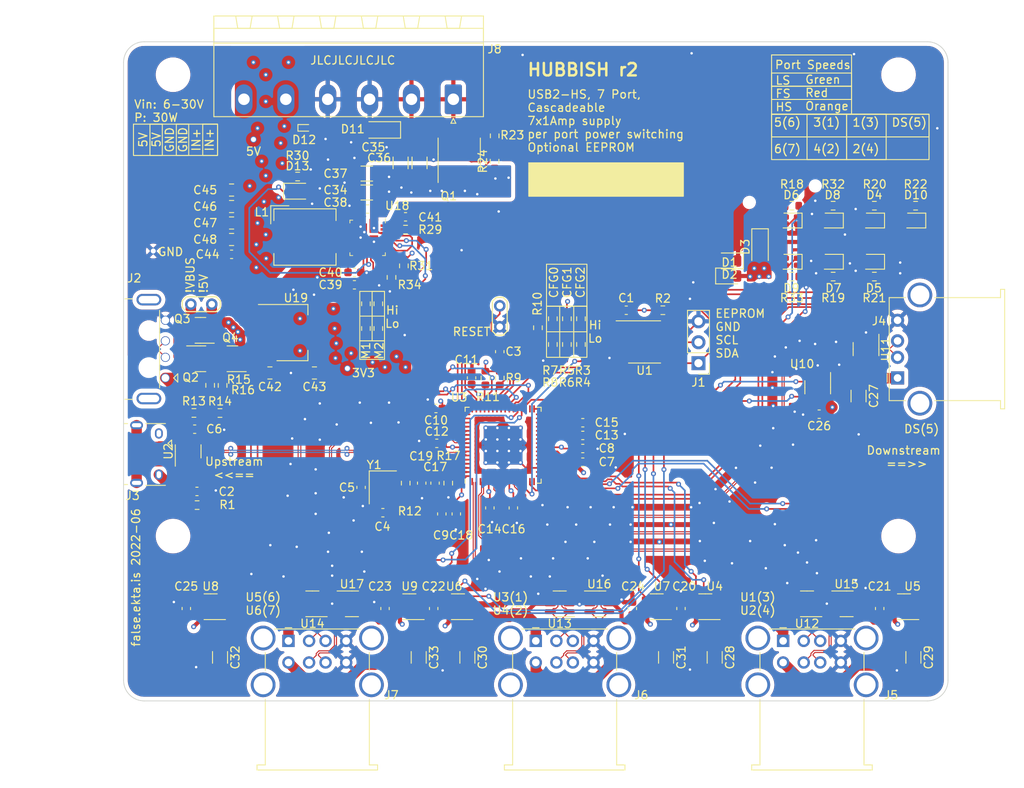
<source format=kicad_pcb>
(kicad_pcb (version 20211014) (generator pcbnew)
  (layers (0 "F.Cu" signal) (1 "In1.Cu" power) (2 "In2.Cu" power) (31 "B.Cu" signal) (34 "B.Paste" user) (35 "F.Paste" user) (36 "B.SilkS" user "B.Silkscreen") (37 "F.SilkS" user "F.Silkscreen") (38 "B.Mask" user) (39 "F.Mask" user) (44 "Edge.Cuts" user))
  (net 0 "")
  (net 1 "GND")
  (net 2 "+5V")
  (net 3 "/upstream-config-leds/~{RESET}")
  (net 4 "/upstream-config-leds/VBUS_UP")
  (net 5 "+3V3")
  (net 6 "/upstream-config-leds/VDD18")
  (net 7 "/upstream-config-leds/VDD18PLL")
  (net 8 "/downstream-port-power/VBUS1")
  (net 9 "/downstream-port-power/VBUS2")
  (net 10 "/downstream-port-power/VBUS3")
  (net 11 "/downstream-port-power/VBUS4")
  (net 12 "/downstream-port-power/VBUS5")
  (net 13 "GNDPWR")
  (net 14 "+VDC")
  (net 15 "/upstream-config-leds/xtal2")
  (net 16 "/downstream-port-power/VBUS6")
  (net 17 "/upstream-config-leds/CFG_SEL1")
  (net 18 "/upstream-config-leds/LA_3-1")
  (net 19 "/upstream-config-leds/LED_DRIVE")
  (net 20 "/upstream-config-leds/LA_4-2")
  (net 21 "/upstream-config-leds/LA_1-3")
  (net 22 "/upstream-config-leds/LA_2-4")
  (net 23 "/upstream-config-leds/LA_5-DS")
  (net 24 "/downstream-port-power/U1-")
  (net 25 "/downstream-port-power/U1+")
  (net 26 "/downstream-port-power/U2-")
  (net 27 "/downstream-port-power/U2+")
  (net 28 "/downstream-port-power/U3-")
  (net 29 "/downstream-port-power/U3+")
  (net 30 "/downstream-port-power/U4-")
  (net 31 "/downstream-port-power/U4+")
  (net 32 "/downstream-port-power/DS+")
  (net 33 "/downstream-port-power/DS-")
  (net 34 "/upstream-config-leds/EE_SDA")
  (net 35 "/downstream-port-power/U5-")
  (net 36 "/downstream-port-power/U5+")
  (net 37 "/downstream-port-power/U6-")
  (net 38 "/downstream-port-power/U6+")
  (net 39 "/upstream-config-leds/UP-")
  (net 40 "/upstream-config-leds/UP+")
  (net 41 "/upstream-config-leds/LOCAL_PWR")
  (net 42 "/upstream-config-leds/CFG_SEL2")
  (net 43 "/upstream-config-leds/CFG_SEL0-EE_SCL")
  (net 44 "/upstream-config-leds/CFG_SEL1_A")
  (net 45 "/upstream-config-leds/VBUS_DET")
  (net 46 "/upstream-config-leds/RBIAS")
  (net 47 "/upstream-config-leds/LED_A1")
  (net 48 "/upstream-config-leds/LED_A2")
  (net 49 "/upstream-config-leds/LED_A3")
  (net 50 "/upstream-config-leds/LED_A4")
  (net 51 "/upstream-config-leds/LED_A5")
  (net 52 "/upstream-config-leds/LED_A6")
  (net 53 "/upstream-config-leds/LED_A7")
  (net 54 "/upstream-config-leds/xtal1")
  (net 55 "/downstream-port-power/EN5")
  (net 56 "/downstream-port-power/OC5")
  (net 57 "/downstream-port-power/OC6")
  (net 58 "/downstream-port-power/EN6")
  (net 59 "/downstream-port-power/EN3")
  (net 60 "/downstream-port-power/OC3")
  (net 61 "/downstream-port-power/OC4")
  (net 62 "/downstream-port-power/EN4")
  (net 63 "/downstream-port-power/EN1")
  (net 64 "/downstream-port-power/OC1")
  (net 65 "/downstream-port-power/OC2")
  (net 66 "/downstream-port-power/EN2")
  (net 67 "/downstream-port-power/VBUS_DS")
  (net 68 "/downstream-port-power/OC_DS")
  (net 69 "/downstream-port-power/EN_DS")
  (net 70 "/power_input/PWR_RAW")
  (net 71 "/power_input/PolProtG")
  (net 95 "/power_input/SW")
  (net 96 "/power_input/phase")
  (net 97 "/power_input/boot")
  (net 98 "/power_input/fb")
  (net 99 "/power_input/MODE2")
  (net 100 "/power_input/MODE1")
  (net 101 "/power_input/VDD")
  (net 102 "/power_input/VDRV")
  (net 104 "unconnected-(U18-Pad10)")
  (net 105 "/upstream-config-leds/LA_7-6")
  (net 106 "/upstream-config-leds/LA_6-5")
  (net 107 "Net-(C41-Pad1)")
  (net 108 "Net-(Q2-Pad1)")
  (net 109 "Net-(Q4-Pad3)")
  (net 110 "Net-(D13-Pad2)")
  (net 111 "/power_input/pgood")
  (footprint "Capacitor_SMD:C_1206_3216Metric" (layer "F.Cu") (at 115.9 84.7 90)
    (fp_text reference "C36")
    (fp_text value "10uF/30+")
  )
  (footprint "MountingHole:MountingHole_3.2mm_M3" (layer "F.Cu") (at 86 74)
    (fp_text reference "H3" hide)
    (fp_text value "MountingHole")
  )
  (footprint "Package_TO_SOT_SMD:SOT-23-5" (layer "F.Cu") (at 90.5625 138.57 180)
    (fp_text reference "U8")
    (fp_text value "APL3511C")
  )
  (footprint "Resistor_SMD:R_0603_1608Metric" (layer "F.Cu") (at 132.07 103.62 -90)
    (fp_text reference "R7")
    (fp_text value "10k")
  )
  (footprint "Resistor_SMD:R_0603_1608Metric" (layer "F.Cu") (at 114.2 92.8)
    (fp_text reference "R29")
    (fp_text value "0")
  )
  (footprint "Resistor_SMD:R_0603_1608Metric" (layer "F.Cu") (at 88.92 126.238 180)
    (fp_text reference "R1")
    (fp_text value "330")
  )
  (footprint "TestPoint:TestPoint_2Pads_Pitch2.54mm_Drill0.8mm" (layer "F.Cu") (at 88.158 101.854)
    (fp_text reference "JP2" hide)
    (fp_text value "Jumper_2_Open")
  )
  (footprint "Capacitor_SMD:C_0805_2012Metric" (layer "F.Cu") (at 93.1 92 180)
    (fp_text reference "C47")
    (fp_text value "10uF")
  )
  (footprint "LED_Dual:T1615_LiteOn_LTST_C195x" (layer "F.Cu") (at 171 96.7)
    (fp_text reference "D5")
    (fp_text value "LTST-C195KGJRKT")
  )
  (footprint "Package_TO_SOT_SMD:SOT-23-6" (layer "F.Cu") (at 87.833949 119.7154 90)
    (fp_text reference "U2")
    (fp_text value "NUP4202")
  )
  (footprint "LED_Dual:T1615_LiteOn_LTST_C195x" (layer "F.Cu") (at 161 91.7)
    (fp_text reference "D6")
    (fp_text value "LTST-C195KGJRKT")
  )
  (footprint "Package_TO_SOT_SMD:SOT-23-6" (layer "F.Cu") (at 132.9 138.22 180)
    (fp_text reference "U13")
    (fp_text value "NUP4202")
  )
  (footprint "Package_TO_SOT_SMD:SOT-23" (layer "F.Cu") (at 89.325 108.475)
    (fp_text reference "Q2")
    (fp_text value "S8550")
  )
  (footprint "Resistor_SMD:R_0603_1608Metric" (layer "F.Cu") (at 145.413 102.5868)
    (fp_text reference "R2")
    (fp_text value "10k")
  )
  (footprint "Capacitor_SMD:C_0603_1608Metric" (layer "F.Cu") (at 111.7125 138.79 90)
    (fp_text reference "C23")
    (fp_text value "1uF")
  )
  (footprint "Capacitor_SMD:C_0603_1608Metric" (layer "F.Cu") (at 109.6 90.3 180)
    (fp_text reference "C38")
    (fp_text value "100nF/30+")
  )
  (footprint "Capacitor_SMD:C_1206_3216Metric" (layer "F.Cu") (at 175.8 144.72 -90)
    (fp_text reference "C29")
    (fp_text value "100uF")
  )
  (footprint "Capacitor_SMD:C_0603_1608Metric" (layer "F.Cu") (at 135.7 117.78)
    (fp_text reference "C13")
    (fp_text value "1uF")
  )
  (footprint "Resistor_SMD:R_0603_1608Metric" (layer "F.Cu") (at 161.0675 89.9)
    (fp_text reference "R18")
    (fp_text value "330")
  )
  (footprint "Capacitor_SMD:C_0603_1608Metric" (layer "F.Cu") (at 117.78 123.57 -90)
    (fp_text reference "C17")
    (fp_text value "1uF")
  )
  (footprint "Resistor_SMD:R_0603_1608Metric" (layer "F.Cu") (at 166.0675 98.5 180)
    (fp_text reference "R19")
    (fp_text value "330")
  )
  (footprint "Resistor_SMD:R_0603_1608Metric" (layer "F.Cu") (at 125.0125 81.4175 90)
    (fp_text reference "R23")
    (fp_text value "10k")
  )
  (footprint "Package_SO:SOIC-8_3.9x4.9mm_P1.27mm" (layer "F.Cu") (at 120.7125 83.6375 90)
    (fp_text reference "Q1")
    (fp_text value "HSM6115")
  )
  (footprint "Package_TO_SOT_SMD:SOT-23-5" (layer "F.Cu") (at 164.196501 111.940267 -90)
    (fp_text reference "U10")
    (fp_text value "APL3511C")
  )
  (footprint "Package_TO_SOT_SMD:SOT-23-5" (layer "F.Cu") (at 120.5625 138.57 180)
    (fp_text reference "U6")
    (fp_text value "APL3511C")
  )
  (footprint "LED_Dual:T1615_LiteOn_LTST_C195x" (layer "F.Cu") (at 166 91.7)
    (fp_text reference "D8")
    (fp_text value "LTST-C195KGJRKT")
  )
  (footprint "Resistor_SMD:R_0603_1608Metric" (layer "F.Cu") (at 171.0675 89.9)
    (fp_text reference "R20")
    (fp_text value "330")
  )
  (footprint "Capacitor_SMD:C_0603_1608Metric" (layer "F.Cu") (at 135.7 116.24)
    (fp_text reference "C15")
    (fp_text value "100nF")
  )
  (footprint "Connector_USB:USB_Micro-B_Amphenol_10118194-0001LF_Horizontal" (layer "F.Cu") (at 81.578949 120.0404 -90)
    (fp_text reference "J3")
    (fp_text value "USB_B_Micro (up)")
  )
  (footprint "Capacitor_SMD:C_1206_3216Metric" (layer "F.Cu") (at 169.149501 113.002767 -90)
    (fp_text reference "C27")
    (fp_text value "100uF")
  )
  (footprint "Resistor_SMD:R_0603_1608Metric" (layer "F.Cu") (at 109.4 101.8 90)
    (fp_text reference "R27" hide)
    (fp_text value "DNP")
  )
  (footprint "Package_TO_SOT_SMD:SOT-23-6" (layer "F.Cu") (at 170.055501 107.302767 -90)
    (fp_text reference "U11")
    (fp_text value "NUP4202")
  )
  (footprint "Package_TO_SOT_SMD:SOT-23-6" (layer "F.Cu") (at 102.9 138.22 180)
    (fp_text reference "U14")
    (fp_text value "NUP4202")
  )
  (footprint "Capacitor_SMD:C_0603_1608Metric" (layer "F.Cu") (at 127.28 126.58 -90)
    (fp_text reference "C16")
    (fp_text value "100nF")
  )
  (footprint "Resistor_SMD:R_0603_1608Metric" (layer "F.Cu") (at 166.0675 89.9)
    (fp_text reference "R32")
    (fp_text value "330")
  )
  (footprint "Resistor_SMD:R_0603_1608Metric" (layer "F.Cu") (at 119.38 123.57 -90)
    (fp_text reference "R17")
    (fp_text value "12k")
  )
  (footprint "Capacitor_SMD:C_0603_1608Metric" (layer "F.Cu") (at 88.9 124.578 180)
    (fp_text reference "C2")
    (fp_text value "100nF")
  )
  (footprint "Resistor_SMD:R_0603_1608Metric" (layer "F.Cu") (at 90.5 111.7 -90)
    (fp_text reference "R15")
    (fp_text value "10k")
  )
  (footprint "Resistor_SMD:R_0603_1608Metric" (layer "F.Cu") (at 92.01 111.71 -90)
    (fp_text reference "R16")
    (fp_text value "10k")
  )
  (footprint "Resistor_SMD:R_0603_1608Metric" (layer "F.Cu") (at 123.89 110.81 -90)
    (fp_text reference "R11")
    (fp_text value "10k")
  )
  (footprint "Package_SO:SOIC-8_3.9x4.9mm_P1.27mm" (layer "F.Cu") (at 143.193 106.433)
    (fp_text reference "U1")
    (fp_text value "2k i2c eeprom")
  )
  (footprint "MountingHole:MountingHole_3.2mm_M3" (layer "F.Cu") (at 86 130)
    (fp_text reference "H1" hide)
    (fp_text value "MountingHole")
  )
  (footprint "MountingHole:MountingHole_3.2mm_M3" (layer "F.Cu") (at 174 74)
    (fp_text reference "H4" hide)
    (fp_text value "MountingHole")
  )
  (footprint "Capacitor_SMD:C_0603_1608Metric" (layer "F.Cu") (at 141.7125 138.79 90)
    (fp_text reference "C24")
    (fp_text value "1uF")
  )
  (footprint "Package_DFN_QFN:QFN-64-1EP_9x9mm_P0.5mm_EP4.7x4.7mm_ThermalVias" (layer "F.Cu") (at 126.04 118.97 90)
    (fp_text reference "U3")
    (fp_text value "USB2517")
  )
  (footprint "Capacitor_SMD:C_0603_1608Metric" (layer "F.Cu") (at 108.81 124.09 -90)
    (fp_text reference "C5")
    (fp_text value "33pF")
  )
  (footprint "Capacitor_SMD:C_1206_3216Metric" (layer "F.Cu") (at 145.8 144.72 -90)
    (fp_text reference "C31")
    (fp_text value "100uF")
  )
  (footprint "Package_TO_SOT_SMD:SOT-23-6" (layer "F.Cu") (at 167.7 138.22)
    (fp_text reference "U15")
    (fp_text value "NUP4202")
  )
  (footprint "Resistor_SMD:R_0603_1608Metric" (layer "F.Cu") (at 132.07 106.74 -90)
    (fp_text reference "R8")
    (fp_text value "10k")
  )
  (footprint "Package_TO_SOT_SMD:SOT-23-5" (layer "F.Cu") (at 174.6625 138.57 180)
    (fp_text reference "U5")
    (fp_text value "APL3511C")
  )
  (footprint "Capacitor_SMD:C_0603_1608Metric" (layer "F.Cu") (at 147.6125 138.79 90)
    (fp_text reference "C20")
    (fp_text value "1uF")
  )
  (footprint "Capacitor_SMD:C_0603_1608Metric" (layer "F.Cu") (at 87.6125 138.79 90)
    (fp_text reference "C25")
    (fp_text value "1uF")
  )
  (footprint "Diode_SMD:D_SOD-923" (layer "F.Cu") (at 101.95 80.45)
    (fp_text reference "D12")
    (fp_text value "DF2S6.2FS,L3M")
  )
  (footprint "Capacitor_SMD:C_0603_1608Metric" (layer "F.Cu") (at 171.7125 138.79 90)
    (fp_text reference "C21")
    (fp_text value "1uF")
  )
  (footprint "Connector_USB:USB_A_Stewart_SS-52100-001_Horizontal" (layer "F.Cu") (at 173.88 110.802767 90)
    (fp_text reference "J4")
    (fp_text value "USB_A (female down)")
  )
  (footprint "LED_Dual:T1615_LiteOn_LTST_C195x" (layer "F.Cu") (at 166 96.7)
    (fp_text reference "D7")
    (fp_text value "LTST-C195KGJRKT")
  )
  (footprint "Connector_PinHeader_2.54mm:PinHeader_1x03_P2.54mm_Vertical" (layer "F.Cu") (at 149.733 109.013 180)
    (fp_text reference "J1")
    (fp_text value "Conn_01x03_Male")
  )
  (footprint "Capacitor_SMD:C_0603_1608Metric" (layer "F.Cu") (at 93.1 95.8 180)
    (fp_text reference "C44")
    (fp_text value "100nF")
  )
  (footprint "Package_TO_SOT_SMD:SOT-23-5" (layer "F.Cu") (at 114.6625 138.57 180)
    (fp_text reference "U9")
    (fp_text value "APL3511C")
  )
  (footprint "Capacitor_SMD:C_0603_1608Metric" (layer "F.Cu") (at 124.43 126.58 -90)
    (fp_text reference "C14")
    (fp_text value "100nF")
  )
  (footprint "Connector_USB:USB_A_Wuerth_61400826021_Horizontal_Stacked" (layer "F.Cu") (at 160 142.72)
    (fp_text reference "J5")
    (fp_text value "USB_A_Stacked")
  )
  (footprint "LED_Dual:T1615_LiteOn_LTST_C195x" (layer "F.Cu") (at 176 91.7)
    (fp_text reference "D10")
    (fp_text value "LTST-C195KGJRKT")
  )
  (footprint "Resistor_SMD:R_0603_1608Metric" (layer "F.Cu") (at 114.22 123.57 90)
    (fp_text reference "R12")
    (fp_text value "1M")
  )
  (footprint "LED_SMD:LED_0805_2012Metric" (layer "F.Cu") (at 153.5 98.43)
    (fp_text reference "D1")
    (fp_text value "HS1B")
  )
  (footprint "Resistor_SMD:R_0603_1608Metric" (layer "F.Cu") (at 133.775 106.74 -90)
    (fp_text reference "R6")
    (fp_text value "10k")
  )
  (footprint "Connector_USB:USB_A_Plug_SOFNG_USB-05" (layer "F.Cu") (at 83.070966 107.302767 180)
    (fp_text reference "J2")
    (fp_text value "USB_A male UP")
  )
  (footprint "Capacitor_SMD:C_0805_2012Metric" (layer "F.Cu") (at 93.1 90 180)
    (fp_text reference "C46")
    (fp_text value "10uF")
  )
  (footprint "Capacitor_SMD:C_0603_1608Metric" (layer "F.Cu") (at 108 99.5 180)
    (fp_text reference "C39")
    (fp_text value "1uF")
  )
  (footprint "Capacitor_SMD:C_0603_1608Metric" (layer "F.Cu") (at 116.16 123.57 -90)
    (fp_text reference "C19")
    (fp_text value "100nF")
  )
  (footprint "Capacitor_SMD:C_0603_1608Metric" (layer "F.Cu") (at 117.89 114.51 180)
    (fp_text reference "C10")
    (fp_text value "100nF")
  )
  (footprint "Diode_SMD:D_SOD-123F" (layer "F.Cu") (at 157.2 94.9 -90)
    (fp_text reference "D3")
    (fp_text value "SM400x")
  )
  (footprint "Capacitor_SMD:C_0603_1608Metric" (layer "F.Cu") (at 164.371501 115.202767 180)
    (fp_text reference "C26")
    (fp_text value "1uF")
  )
  (footprint "Resistor_SMD:R_0603_1608Metric" (layer "F.Cu") (at 88.534 115.052)
    (fp_text reference "R13")
    (fp_text value "100k")
  )
  (footprint "Connector_USB:USB_A_Wuerth_61400826021_Horizontal_Stacked" (layer "F.Cu") (at 130 142.72)
    (fp_text reference "J6")
    (fp_text value "USB_A_Stacked")
  )
  (footprint "Resistor_SMD:R_0603_1608Metric" (layer "F.Cu") (at 135.48 106.74 -90)
    (fp_text reference "R4")
    (fp_text value "10k")
  )
  (footprint "Capacitor_SMD:C_0805_2012Metric" (layer "F.Cu") (at 103.15 110.2 180)
    (fp_text reference "C43")
    (fp_text value "10uF")
  )
  (footprint "Capacitor_SMD:C_1206_3216Metric" (layer "F.Cu") (at 109.5 88.3 180)
    (fp_text reference "C34")
    (fp_text value "10uF/30+")
  )
  (footprint "Resistor_SMD:R_0603_1608Metric" (layer "F.Cu") (at 130.26 104.71 -90)
    (fp_text reference "R10")
    (fp_text value "330")
  )
  (footprint "Resistor_SMD:R_0603_1608Metric" (layer "F.Cu") (at 171.0675 98.5 180)
    (fp_text reference "R21")
    (fp_text value "330")
  )
  (footprint "Capacitor_SMD:C_1206_3216Metric" (layer "F.Cu") (at 91.7 144.72 -90)
    (fp_text reference "C32")
    (fp_text value "100uF")
  )
  (footprint "Capacitor_SMD:C_1206_3216Metric" (layer "F.Cu") (at 109.5 86 180)
    (fp_text reference "C37")
    (fp_text value "10uF/30+")
  )
  (footprint "Resistor_SMD:R_0603_1608Metric" (layer "F.Cu") (at 114 97.2 -90)
    (fp_text reference "R31")
    (fp_text value "75k")
  )
  (footprint "Package_TO_SOT_SMD:SOT-23-5" (layer "F.Cu") (at 150.5625 138.57 180)
    (fp_text reference "U4")
    (fp_text value "APL3511C")
  )
  (footprint "Package_TO_SOT_SMD:SOT-23" (layer "F.Cu") (at 89.325 105.025 180)
    (fp_text reference "Q3")
    (fp_text value "AO3401A")
  )
  (footprint "Resistor_SMD:R_0603_1608Metric" (layer "F.Cu") (at 176.0675 89.9)
    (fp_text reference "R22")
    (fp_text value "330")
  )
  (footprint "Capacitor_SMD:C_0805_2012Metric" (layer "F.Cu") (at 93.1 88 180)
    (fp_text reference "C45")
    (fp_text value "10uF")
  )
  (footprint "Capacitor_SMD:C_0603_1608Metric" (layer "F.Cu") (at 108 97.99)
    (fp_text reference "C40")
    (fp_text value "1uF")
  )
  (footprint "MountingHole:MountingHole_3.2mm_M3" (layer "F.Cu") (at 174 130)
    (fp_text reference "H2" hide)
    (fp_text value "MountingHole")
  )
  (footprint "Capacitor_SMD:C_0603_1608Metric" (layer "F.Cu") (at 117.6125 138.79 90)
    (fp_text reference "C22")
    (fp_text value "1uF")
  )
  (footprint "Resistor_SMD:R_0603_1608Metric" (layer "F.Cu") (at 91.694 115.062)
    (fp_text reference "R14")
    (fp_text value "100k")
  )
  (footprint "LED_Dual:T1615_LiteOn_LTST_C195x" (layer "F.Cu") (at 171 91.7)
    (fp_text reference "D4")
    (fp_text value "LTST-C195KGJRKT")
  )
  (footprint "Capacitor_SMD:C_0603_1608Metric" (layer "F.Cu") (at 118.6 127.31 -90)
    (fp_text reference "C9")
    (fp_text value "1uF")
  )
  (footprint "Resistor_SMD:R_0603_1608Metric" (layer "F.Cu") (at 112.5 98.6 -90)
    (fp_text reference "R34")
    (fp_text value "10k")
  )
  (footprint "Resistor_SMD:R_0603_1608Metric" (layer "F.Cu") (at 125 84.5 90)
    (fp_text reference "R24")
    (fp_text value "20k")
  )
  (footprint "Capacitor_SMD:C_0603_1608Metric" (layer "F.Cu") (at 111.45 127.16)
    (fp_text reference "C4")
    (fp_text value "33pF")
  )
  (footprint "Capacitor_SMD:C_0603_1608Metric" (layer "F.Cu") (at 122.21 110.79 90)
    (fp_text reference "C11")
    (fp_text value "100nF")
  )
  (footprint "Inductor_SMD:L_Chilisin_BMRx00060630" (layer "F.Cu") (at 102 93.7)
    (fp_text reference "L1")
    (fp_text value "1.5uH")
  )
  (footprint "Resistor_SMD:R_0603_1608Metric" (layer "F.Cu") (at 110.9 101.8 90)
    (fp_text reference "R25" hide)
    (fp_text value "DNP")
  )
  (footprint "et-parts:TestPoint_Plated_Hole_0.6_D0.8mm" (layer "F.Cu") (at 83.6 95.4)
    (fp_text reference "TP3" hide)
    (fp_text value "TestPoint")
  )
  (footprint "Package_DFN_QFN:Vishay_MLP-44L_4x4" (layer "F.Cu") (at 109.6 93.8 -90)
    (fp_text reference "U18")
    (fp_text value "SiC437AED")
  )
  (footprint "Capacitor_SMD:C_1206_3216Metric" (layer "F.Cu") (at 151.7 144.72 -90)
    (fp_text reference "C28")
    (fp_text value "100uF")
  )
  (footprint "Diode_SMD:D_SOD-123F" (layer "F.Cu") (at 111.4 80.7 180)
    (fp_text reference "D11")
    (fp_text value "SMF24A")
  )
  (footprint "Capacitor_SMD:C_0603_1608Metric" (layer "F.Cu") (at 117.99 118.74 180)
    (fp_text reference "C12")
    (fp_text value "100nF")
  )
  (footprint "Crystal:Crystal_SMD_3225-4Pin_3.2x2.5mm" (layer "F.Cu") (at 111.45 124.09 -90)
    (fp_text reference "Y1")
    (fp_text value "24MHz")
  )
  (footprint "Capacitor_SMD:C_0603_1608Metric" (layer "F.Cu") (at 125.63 107.616 90)
    (fp_text reference "C3")
    (fp_text value "100nF")
  )
  (footprint "Resistor_SMD:R_0603_1608Metric" (layer "F.Cu") (at 133.775 103.62 -90)
    (fp_text reference "R5")
    (fp_text value "10k")
  )
  (footprint "Resistor_SMD:R_0603_1608Metric" (layer "F.Cu") (at 135.48 103.62 -90)
    (fp_text reference "R3")
    (fp_text value "10k")
  )
  (footprint "Package_TO_SOT_SMD:SOT-23" (layer "F.Cu") (at 93.2 108.475 180)
    (fp_text reference "Q4")
    (fp_text value "S8550")
  )
  (footprint "LED_Dual:T1615_LiteOn_LTST_C195x" (layer "F.Cu") (at 161 96.7)
    (fp_text reference "D9")
    (fp_text value "LTST-C195KGJRKT")
  )
  (footprint "LED_SMD:LED_0805_2012Metric" (layer "F.Cu") (at 101.092 88.138)
    (fp_text reference "D13")
    (fp_text value "HS1B")
  )
  (footprint "Connector_Phoenix_MSTB:PhoenixContact_MSTBA_2,5_6-G-5,08_1x06_P5.08mm_Horizontal" (layer "F.Cu") (at 120 76.98 180)
    (fp_text reference "J8")
    (fp_text value "Conn_01x06")
  )
  (footprint "Resistor_SMD:R_0603_1608Metric" (layer "F.Cu") (at 101.112 86.36 180)
    (fp_text reference "R30")
    (fp_text value "330")
  )
  (footprint "et-parts:TestPoint_Plated_Hole_0.6_D0.8mm" (layer "F.Cu") (at 107.15 109.65)
    (fp_text reference "TP2" hide)
    (fp_text value "TestPoint")
  )
  (footprint "Resistor_SMD:R_0603_1608Metric" (layer "F.Cu") (at 161.0675 98.5 180)
    (fp_text reference "R33")
    (fp_text value "330")
  )
  (footprint "Capacitor_SMD:C_0603_1608Metric" (layer "F.Cu") (at 88.624 117.022)
    (fp_text reference "C6")
    (fp_text value "1uF")
  )
  (footprint "Capacitor_SMD:C_0805_2012Metric" (layer "F.Cu") (at 93.1 94 180)
    (fp_text reference "C48")
    (fp_text value "10uF")
  )
  (footprint "Capacitor_SMD:C_0603_1608Metric" (layer "F.Cu") (at 114.2 91.25 180)
    (fp_text reference "C41")
    (fp_text value "100nF")
  )
  (footprint "Capacitor_SMD:C_0603_1608Metric" (layer "F.Cu") (at 140.973 102.5868 180)
    (fp_text reference "C1")
    (fp_text value "100nF")
  )
  (footprint "Resistor_SMD:R_0603_1608Metric" (layer "F.Cu") (at 109.4 104.8 90)
    (fp_text reference "R28" hide)
    (fp_text value "510k")
  )
  (footprint "Capacitor_SMD:C_1206_3216Metric" (layer "F.Cu") (at 113.6 84.7 90)
    (fp_text reference "C35")
    (fp_text value "10uF/30+")
  )
  (footprint "Capacitor_SMD:C_0603_1608Metric" (layer "F.Cu") (at 135.7 119.37)
    (fp_text reference "C8")
    (fp_text value "100nF")
  )
  (footprint "Capacitor_SMD:C_0603_1608Metric" (layer "F.Cu") (at 135.7 121.03)
    (fp_text reference "C7")
    (fp_text value "1uF")
  )
  (footprint "Package_TO_SOT_SMD:SOT-23-5" (layer "F.Cu") (at 144.6625 138.57 180)
    (fp_text reference "U7")
    (fp_text value "APL3511C")
  )
  (footprint "Package_TO_SOT_SMD:SOT-23-6" (layer "F.Cu") (at 107.7 138.22)
    (fp_text reference "U17")
    (fp_text value "NUP4202")
  )
  (footprint "LED_SMD:LED_0805_2012Metric" (layer "F.Cu") (at 153.5 96.6 180)
    (fp_text reference "D2")
    (fp_text value "HS1A")
  )
  (footprint "Capacitor_SMD:C_1206_3216Metric" (layer "F.Cu") (at 115.8 144.72 -90)
    (fp_text reference "C33")
    (fp_text value "100uF")
  )
  (footprint "Resistor_SMD:R_0603_1608Metric" (layer "F.Cu") (at 110.9 104.8 90)
    (fp_text reference "R26" hide)
    (fp_text value "100k")
  )
  (footprint "Connector_USB:USB_A_Wuerth_61400826021_Horizontal_Stacked" (layer "F.Cu") (at 100 142.72)
    (fp_text reference "J7")
    (fp_text value "USB_A_Stacked")
  )
  (footprint "Package_TO_SOT_SMD:SOT-223-3_TabPin2" (layer "F.Cu") (at 100.45 105.3)
    (fp_text reference "U19")
    (fp_text value "AMS1117-33")
  )
  (footprint "Capacitor_SMD:C_1206_3216Metric" (layer "F.Cu") (at 121.7 144.72 -90)
    (fp_text reference "C30")
    (fp_text value "100uF")
  )
  (footprint "et-parts:TestPoint_Plated_Hole_0.6_D0.8mm" (layer "F.Cu") (at 95.758 81.858)
    (fp_text reference "TP1" hide)
    (fp_text value "TestPoint")
  )
  (footprint "Resistor_SMD:R_0603_1608Metric" (layer "F.Cu") (at 125.63 110.82 -90)
    (fp_text reference "R9")
    (fp_text value "100k")
  )
  (footprint "Capacitor_SMD:C_0805_2012Metric" (layer "F.Cu") (at 97.75 110.2)
    (fp_text reference "C42")
    (fp_text value "10uF")
  )
  (footprint "Capacitor_SMD:C_0603_1608Metric" (layer "F.Cu") (at 120.36 127.31 -90)
    (fp_text reference "C18")
    (fp_text value "100nF")
  )
  (footprint "Package_TO_SOT_SMD:SOT-23-6" (layer "F.Cu") (at 162.9 138.22 180)
    (fp_text reference "U12")
    (fp_text value "NUP4202")
  )
  (footprint "TestPoint:TestPoint_2Pads_Pitch2.54mm_Drill0.8mm" (layer "F.Cu") (at 125.63 102.048 -90)
    (fp_text reference "JP1" hide)
    (fp_text value "Jumper_2_Open")
  )
  (footprint "Package_TO_SOT_SMD:SOT-23-6" (layer "F.Cu") (at 137.7 138.22)
    (fp_text reference "U16")
    (fp_text value "NUP4202")
  )
  (gr_line (start 111.6 103.3) (end 108.7 103.3) (layer "F.SilkS") (width 0.12))
  (gr_rect (start 172.5 78.8) (end 167.7 84.3) (layer "F.SilkS") (width 0.12) (fill none))
  (gr_rect (start 86.4 80) (end 87.9 83.8) (layer "F.SilkS") (width 0.12) (fill none))
  (gr_rect (start 131.3 105.2) (end 136.2 102.1) (layer "F.SilkS") (width 0.12) (fill none))
  (gr_rect (start 83.2 80) (end 84.7 83.8) (layer "F.SilkS") (width 0.12) (fill none))
  (gr_rect (start 129.15 84.7) (end 147.9 88.75) (layer "F.SilkS") (width 0.12) (fill solid))
  (gr_rect (start 162.9 78.8) (end 167.7 84.3) (layer "F.SilkS") (width 0.12) (fill none))
  (gr_rect (start 91.4 80) (end 81.2 83.8) (layer "F.SilkS") (width 0.12) (fill none))
  (gr_rect (start 158.6 78.8) (end 168.3 71.6) (layer "F.SilkS") (width 0.12) (fill none))
  (gr_rect (start 132.9 102.1) (end 134.6 108.3) (layer "F.SilkS") (width 0.12) (fill none))
  (gr_rect (start 89.6 80) (end 91.4 83.8) (layer "F.SilkS") (width 0.12) (fill none))
  (gr_rect (start 131.3 102.1) (end 136.2 97) (layer "F.SilkS") (width 0.12) (fill none))
  (gr_rect (start 110.15 100.3) (end 111.65 106.3) (layer "F.SilkS") (width 0.12) (fill none))
  (gr_rect (start 158.6 78.8) (end 177.7 84.3) (layer "F.SilkS") (width 0.12) (fill none))
  (gr_rect (start 108.65 100.3) (end 111.65 106.3) (layer "F.SilkS") (width 0.12) (fill none))
  (gr_rect (start 158.6 81.55) (end 177.7 78.8) (layer "F.SilkS") (width 0.12) (fill none))
  (gr_rect (start 158.6 73.8) (end 168.3 75.4) (layer "F.SilkS") (width 0.12) (fill none))
  (gr_rect (start 111.65 106.3) (end 108.65 108.55) (layer "F.SilkS") (width 0.12) (fill none))
  (gr_rect (start 131.3 102.1) (end 136.2 108.3) (layer "F.SilkS") (width 0.12) (fill none))
  (gr_rect (start 158.6 75.4) (end 168.3 77) (layer "F.SilkS") (width 0.12) (fill none))
  (gr_arc (start 80 72.5) (mid 80.732233 70.732233) (end 82.5 70) (layer "Edge.Cuts") (width 0.1))
  (gr_line (start 82.5 150) (end 177.5 150) (layer "Edge.Cuts") (width 0.1))
  (gr_line (start 80 72.5) (end 80 147.5) (layer "Edge.Cuts") (width 0.1))
  (gr_arc (start 180 147.5) (mid 179.267767 149.267767) (end 177.5 150) (layer "Edge.Cuts") (width 0.1))
  (gr_arc (start 82.5 150) (mid 80.732233 149.267767) (end 80 147.5) (layer "Edge.Cuts") (width 0.1))
  (gr_arc (start 177.5 70) (mid 179.267767 70.732233) (end 180 72.5) (layer "Edge.Cuts") (width 0.1))
  (gr_line (start 180 147.5) (end 180 72.5) (layer "Edge.Cuts") (width 0.1))
  (gr_line (start 177.5 70) (end 82.5 70) (layer "Edge.Cuts") (width 0.1))
  (gr_text "DS(5)" (at 176.8 117) (layer "F.SilkS") (effects (font (size 1 1))))
  (gr_text "EEPROM\nGND\nSCL\nSDA" (at 151.7 105.4) (layer "F.SilkS") (effects (font (size 1 1)) (justify left)))
  (gr_text "RESET" (at 122.2 105.2) (layer "F.SilkS") (effects (font (size 1 1))))
  (gr_text "U3(1)\nU4(2)" (at 126.93 138.22) (layer "F.SilkS") (effects (font (size 1 1))))
  (gr_text "Downstream \n==>>" (at 175 120.4) (layer "F.SilkS") (effects (font (size 1 1))))
  (gr_text "3V3" (at 109.1 110.2) (layer "F.SilkS") (effects (font (size 1 1))))
  (gr_text "5V\n5V\nGND\nGND\nIN+\nIN+" (at 86.4 81.9 90) (layer "F.SilkS") (effects (font (size 1 1))))
  (gr_text "false.ekta.is 2022-06\n" (at 81.5 143.5 90) (layer "F.SilkS") (effects (font (size 1 1)) (justify left)))
  (gr_text "U5(6)\nU6(7)" (at 96.93 138.22) (layer "F.SilkS") (effects (font (size 1 1))))
  (gr_text "JLCJLCJLCJLC" (at 107.8 72.25) (layer "F.SilkS") (effects (font (size 1 1))))
  (gr_text "Port Speeds" (at 163.6 72.8) (layer "F.SilkS") (effects (font (size 1 1))))
  (gr_text "Hi\nLo" (at 137.2 105.2) (layer "F.SilkS") (effects (font (size 1 1))))
  (gr_text "CFG0\nCFG1\nCFG2" (at 133.8 99.2 90) (layer "F.SilkS") (effects (font (size 1 1))))
  (gr_text "5(6)  3(1)  1(3)  DS(5)\n\n6(7)  4(2)  2(4)" (at 158.8 81.4) (layer "F.SilkS") (effects (font (size 1 1)) (justify left)))
  (gr_text "Green\nRed\nOrange" (at 162.6 76.2) (layer "F.SilkS") (effects (font (size 1 1)) (justify left)))
  (gr_text "Hi\nLo" (at 112.6 103.4) (layer "F.SilkS") (effects (font (size 1 1))))
  (gr_text "M1\nM2" (at 110.2 107.5 90) (layer "F.SilkS") (effects (font (size 1 1))))
  (gr_text "Vin: 6-30V\nP: 30W" (at 81.2 78.4) (layer "F.SilkS") (effects (font (size 1 1)) (justify left)))
  (gr_text "Upstream\n<<==" (at 93.42 121.75) (layer "F.SilkS") (effects (font (size 1 1))))
  (gr_text "GND" (at 85.7 95.5) (layer "F.SilkS") (effects (font (size 1 1))))
  (gr_text "HUBBISH r2" (at 135.728571 73.4) (layer "F.SilkS") (effects (font (size 1.5 1.5) (thickness 0.3))))
  (gr_text "5V" (at 95.758 83.312) (layer "F.SilkS") (effects (font (size 1 1))))
  (gr_text "USB2-HS, 7 Port,\nCascadeable\n7x1Amp supply\nper port power switching\nOptional EEPROM" (at 128.9 79.6) (layer "F.SilkS") (effects (font (size 1 1)) (justify left)))
  (gr_text "!VBUS\n!5V\n" (at 88.9 100.584 90) (layer "F.SilkS") (effects (font (size 1 1)) (justify left)))
  (gr_text "U1(3)\nU2(4)" (at 156.93 138.22) (layer "F.SilkS") (effects (font (size 1 1))))
  (gr_text "LS\nFS\nHS" (at 159 76.3) (layer "F.SilkS") (effects (font (size 1 1)) (justify left)))
  (segment (start 118.17 138.57) (end 117.7 138.1) (width 0.2) (layer "F.Cu") (net 1))
  (segment (start 174.42 146.92) (end 173.8 146.3) (width 0.5) (layer "F.Cu") (net 1))
  (segment (start 140.718 105.798) (end 140.718 107.068) (width 0.2) (layer "F.Cu") (net 1))
  (segment (start 109.83 127.16) (end 109.02 126.35) (width 0.2) (layer "F.Cu") (net 1))
  (segment (start 117.215 118.74) (end 116.14 118.74) (width 0.2) (layer "F.Cu") (net 1))
  (segment (start 108.775 97.99) (end 109.42 97.99) (width 0.2) (layer "F.Cu") (net 1))
  (segment (start 110.445 95.728) (end 110.445 96.445) (width 0.2) (layer "F.Cu") (net 1))
  (segment (start 147.6125 136.7125) (end 147.6 136.7) (width 0.2) (layer "F.Cu") (net 1))
  (segment (start 109.095 95.728) (end 109.095 97.005) (width 0.2) (layer "F.Cu") (net 1))
  (segment (start 137.47 119.37) (end 137.5 119.4) (width 0.5) (layer "F.Cu") (net 1))
  (segment (start 87.8124 121.3404) (end 87.833949 121.361949) (width 0.2) (layer "F.Cu") (net 1))
  (segment (start 136.15 138.22) (end 135.3305 138.22) (width 0.2) (layer "F.Cu") (net 1))
  (segment (start 140.718 108.338) (end 138.978 108.338) (width 0.2) (layer "F.Cu") (net 1))
  (segment (start 164.196501 110.838) (end 164.196501 109.284) (width 0.5) (layer "F.Cu") (net 1))
  (segment (start 141.7125 138.015) (end 140.715 138.015) (width 0.5) (layer "F.Cu") (net 1))
  (segment (start 116.14 118.74) (end 115.85 118.45) (width 0.2) (layer "F.Cu") (net 1))
  (segment (start 165.32 138.22) (end 165.3 138.2) (width 0.2) (layer "F.Cu") (net 1))
  (segment (start 109.317 94.54) (end 109.317 94.683) (width 0.2) (layer "F.Cu") (net 1))
  (segment (start 119.38 125.28) (end 119.4 125.3) (width 0.2) (layer "F.Cu") (net 1))
  (segment (start 109.42 97.99) (end 109.474 98.044) (width 0.2) (layer "F.Cu") (net 1))
  (segment (start 127.28 127.98) (end 127.7 128.4) (width 0.2) (layer "F.Cu") (net 1))
  (segment (start 92.13 117.022) (end 92.202 117.094) (width 0.2) (layer "F.Cu") (net 1))
  (segment (start 87.6125 138.015) (end 86.115 138.015) (width 0.5) (layer "F.Cu") (net 1))
  (segment (start 88.17 138.57) (end 87.6 138) (width 0.2) (layer "F.Cu") (net 1))
  (segment (start 110.415 138.015) (end 110.4 138) (width 0.5) (layer "F.Cu") (net 1))
  (segment (start 124.43 128.03) (end 124.7 128.3) (width 0.2) (layer "F.Cu") (net 1))
  (segment (start 132.07 107.565) (end 133.775 107.565) (width 0.2) (layer "F.Cu") (net 1))
  (segment (start 170.055501 106.352767) (end 170.055501 105.285501) (width 0.2) (layer "F.Cu") (net 1))
  (segment (start 147.03 138.57) (end 147.6 138) (width 0.2) (layer "F.Cu") (net 1))
  (segment (start 164.45 138.22) (end 165.28 138.22) (width 0.2) (layer "F.Cu") (net 1))
  (segment (start 136.405 120.895) (end 136.3 121) (width 0.5) (layer "F.Cu") (net 1))
  (segment (start 87.833949 120.6654) (end 87.833949 121.361949) (width 0.2) (layer "F.Cu") (net 1))
  (segment (start 116.2 124.4) (end 116.2 125.4) (width 0.5) (layer "F.Cu") (net 1))
  (segment (start 115.8 138.57) (end 117.03 138.57) (width 0.2) (layer "F.Cu") (net 1))
  (segment (start 140.718 107.068) (end 140.718 108.338) (width 0.2) (layer "F.Cu") (net 1))
  (segment (start 89.675 126.168) (end 89.745 126.238) (width 1.27) (layer "F.Cu") (net 1))
  (segment (start 112.3 123.09) (end 110.62 124.77) (width 0.2) (layer "F.Cu") (net 1))
  (segment (start 175.8 146.92) (end 174.42 146.92) (width 0.5) (layer "F.Cu") (net 1))
  (segment (start 140.718 104.528) (end 140.718 105.798) (width 0.2) (layer "F.Cu") (net 1))
  (segment (start 133.775 107.565) (end 135.48 107.565) (width 0.2) (layer "F.Cu") (net 1))
  (segment (start 110.445 94.353) (end 110.37 94.278) (width 0.2) (layer "F.Cu") (net 1))
  (segment (start 135.2695 138.22) (end 135.3 138.2505) (width 0.2) (layer "F.Cu") (net 1))
  (segment (start 145.8 138.57) (end 147.03 138.57) (width 0.2) (layer "F.Cu") (net 1))
  (segment (start 98.7 110.2) (end 99 110.2) (width 0.2) (layer "F.Cu") (net 1))
  (segment (start 145.8 146.92) (end 147.98 146.92) (width 0.5) (layer "F.Cu") (net 1))
  (segment (start 117.03 138.57) (end 117.6 138) (width 0.2) (layer "F.Cu") (net 1))
  (segment (start 110.445 96.445) (end 110.8 96.8) (width 0.2) (layer "F.Cu") (net 1))
  (segment (start 89.675 123.203) (end 89.675 124.578) (width 0.2) (layer "F.Cu") (net 1))
  (segment (start 109.095 97.005) (end 109.095 97.67) (width 0.2) (layer "F.Cu") (net 1))
  (segment (start 119.38 124.395) (end 119.38 125.28) (width 0.2) (layer "F.Cu") (net 1))
  (segment (start 89.675 124.578) (end 91.068 124.578) (width 1.27) (layer "F.Cu") (net 1))
  (segment (start 147.98 146.92) (end 148.7 146.2) (width 0.5) (layer "F.Cu") (net 1))
  (segment (start 165.28 138.22) (end 165.3 138.2) (width 0.2) (layer "F.Cu") (net 1))
  (segment (start 108.81 126.14) (end 109.02 126.35) (width 0.2) (layer "F.Cu") (net 1))
  (segment (start 110.675 127.16) (end 110.675 125.305) (width 0.2) (layer "F.Cu") (net 1))
  (segment (start 119.32 146.92) (end 118.7 146.3) (width 0.5) (layer "F.Cu") (net 1))
  (segment (start 110.62 124.77) (end 110.62 125.15) (width 0.2) (layer "F.Cu") (net 1))
  (segment (start 108.81 124.865) (end 108.81 126.14) (width 0.2) (layer "F.Cu") (net 1))
  (segment (start 136.405 116.24) (end 136.405 120.895) (width 0.5) (layer "F.Cu") (net 1))
  (segment (start 91.7 138.57) (end 88.17 138.57) (width 0.2) (layer "F.Cu") (net 1))
  (segment (start 130.4525 121.72) (end 128.79 121.72) (width 0.2) (layer "F.Cu") (net 1))
  (segment (start 140.198 102.5868) (end 140.198 104.008) (width 0.2) (layer "F.Cu") (net 1))
  (segment (start 110.675 127.16) (end 109.83 127.16) (width 0.2) (layer "F.Cu") (net 1))
  (segment (start 138.978 108.338) (end 138.938 108.378) (width 0.2) (layer "F.Cu") (net 1))
  (segment (start 135.3305 138.22) (end 135.3 138.2505) (width 0.2) (layer "F.Cu") (net 1))
  (segment (start 102.37 80.45) (end 103.25 80.45) (width 0.2) (layer "F.Cu") (net 1))
  (segment (start 110.6 125.19) (end 109.16 125.19) (width 0.2) (layer "F.Cu") (net 1))
  (segment (start 89.399 117.022) (end 92.13 117.022) (width 0.2) (layer "F.Cu") (net 1))
  (segment (start 121.7 138.57) (end 118.17 138.57) (width 0.2) (layer "F.Cu") (net 1))
  (segment (start 120.36 128.085) (end 120.36 129.14) (width 0.2) (layer "F.Cu") (net 1))
  (segment (start 117.6 138) (end 117.6 136.7) (width 0.2) (layer "F.Cu") (net 1))
  (segment (start 128.79 121.72) (end 128.14 121.07) (width 0.2) (layer "F.Cu") (net 1))
  (segment (start 163.596501 115.238) (end 162.433501 115.238) (width 0.5) (layer "F.Cu") (net 1))
  (segment (start 151.7 138.57) (end 148.07 138.57) (width 0.2) (layer "F.Cu") (net 1))
  (segment (start 162.433501 115.238) (end 162.418501 115.253) (width 0.5) (layer "F.Cu") (net 1))
  (segment (start 92.519 115.062) (end 92.519 116.777) (width 0.2) (layer "F.Cu") (net 1))
  (segment (start 106.15 138.22) (end 105.32 138.22) (width 0.2) (layer "F.Cu") (net 1))
  (segment (start 115.8 146.92) (end 118.08 146.92) (width 0.5) (layer "F.Cu") (net 1))
  (segment (start 118.615 128.085) (end 118.6 128.1) (width 0.2) (layer "F.Cu") (net 1))
  (segment (start 89.675 124.578) (end 89.675 126.168) (width 1.27) (layer "F.Cu") (net 1))
  (segment (start 175.8 138.57) (end 172.27 138.57) (width 0.2) (layer "F.Cu") (net 1))
  (segment (start 172.27 138.57) (end 171.7 138) (width 0.2) (layer "F.Cu") (net 1))
  (segment (start 112.3 122.99) (end 112.3 123.09) (width 0.2) (layer "F.Cu") (net 1))
  (segment (start 147.6125 138.015) (end 147.6125 136.7125) (width 0.2) (layer "F.Cu") (net 1))
  (segment (start 105.32 138.22) (end 105.3 138.2) (width 0.2) (layer "F.Cu") (net 1))
  (segment (start 140.715 138.015) (end 140.4 137.7) (width 0.5) (layer "F.Cu") (net 1))
  (segment (start 122.21 110.015) (end 122.21 109.023587) (width 0.2) (layer "F.Cu") (net 1))
  (segment (start 149.42 146.92) (end 148.7 146.2) (width 0.5) (layer "F.Cu") (net 1))
  (segment (start 136.325 119.37) (end 137.47 119.37) (width 0.5) (layer "F.Cu") (net 1))
  (segment (start 127.28 127.355) (end 127.28 127.98) (width 0.2) (layer "F.Cu") (net 1))
  (segment (start 140.198 104.008) (end 140.718 104.528) (width 0.2) (layer "F.Cu") (net 1))
  (segment (start 120.36 129.14) (end 120.3 129.2) (width 0.2) (layer "F.Cu") (net 1))
  (segment (start 170.055501 105.285501) (end 170.053 105.283) (width 0.2) (layer "F.Cu") (net 1))
  (segment (start 124.43 127.355) (end 124.43 128.03) (width 0.2) (layer "F.Cu") (net 1))
  (segment (start 110.675 125.305) (end 110.62 125.25) (width 0.2) (layer "F.Cu") (net 1))
  (segment (start 147.868 105.798) (end 149.733 103.933) (width 0.2) (layer "F.Cu") (net 1))
  (segment (start 169.149501 115.202767) (end 169.149501 117.638301) (width 0.5) (layer "F.Cu") (net 1))
  (segment (start 86.115 138.015) (end 86.1 138) (width 0.5) (layer "F.Cu") (net 1))
  (segment (start 103.25 80.45) (end 103.3 80.4) (width 0.2) (layer "F.Cu") (net 1))
  (segment (start 122.21 109.023587) (end 122.03498 108.848567) (width 0.2) (layer "F.Cu") (net 1))
  (segment (start 89.82 146.92) (end 88.8 145.9) (width 0.5) (layer "F.Cu") (net 1))
  (segment (start 116.255 124.345) (end 116.2 124.4) (width 0.5) (layer "F.Cu") (net 1))
  (segment (start 98.7 110.2) (end 102.2 110.2) (width 0.5) (layer "F.Cu") (net 1))
  (segment (start 84.278949 121.3404) (end 87.8124 121.3404) (width 0.2) (layer "F.Cu") (net 1))
  (segment (start 134.45 138.22) (end 135.2695 138.22) (width 0.2) (layer "F.Cu") (net 1))
  (segment (start 92.519 116.777) (end 92.202 117.094) (width 0.2) (layer "F.Cu") (net 1))
  (segment (start 120.36 128.085) (end 118.615 128.085) (width 0.2) (layer "F.Cu") (net 1))
  (segment (start 110.445 95.728) (end 110.445 94.353) (width 0.2) (layer "F.Cu") (net 1))
  (segment (start 118.08 146.92) (end 118.7 146.3) (width 0.5) (layer "F.Cu") (net 1))
  (segment (start 104.45 138.22) (end 105.28 138.22) (width 0.2) (layer "F.Cu") (net 1))
  (segment (start 91.7 146.92) (end 89.82 146.92) (width 0.5) (layer "F.Cu") (net 1))
  (segment (start 105.28 138.22) (end 105.3 138.2) (width 0.2) (layer "F.Cu") (net 1))
  (segment (start 121.7 146.92) (end 119.32 146.92) (width 0.5) (layer "F.Cu") (net 1))
  (segment (start 111.7125 138.015) (end 110.415 138.015) (width 0.5) (layer "F.Cu") (net 1))
  (segment (start 109.16 125.19) (end 108.82 124.85) (width 0.2) (layer "F.Cu") (net 1))
  (segment (start 148.07 138.57) (end 147.6 138.1) (width 0.2) (layer "F.Cu") (net 1))
  (segment (start 166.15 138.22) (end 165.32 138.22) (width 0.2) (layer "F.Cu") (net 1))
  (segment (start 117.78 124.345) (end 116.255 124.345) (width 0.5) (layer "F.Cu") (net 1))
  (segment (start 117.115 114.51) (end 117.115 113.639648) (width 0.2) (layer "F.Cu") (net 1))
  (segment (start 151.7 146.92) (end 149.42 146.92) (width 0.5) (layer "F.Cu") (net 1))
  (segment (start 87.833949 121.361949) (end 89.675 123.203) (width 0.2) (layer "F.Cu") (net 1))
  (segment (start 145.668 105.798) (end 147.868 105.798) (width 0.2) (layer "F.Cu") (net 1))
  (segment (start 169.149501 117.638301) (end 169.164 117.6528) (width 0.5) (layer "F.Cu") (net 1))
  (segment (start 117.115 113.639648) (end 116.897852 113.4225) (width 0.2) (layer "F.Cu") (net 1))
  (segment (start 91.068 124.578) (end 91.186 124.46) (width 1.27) (layer "F.Cu") (net 1))
  (segment (start 109.095 97.67) (end 108.775 97.99) (width 0.2) (layer "F.Cu") (net 1))
  (via (at 163.5 90.9) (size 0.6) (drill 0.3) (layers "F.Cu" "B.Cu") (net 1))
  (via (at 150.5 133) (size 0.6) (drill 0.3) (layers "F.Cu" "B.Cu") (net 1))
  (via (at 135.3 138.2505) (size 0.6) (drill 0.3) (layers "F.Cu" "B.Cu") (net 1))
  (via (at 160.3248 107.1) (size 0.6) (drill 0.3) (layers "F.Cu" "B.Cu") (net 1))
  (via (at 129.4 134.9) (size 0.6) (drill 0.3) (layers "F.Cu" "B.Cu") (net 1))
  (via (at 132.1 132.7) (size 0.6) (drill 0.3) (layers "F.Cu" "B.Cu") (net 1))
  (via (at 100.3 110.2) (size 0.6) (drill 0.3) (layers "F.Cu" "B.Cu") (net 1))
  (via (at 103.8 118.3) (size 0.6) (drill 0.3) (layers "F.Cu" "B.Cu") (net 1))
  (via (at 107.6 82.2) (size 0.6) (drill 0.3) (layers "F.Cu" "B.Cu") (net 1))
  (via (at 110.4 138) (size 0.6) (drill 0.3) (layers "F.Cu" "B.Cu") (net 1))
  (via (at 168.6 71.5) (size 0.6) (drill 0.3) (layers "F.Cu" "B.Cu") (net 1))
  (via (at 140.8 117.6) (size 0.6) (drill 0.3) (layers "F.Cu" "B.Cu") (net 1))
  (via (at 109.02 126.35) (size 0.6) (drill 0.3) (layers "F.Cu" "B.Cu") (net 1))
  (via (at 163.4 96.6) (size 0.6) (drill 0.3) (layers "F.Cu" "B.Cu") (net 1))
  (via (at 154.2796 121.7168) (size 0.6) (drill 0.3) (layers "F.Cu" "B.Cu") (net 1))
  (via (at 91.186 124.46) (size 0.6) (drill 0.3) (layers "F.Cu" "B.Cu") (net 1))
  (via (at 102.7 85.5) (size 0.6) (drill 0.3) (layers "F.Cu" "B.Cu") (net 1))
  (via (at 103.1 100.7) (size 0.6) (drill 0.3) (layers "F.Cu" "B.Cu") (net 1))
  (via (at 100.45 118.15) (size 0.6) (drill 0.3) (layers "F.Cu" "B.Cu") (net 1))
  (via (at 134.9 128.6) (size 0.6) (drill 0.3) (layers "F.Cu" "B.Cu") (net 1))
  (via (at 101 131.3) (size 0.6) (drill 0.3) (layers "F.Cu" "B.Cu") (net 1))
  (via (at 149.9 130.6) (size 0.6) (drill 0.3) (layers "F.Cu" "B.Cu") (net 1))
  (via (at 102 115.8) (size 0.6) (drill 0.3) (layers "F.Cu" "B.Cu") (net 1))
  (via (at 104.8 84.3) (size 0.6) (drill 0.3) (layers "F.Cu" "B.Cu") (net 1))
  (via (at 174.2 96.8) (size 0.6) (drill 0.3) (layers "F.Cu" "B.Cu") (net 1))
  (via (at 148.7 146.2) (size 0.6) (drill 0.3) (layers "F.Cu" "B.Cu") (net 1))
  (via (at 159 128.55) (size 0.6) (drill 0.3) (layers "F.Cu" "B.Cu") (net 1))
  (via (at 138.1 134.8) (size 0.6) (drill 0.3) (layers "F.Cu" "B.Cu") (net 1))
  (via (at 136.3 132.7) (size 0.6) (drill 0.3) (layers "F.Cu" "B.Cu") (net 1))
  (via (at 148.9 71.4) (size 0.6) (drill 0.3) (layers "F.Cu" "B.Cu") (net 1))
  (via (at 116.2 125.4) (size 0.6) (drill 0.3) (layers "F.Cu" "B.Cu") (net 1))
  (via (at 158.7 112) (size 0.6) (drill 0.3) (layers "F.Cu" "B.Cu") (net 1))
  (via (at 162.9 133.2) (size 0.6) (drill 0.3) (layers "F.Cu" "B.Cu") (net 1))
  (via (at 141.5 128.6) (size 0.6) (drill 0.3) (layers "F.Cu" "B.Cu") (net 1))
  (via (at 173.8 146.3) (size 0.6) (drill 0.3) (layers "F.Cu" "B.Cu") (net 1))
  (via (at 118.7 146.3) (size 0.6) (drill 0.3) (layers "F.Cu" "B.Cu") (net 1))
  (via (at 112.2 113.8) (size 0.6) (drill 0.3) (layers "F.Cu" "B.Cu") (net 1))
  (via (at 105.3 138.2) (size 0.6) (drill 0.3) (layers "F.Cu" "B.Cu") (net 1))
  (via (at 108 84.1) (size 0.6) (drill 0.3) (layers "F.Cu" "B.Cu") (net 1))
  (via (at 119.4 125.3) (size 0.6) (drill 0.3) (layers "F.Cu" "B.Cu") (net 1))
  (via (at 103.3 127.3) (size 0.6) (drill 0.3) (layers "F.Cu" "B.Cu") (net 1))
  (via (at 141.5 130.7) (size 0.6) (drill 0.3) (layers "F.Cu" "B.Cu") (net 1))
  (via (at 139.7 121.666) (size 0.6) (drill 0.3) (layers "F.Cu" "B.Cu") (net 1))
  (via (at 163.8808 106.68) (size 0.6) (drill 0.3) (layers "F.Cu" "B.Cu") (net 1))
  (via (at 122.03498 108.848567) (size 0.6) (drill 0.3) (layers "F.Cu" "B.Cu") (net 1))
  (via (at 158.7 110.1) (size 0.6) (drill 0.3) (layers "F.Cu" "B.Cu") (net 1))
  (via (at 114.1 105.6) (size 0.6) (drill 0.3) (layers "F.Cu" "B.Cu") (net 1))
  (via (at 178.7 80.5) (size 0.6) (drill 0.3) (layers "F.Cu" "B.Cu") (net 1))
  (via (at 103.8 87.8) (size 0.6) (drill 0.3) (layers "F.Cu" "B.Cu") (net 1))
  (via (at 117.6 84.3) (size 0.6) (drill 0.3) (layers "F.Cu" "B.Cu") (net 1))
  (via (at 104.9 129.6) (size 0.6) (drill 0.3) (layers "F.Cu" "B.Cu") (net 1))
  (via (at 99.4 134.9) (size 0.6) (drill 0.3) (layers "F.Cu" "B.Cu") (net 1))
  (via (at 174.2 98.1) (size 0.6) (drill 0.3) (layers "F.Cu" "B.Cu") (net 1))
  (via (at 110.998 99.568) (size 0.6) (drill 0.3) (layers "F.Cu" "B.Cu") (net 1))
  (via (at 125.5 90.6) (size 0.6) (drill 0.3) (layers "F.Cu" "B.Cu") (net 1))
  (via (at 108.65 113.8) (size 0.6) (drill 0.3) (layers "F.Cu" "B.Cu") (net 1))
  (via (at 106.8 87.1) (size 0.6) (drill 0.3) (layers "F.Cu" "B.Cu") (net 1))
  (via (at 128.4 71.6) (size 0.6) (drill 0.3) (layers "F.Cu" "B.Cu") (net 1))
  (via (at 99.9 125.1) (size 0.6) (drill 0.3) (layers "F.Cu" "B.Cu") (net 1))
  (via (at 148.844 126.492) (size 0.6) (drill 0.3) (layers "F.Cu" "B.Cu") (net 1))
  (via (at 167.5 93.4) (size 0.6) (drill 0.3) (layers "F.Cu" "B.Cu") (net 1))
  (via (at 164.1 134.5) (size 0.6) (drill 0.3) (layers "F.Cu" "B.Cu") (net 1))
  (via (at 168.8 135.4) (size 0.6) (drill 0.3) (layers "F.Cu" "B.Cu") (net 1))
  (via (at 88.8 145.9) (size 0.6) (drill 0.3) (layers "F.Cu" "B.Cu") (net 1))
  (via (at 97.8 131.1) (size 0.6) (drill 0.3) (layers "F.Cu" "B.Cu") (net 1))
  (via (at 128.2 132.7) (size 0.6) (drill 0.3) (layers "F.Cu" "B.Cu") (net 1))
  (via (at 161.4 114.9) (size 0.6) (drill 0.3) (layers "F.Cu" "B.Cu") (net 1))
  (via (at 124.7 128.3) (size 0.6) (drill 0.3) (layers "F.Cu" "B.Cu") (net 1))
  (via (at 111.9 82.8) (size 0.6) (drill 0.3) (layers "F.Cu" "B.Cu") (net 1))
  (via (at 164 130.5) (size 0.6) (drill 0.3) (layers "F.Cu" "B.Cu") (net 1))
  (via (at 151.6 128.4) (size 0.6) (drill 0.3) (layers "F.Cu" "B.Cu") (net 1))
  (via (at 110 116.25) (size 0.6) (drill 0.3) (layers "F.Cu" "B.Cu") (net 1))
  (via (at 166.8 109.2) (size 0.6) (drill 0.3) (layers "F.Cu" "B.Cu") (net 1))
  (via (at 86.1 138) (size 0.6) (drill 0.3) (layers "F.Cu" "B.Cu") (net 1))
  (via (at 139.446 126.492) (size 0.6) (drill 0.3) (layers "F.Cu" "B.Cu") (net 1))
  (via (at 117.6 136.7) (size 0.6) (drill 0.3) (layers "F.Cu" "B.Cu") (net 1))
  (via (at 107.9 128.1) (size 0.6) (drill 0.3) (layers "F.Cu" "B.Cu") (net 1))
  (via (at 141.732 126.492) (size 0.6) (drill 0.3) (layers "F.Cu" "B.Cu") (net 1))
  (via (at 157.226 119.0244) (size 0.6) (drill 0.3) (layers "F.Cu" "B.Cu") (net 1))
  (via (at 130.81 126.238) (size 0.6) (drill 0.3) (layers "F.Cu" "B.Cu") (net 1))
  (via (at 113.35 116.2) (size 0.6) (drill 0.3) (layers "F.Cu" "B.Cu") (net 1))
  (via (at 103.5 98.6) (size 0.6) (drill 0.3) (layers "F.Cu" "B.Cu") (net 1))
  (via (at 121 95.3) (size 0.6) (drill 0.3) (layers "F.Cu" "B.Cu") (net 1))
  (via (at 162.418501 115.253) (size 0.6) (drill 0.3) (layers "F.Cu" "B.Cu") (net 1))
  (via (at 109.474 98.044) (size 0.6) (drill 0.3) (layers "F.Cu" "B.Cu") (net 1))
  (via (at 103.3 124.8) (size 0.6) (drill 0.3) (layers "F.Cu" "B.Cu") (net 1))
  (via (at 130.3 137) (size 0.6) (drill 0.3) (layers "F.Cu" "B.Cu") (net 1))
  (via (at 133.858 126.492) (size 0.6) (drill 0.3) (layers "F.Cu" "B.Cu") (net 1))
  (via (at 105.3 133.6) (size 0.6) (drill 0.3) (layers "F.Cu" "B.Cu") (net 1))
  (via (at 140.4 137.7) (size 0.6) (drill 0.3) (layers "F.Cu" "B.Cu") (net 1))
  (via (at 103.3 121.9) (size 0.6) (drill 0.3) (layers "F.Cu" "B.Cu") (net 1))
  (via (at 164.196501 109.284) (size 0.6) (drill 0.3) (layers "F.Cu" "B.Cu") (net 1))
  (via (at 144.9925 130.7) (size 0.6) (drill 0.3) (layers "F.Cu" "B.Cu") (net 1))
  (via (at 124.3 132.9) (size 0.6) (drill 0.3) (layers "F.Cu" "B.Cu") (net 1))
  (via (at 161.6 109.7) (size 0.6) (drill 0.3) (layers "F.Cu" "B.Cu") (net 1))
  (via (at 106.7 125.3) (size 0.6) (drill 0.3) (layers "F.Cu" "B.Cu") (net 1))
  (via (at 110.37 94.278) (size 0.6) (drill 0.3) (layers "F.Cu" "B.Cu") (net 1))
  (via (at 103.8 113.9) (size 0.6) (drill 0.3) (layers "F.Cu" "B.Cu") (net 1))
  (via (at 131.7 134.9) (size 0.6) (drill 0.3) (layers "F.Cu" "B.Cu") (net 1))
  (via (at 100.6 100.1) (size 0.6) (drill 0.3) (layers "F.Cu" "B.Cu") (net 1))
  (via (at 138.938 108.378) (size 0.6) (drill 0.3) (layers "F.Cu" "B.Cu") (net 1))
  (via (at 133.6 130.7) (size 0.6) (drill 0.3) (layers "F.Cu" "B.Cu") (net 1))
  (via (at 136.652 126.492) (size 0.6) (drill 0.3) (layers "F.Cu" "B.Cu") (net 1))
  (via (at 146.4 128.6) (size 0.6) (drill 0.3) (layers "F.Cu" "B.Cu") (net 1))
  (via (at 161.8 132) (size 0.6) (drill 0.3) (layers "F.Cu" "B.Cu") (net 1))
  (via (at 116.897852 113.4225) (size 0.6) (drill 0.3) (layers "F.Cu" "B.Cu") (net 1))
  (via (at 112.3 100.3) (size 0.6) (drill 0.3) (layers "F.Cu" "B.Cu") (net 1))
  (via (at 131.4 128.6) (size 0.6) (drill 0.3) (layers "F.Cu" "B.Cu") (net 1))
  (via (at 168.1 96.9) (size 0.6) (drill 0.3) (layers "F.Cu" "B.Cu") (net 1))
  (via (at 169.164 117.6528) (size 0.6) (drill 0.3) (layers "F.Cu" "B.Cu") (net 1))
  (via (at 92.202 117.094) (size 0.6) (drill 0.3) (layers "F.Cu" "B.Cu") (net 1))
  (via (at 109.2 93.105) (size 0.6) (drill 0.3) (layers "F.Cu" "B.Cu") (net 1))
  (via (at 156 130.6) (size 0.6) (drill 0.3) (layers "F.Cu" "B.Cu") (net 1))
  (via (at 105.85 116.45) (size 0.6) (drill 0.3) (layers "F.Cu" "B.Cu") (net 1))
  (via (at 151.8 124.3) (size 0.6) (drill 0.3) (layers "F.Cu" "B.Cu") (net 1))
  (via (at 123.9 136.4) (size 0.6) (drill 0.3) (layers "F.Cu" "B.Cu") (net 1))
  (via (at 157.9 133.9) (size 0.6) (drill 0.3) (layers "F.Cu" "B.Cu") (net 1))
  (via (at 153.5 125.8) (size 0.6) (drill 0.3) (layers "F.Cu" "B.Cu") (net 1))
  (via (at 156.6 123.5) (size 0.6) (drill 0.3) (layers "F.Cu" "B.Cu") (net 1))
  (via (at 166.4208 106.426) (size 0.6) (drill 0.3) (layers "F.Cu" "B.Cu") (net 1))
  (via (at 105.3 134.8) (size 0.6) (drill 0.3) (layers "F.Cu" "B.Cu") (net 1))
  (via (at 159 108.2) (size 0.6) (drill 0.3) (layers "F.Cu" "B.Cu") (net 1))
  (via (at 158.8 114.2) (size 0.6) (drill 0.3) (layers "F.Cu" "B.Cu") (net 1))
  (via (at 102.87 89.662) (size 0.6) (drill 0.3) (layers "F.Cu" "B.Cu") (net 1))
  (via (at 161.2 118.9) (size 0.6) (drill 0.3) (layers "F.Cu" "B.Cu") (net 1))
  (via (at 104.5 81.8) (size 0.6) (drill 0.3) (layers "F.Cu" "B.Cu") (net 1))
  (via (at 137.5 119.4) (size 0.6) (drill 0.3) (layers "F.Cu" "B.Cu") (net 1))
  (via (at 160.5 135.7) (size 0.6) (drill 0.3) (layers "F.Cu" "B.Cu") (net 1))
  (via (at 149.86 125.984) (size 0.6) (drill 0.3) (layers "F.Cu" "B.Cu") (net 1))
  (via (at 104.8 131.9) (size 0.6) (drill 0.3) (layers "F.Cu" "B.Cu") (net 1))
  (via (at 127.7 128.4) (size 0.6) (drill 0.3) (layers "F.Cu" "B.Cu") (net 1))
  (via (at 147.6 136.7) (size 0.6) (drill 0.3) (layers "F.Cu" "B.Cu") (net 1))
  (via (at 125.6 134.3) (size 0.6) (drill 0.3) (layers "F.Cu" "B.Cu") (net 1))
  (via (at 108.75 93.77) (size 0.6) (drill 0.3) (layers "F.Cu" "B.Cu") (net 1))
  (via (at 165.3 138.2) (size 0.6) (drill 0.3) (layers "F.Cu" "B.Cu") (net 1))
  (via (at 158.6 121.7) (size 0.6) (drill 0.3) (layers "F.Cu" "B.Cu") (net 1))
  (via (at 109.2 134.3) (size 0.6) (drill 0.3) (layers "F.Cu" "B.Cu") (net 1))
  (via (at 153.8 133.3) (size 0.6) (drill 0.3) (layers "F.Cu" "B.Cu") (net 1))
  (via (at 108.9 131.9) (size 0.6) (drill 0.3) (layers "F.Cu" "B.Cu") (net 1))
  (via (at 158.8 116.9) (size 0.6) (drill 0.3) (layers "F.Cu" "B.Cu") (net 1))
  (via (at 107.4 89.9) (size 0.6) (drill 0.3) (layers "F.Cu" "B.Cu") (net 1))
  (via (at 120.3 129.2) (size 0.6) (drill 0.3) (layers "F.Cu" "B.Cu") (net 1))
  (via (at 160.2 131.1) (size 0.6) (drill 0.3) (layers "F.Cu" "B.Cu") (net 1))
  (via (at 170.053 105.283) (size 0.6) (drill 0.3) (layers "F.Cu" "B.Cu") (net 1))
  (via (at 170 136.3) (size 0.6) (drill 0.3) (layers "F.Cu" "B.Cu") (net 1))
  (via (at 130.9 108.7) (size 0.6) (drill 0.3) (layers "F.Cu" "B.Cu") (net 1))
  (via (at 122.9 135.2) (size 0.6) (drill 0.3) (layers "F.Cu" "B.Cu") (net 1))
  (via (at 100.25 121.25) (size 0.6) (drill 0.3) (layers "F.Cu" "B.Cu") (net 1))
  (via (at 108.75 92.44) (size 0.6) (drill 0.3) (layers "F.Cu" "B.Cu") (net 1))
  (via (at 115.85 118.45) (size 0.6) (drill 0.3) (layers "F.Cu" "B.Cu") (net 1))
  (via (at 95.5 134.6) (size 0.6) (drill 0.3) (layers "F.Cu" "B.Cu") (net 1))
  (via (at 139 128.6) (size 0.6) (drill 0.3) (layers "F.Cu" "B.Cu") (net 1))
  (via (at 164 98.1) (size 0.6) (drill 0.3) (layers "F.Cu" "B.Cu") (net 1))
  (via (at 162 106.3) (size 0.6) (drill 0.3) (layers "F.Cu" "B.Cu") (net 1))
  (via (at 137.1 130.7) (size 0.6) (drill 0.3) (layers "F.Cu" "B.Cu") (net 1))
  (segment (start 113.525 139.52) (end 113.525 140.425) (width 0.5) (layer "F.Cu") (net 2))
  (segment (start 89.425 140.075) (end 88.5 141) (width 0.5) (layer "F.Cu") (net 2))
  (segment (start 149.425 140.375) (end 149 140.8) (width 0.5) (layer "F.Cu") (net 2))
  (segment (start 111.7125 139.565) (end 113.435 139.565) (width 0.5) (layer "F.Cu") (net 2))
  (segment (start 92.725 104.075) (end 90.2625 104.075) (width 1.27) (layer "F.Cu") (net 2))
  (segment (start 165.146501 115.192) (end 165.974501 114.364) (width 1.27) (layer "F.Cu") (net 2))
  (segment (start 117.6125 139.565) (end 119.335 139.565) (width 0.5) (layer "F.Cu") (net 2))
  (segment (start 90.2625 104.075) (end 90.698 103.6395) (width 1.27) (layer "F.Cu") (net 2))
  (segment (start 97.3 107.6) (end 94.2125 107.6) (width 1.27) (layer "F.Cu") (net 2))
  (segment (start 143.525 139.52) (end 143.525 140.325) (width 0.5) (layer "F.Cu") (net 2))
  (segment (start 113.525 140.425) (end 113.8 140.7) (width 0.5) (layer "F.Cu") (net 2))
  (segment (start 89.425 139.52) (end 89.425 140.075) (width 0.5) (layer "F.Cu") (net 2))
  (segment (start 171.7125 139.565) (end 173.535 139.565) (width 0.5) (layer "F.Cu") (net 2))
  (segment (start 94.1375 105.4875) (end 93.865 105.215) (width 1.27) (layer "F.Cu") (net 2))
  (segment (start 119.335 139.565) (end 119.4 139.5) (width 0.5) (layer "F.Cu") (net 2))
  (segment (start 94.2125 107.6) (end 94.1375 107.525) (width 1.27) (layer "F.Cu") (net 2))
  (segment (start 114.02 96.415) (end 112.665 96.415) (width 0.2) (layer "F.Cu") (net 2))
  (segment (start 94.1375 107.525) (end 94.1375 106.1525) (width 1.27) (layer "F.Cu") (net 2))
  (segment (start 119.425 139.52) (end 119.425 140.475) (width 0.5) (layer "F.Cu") (net 2))
  (segment (start 90.698 103.6395) (end 90.698 101.854) (width 1.27) (layer "F.Cu") (net 2))
  (segment (start 149.335 139.565) (end 149.4 139.5) (width 0.5) (layer "F.Cu") (net 2))
  (segment (start 165.146501 113.536) (end 165.974501 114.364) (width 1.27) (layer "F.Cu") (net 2))
  (segment (start 113.435 139.565) (end 113.5 139.5) (width 0.5) (layer "F.Cu") (net 2))
  (segment (start 96.8 108.1) (end 97.3 107.6) (width 1.27) (layer "F.Cu") (net 2))
  (segment (start 165.146501 113.113) (end 165.146501 113.536) (width 1.27) (layer "F.Cu") (net 2))
  (segment (start 93.865 105.215) (end 93.315 104.665) (width 1.27) (layer "F.Cu") (net 2))
  (segment (start 89.335 139.565) (end 89.4 139.5) (width 0.5) (layer "F.Cu") (net 2))
  (segment (start 143.525 140.325) (end 143.9 140.7) (width 0.5) (layer "F.Cu") (net 2))
  (segment (start 173.525 140.325) (end 173.9 140.7) (width 0.5) (layer "F.Cu") (net 2))
  (segment (start 149.425 139.52) (end 149.425 140.375) (width 0.5) (layer "F.Cu") (net 2))
  (segment (start 87.6125 139.565) (end 89.335 139.565) (width 0.5) (layer "F.Cu") (net 2))
  (segment (start 111.558 95.308) (end 111.558 95.265) (width 0.2) (layer "F.Cu") (net 2))
  (segment (start 114.235 96.415) (end 115 95.65) (width 0.2) (layer "F.Cu") (net 2))
  (segment (start 114.02 96.415) (end 114.235 96.415) (width 0.2) (layer "F.Cu") (net 2))
  (segment (start 173.525 139.52) (end 173.525 140.325) (width 0.5) (layer "F.Cu") (net 2))
  (segment (start 94.1375 106.1525) (end 94.1375 105.4875) (width 1.27) (layer "F.Cu") (net 2))
  (segment (start 141.7125 139.565) (end 143.465 139.565) (width 0.5) (layer "F.Cu") (net 2))
  (segment (start 147.6125 139.565) (end 149.335 139.565) (width 0.5) (layer "F.Cu") (net 2))
  (segment (start 93.315 104.665) (end 92.725 104.075) (width 1.27) (layer "F.Cu") (net 2))
  (segment (start 112.665 96.415) (end 111.558 95.308) (width 0.2) (layer "F.Cu") (net 2))
  (segment (start 96.8 110.2) (end 96.8 108.1) (width 1.27) (layer "F.Cu") (net 2))
  (segment (start 119.425 140.475) (end 119 140.9) (width 0.5) (layer "F.Cu") (net 2))
  (via (at 119 140.9) (size 0.6) (drill 0.3) (layers "F.Cu" "B.Cu") (net 2))
  (via (at 93.865 105.215) (size 0.6) (drill 0.3) (layers "F.Cu" "B.Cu") (net 2))
  (via (at 97.028 89.408) (size 0.6) (drill 0.3) (layers "F.Cu" "B.Cu") (net 2))
  (via (at 99.5 80.25) (size 0.6) (drill 0.3) (layers "F.Cu" "B.Cu") (net 2))
  (via (at 173.9 140.7) (size 0.6) (drill 0.3) (layers "F.Cu" "B.Cu") (net 2))
  (via (at 115 95.65) (size 0.6) (drill 0.3) (layers "F.Cu" "B.Cu") (net 2))
  (via (at 97.25 74) (size 0.6) (drill 0.3) (layers "F.Cu" "B.Cu") (net 2))
  (via (at 97.3 96.3) (size 0.6) (drill 0.3) (layers "F.Cu" "B.Cu") (net 2))
  (via (at 97.25 86.25) (size 0.6) (drill 0.3) (layers "F.Cu" "B.Cu") (net 2))
  (via (at 95.75 72.5) (size 0.6) (drill 0.3) (layers "F.Cu" "B.Cu") (net 2))
  (via (at 99.25 84.75) (size 0.6) (drill 0.3) (layers "F.Cu" "B.Cu") (net 2))
  (via (at 96.1 94.6) (size 0.6) (drill 0.3) (layers "F.Cu" "B.Cu") (net 2))
  (via (at 113.8 140.7) (size 0.6) (drill 0.3) (layers "F.Cu" "B.Cu") (net 2))
  (via (at 94.1375 106.1525) (size 0.6) (drill 0.3) (layers "F.Cu" "B.Cu") (net 2))
  (via (at 96.75 84.5) (size 0.6) (drill 0.3) (layers "F.Cu" "B.Cu") (net 2))
  (via (at 96.25 80.5) (size 0.6) (drill 0.3) (layers "F.Cu" "B.Cu") (net 2))
  (via (at 96.1 97.4) (size 0.6) (drill 0.3) (layers "F.Cu" "B.Cu") (net 2))
  (via (at 96.25 92) (size 0.6) (drill 0.3) (layers "F.Cu" "B.Cu") (net 2))
  (via (at 100 72.5) (size 0.6) (drill 0.3) (layers "F.Cu" "B.Cu") (net 2))
  (via (at 92.725 104.075) (size 0.6) (drill 0.3) (layers "F.Cu" "B.Cu") (net 2))
  (via (at 99.06 82.296) (size 0.6) (drill 0.3) (layers "F.Cu" "B.Cu") (net 2))
  (via (at 149 140.8) (size 0.6) (drill 0.3) (layers "F.Cu" "B.Cu") (net 2))
  (via (at 143.9 140.7) (size 0.6) (drill 0.3) (layers "F.Cu" "B.Cu") (net 2))
  (via (at 88.5 141) (size 0.6) (drill 0.3) (layers "F.Cu" "B.Cu") (net 2))
  (via (at 98.806 88.9) (size 0.6) (drill 0.3) (layers "F.Cu" "B.Cu") (net 2))
  (via (at 97.25 77.25) (size 0.6) (drill 0.3) (layers "F.Cu" "B.Cu") (net 2))
  (via (at 165.974501 114.364) (size 0.6) (drill 0.3) (layers "F.Cu" "B.Cu") (net 2))
  (via (at 93.315 104.665) (size 0.6) (drill 0.3) (layers "F.Cu" "B.Cu") (net 2))
  (via (at 97.25 93.4) (size 0.6) (drill 0.3) (layers "F.Cu" "B.Cu") (net 2))
  (via (at 95.3 87.5) (size 0.6) (drill 0.3) (layers "F.Cu" "B.Cu") (net 2))
  (segment (start 124.630489 107.391489) (end 125.63 108.391) (width 0.2) (layer "F.Cu") (net 3))
  (segment (start 124.79 113.21102) (end 125.191955 112.809065) (width 0.2) (layer "F.Cu") (net 3))
  (segment (start 125.191955 112.809065) (end 125.191958 112.108042) (width 0.2) (layer "F.Cu") (net 3))
  (segment (start 126.40452 110.87048) (end 125.63 111.645) (width 0.2) (layer "F.Cu") (net 3))
  (segment (start 125.63 108.391) (end 126.40452 109.16552) (width 0.2) (layer "F.Cu") (net 3))
  (segment (start 125.191958 112.108042) (end 125.735 111.565) (width 0.2) (layer "F.Cu") (net 3))
  (segment (start 126.40452 109.16552) (end 126.40452 110.87048) (width 0.2) (layer "F.Cu") (net 3))
  (segment (start 125.63 102.048) (end 125.63 103.037949) (width 0.2) (layer "F.Cu") (net 3))
  (segment (start 124.630489 104.03746) (end 124.630489 107.391489) (width 0.2) (layer "F.Cu") (net 3))
  (segment (start 125.63 103.037949) (end 124.630489 104.03746) (width 0.2) (layer "F.Cu") (net 3))
  (segment (start 124.79 114.5575) (end 124.79 113.21102) (width 0.2) (layer "F.Cu") (net 3))
  (segment (start 84.278949 118.7404) (end 84.9596 118.7404) (width 0.5) (layer "F.Cu") (net 4))
  (segment (start 87.009733 110.802767) (end 88.3875 109.425) (width 1.27) (layer "F.Cu") (net 4))
  (segment (start 88.158 104.7595) (end 88.158 101.854) (width 1.27) (layer "F.Cu") (net 4))
  (segment (start 88.14 104.7775) (end 88.158 104.7595) (width 1.27) (layer "F.Cu") (net 4))
  (segment (start 87.833949 118.7654) (end 87.833949 117.037051) (width 0.2) (layer "F.Cu") (net 4))
  (segment (start 84.9596 118.7404) (end 86.678 117.022) (width 0.5) (layer "F.Cu") (net 4))
  (segment (start 86.68 108.14) (end 86.68 105.42) (width 1.27) (layer "F.Cu") (net 4))
  (segment (start 87.709 113.440801) (end 85.070966 110.802767) (width 1.27) (layer "F.Cu") (net 4))
  (segment (start 87.709 115.052) (end 87.709 116.882) (width 1.27) (layer "F.Cu") (net 4))
  (segment (start 86.678 117.022) (end 87.849 117.022) (width 0.5) (layer "F.Cu") (net 4))
  (segment (start 85.070966 110.802767) (end 87.009733 110.802767) (width 1.27) (layer "F.Cu") (net 4))
  (segment (start 87.075 105.025) (end 88.3875 105.025) (width 1.27) (layer "F.Cu") (net 4))
  (segment (start 88.3875 109.425) (end 87.965 109.425) (width 1.27) (layer "F.Cu") (net 4))
  (segment (start 88.3875 105.025) (end 88.14 104.7775) (width 1.27) (layer "F.Cu") (net 4))
  (segment (start 87.709 115.052) (end 87.709 113.440801) (width 1.27) (layer "F.Cu") (net 4))
  (segment (start 87.709 116.882) (end 87.849 117.022) (width 1.27) (layer "F.Cu") (net 4))
  (segment (start 87.833949 117.037051) (end 87.849 117.022) (width 0.2) (layer "F.Cu") (net 4))
  (segment (start 87.965 109.425) (end 86.68 108.14) (width 1.27) (layer "F.Cu") (net 4))
  (segment (start 86.68 105.42) (end 87.075 105.025) (width 1.27) (layer "F.Cu") (net 4))
  (segment (start 134.925 121.03) (end 134.925 121.425) (width 0.5) (layer "F.Cu") (net 5))
  (segment (start 121 123.3475) (end 121 125) (width 0.2) (layer "F.Cu") (net 5))
  (segment (start 122.21 111.933961) (end 123.056126 112.780087) (width 0.2) (layer "F.Cu") (net 5))
  (segment (start 127.28 125.805) (end 127.28 124.78) (width 0.2) (layer "F.Cu") (net 5))
  (segment (start 118.6 126.535) (end 120.465 126.535) (width 0.2) (layer "F.Cu") (net 5))
  (segment (start 97.3 105.3) (end 103.6 105.3) (width 1.27) (layer "F.Cu") (net 5))
  (segment (start 124.43 125.805) (end 124.43 124.73) (width 0.2) (layer "F.Cu") (net 5))
  (segment (start 125.63 109.995) (end 123.9 109.995) (width 0.2) (layer "F.Cu") (net 5))
  (segment (start 155.93 98.43) (end 156 98.5) (width 0.5) (layer "F.Cu") (net 5))
  (segment (start 123.89 109.985) (end 123.89 108.948) (width 0.2) (layer "F.Cu") (net 5))
  (segment (start 134.925 121.425) (end 135.8 122.3) (width 0.5) (layer "F.Cu") (net 5))
  (segment (start 123.29 113.013961) (end 123.056126 112.780087) (width 0.2) (layer "F.Cu") (net 5))
  (segment (start 118.7 115) (end 118.7 114.5) (width 0.2) (layer "F.Cu") (net 5))
  (segment (start 127.28 124.78) (end 127 124.5) (width 0.2) (layer "F.Cu") (net 5))
  (segment (start 121.6275 119.22) (end 119.92 119.22) (width 0.2) (layer "F.Cu") (net 5))
  (segment (start 133.775 101.603) (end 133.858 101.52) (width 0.2) (layer "F.Cu") (net 5))
  (segment (start 120.42 116.72) (end 118.7 115) (width 0.2) (layer "F.Cu") (net 5))
  (segment (start 133.775 102.795) (end 133.775 101.603) (width 0.2) (layer "F.Cu") (net 5))
  (segment (start 119.9 119.2) (end 119.2 119.2) (width 0.2) (layer "F.Cu") (net 5))
  (segment (start 119.2 119.2) (end 118.8 118.8) (width 0.2) (layer "F.Cu") (net 5))
  (segment (start 134.925 119.37) (end 134.925 121.03) (width 0.5) (layer "F.Cu") (net 5))
  (segment (start 121.6275 122.72) (end 121 123.3475) (width 0.2) (layer "F.Cu") (net 5))
  (segment (start 124.43 124.73) (end 124.3 124.6) (width 0.2) (layer "F.Cu") (net 5))
  (segment (start 122.21 111.565) (end 122.21 111.933961) (width 0.2) (layer "F.Cu") (net 5))
  (segment (start 145.668 104.528) (end 144.588 103.448) (width 0.2) (layer "F.Cu") (net 5))
  (segment (start 123.29 114.5575) (end 123.29 113.013961) (width 0.2) (layer "F.Cu") (net 5))
  (segment (start 123.9 109.995) (end 123.89 109.985) (width 0.2) (layer "F.Cu") (net 5))
  (segment (start 126.79 123.3825) (end 126.79 124.29) (width 0.2) (layer "F.Cu") (net 5))
  (segment (start 133.775 102.795) (end 135.48 102.795) (width 0.2) (layer "F.Cu") (net 5))
  (segment (start 118.665 114.51) (end 118.665 113.806301) (width 0.2) (layer "F.Cu") (net 5))
  (segment (start 120.36 125.64) (end 121 125) (width 0.2) (layer "F.Cu") (net 5))
  (segment (start 120.36 126.535) (end 120.36 125.64) (width 0.2) (layer "F.Cu") (net 5))
  (segment (start 141.748 102.5868) (end 143.1544 102.5868) (width 0.2) (layer "F.Cu") (net 5))
  (segment (start 143.1544 102.5868) (end 144.588 102.5868) (width 0.2) (layer "F.Cu") (net 5))
  (segment (start 126.79 124.29) (end 127 124.5) (width 0.2) (layer "F.Cu") (net 5))
  (segment (start 134.925 119.37) (end 133.27 119.37) (width 0.2) (layer "F.Cu") (net 5))
  (segment (start 118.665 113.806301) (end 118.466677 113.607978) (width 0.2) (layer "F.Cu") (net 5))
  (segment (start 121.6275 116.72) (end 120.42 116.72) (width 0.2) (layer "F.Cu") (net 5))
  (segment (start 133.27 119.37) (end 133.1 119.2) (width 0.2) (layer "F.Cu") (net 5))
  (segment (start 130.4525 119.22) (end 133.08 119.22) (width 0.2) (layer "F.Cu") (net 5))
  (segment (start 123.89 108.948) (end 123.952 108.886) (width 0.2) (layer "F.Cu") (net 5))
  (segment (start 144.588 103.448) (end 144.588 102.5868) (width 0.2) (layer "F.Cu") (net 5))
  (segment (start 154.4375 98.43) (end 155.93 98.43) (width 0.5) (layer "F.Cu") (net 5))
  (segment (start 133.08 119.22) (end 133.1 119.2) (width 0.2) (layer "F.Cu") (net 5))
  (segment (start 119.92 119.22) (end 119.9 119.2) (width 0.2) (layer "F.Cu") (net 5))
  (segment (start 132.07 102.795) (end 133.775 102.795) (width 0.2) (layer "F.Cu") (net 5))
  (segment (start 124.29 124.59) (end 124.3 124.6) (width 0.2) (layer "F.Cu") (net 5))
  (segment (start 124.29 123.3825) (end 124.29 124.59) (width 0.2) (layer "F.Cu") (net 5))
  (via (at 157.1 98.5) (size 0.6) (drill 0.3) (layers "F.Cu" "B.Cu") (net 5))
  (via (at 105.45 102.4) (size 0.6) (drill 0.3) (layers "F.Cu" "B.Cu") (net 5))
  (via (at 101.4 107.5) (size 0.6) (drill 0.3) (layers "F.Cu" "B.Cu") (net 5))
  (via (at 121 125) (size 0.6) (drill 0.3) (layers "F.Cu" "B.Cu") (net 5))
  (via (at 156.5 97.5) (size 0.6) (drill 0.3) (layers "F.Cu" "B.Cu") (net 5))
  (via (at 105.6 104.8) (size 0.6) (drill 0.3) (layers "F.Cu" "B.Cu") (net 5))
  (via (at 127 124.5) (size 0.6) (drill 0.3) (layers "F.Cu" "B.Cu") (net 5))
  (via (at 113.1 108.2) (size 0.6) (drill 0.3) (layers "F.Cu" "B.Cu") (net 5))
  (via (at 124.3 124.6) (size 0.6) (drill 0.3) (layers "F.Cu" "B.Cu") (net 5))
  (via (at 158.25 98.5) (size 0.6) (drill 0.3) (layers "F.Cu" "B.Cu") (net 5))
  (via (at 123.952 108.886) (size 0.6) (drill 0.3) (layers "F.Cu" "B.Cu") (net 5))
  (via (at 123.056126 112.780087) (size 0.6) (drill 0.3) (layers "F.Cu" "B.Cu") (net 5))
  (via (at 157.7 97.5) (size 0.6) (drill 0.3) (layers "F.Cu" "B.Cu") (net 5))
  (via (at 105.8 106.6) (size 0.6) (drill 0.3) (layers "F.Cu" "B.Cu") (net 5))
  (via (at 143.1544 102.5868) (size 0.6) (drill 0.3) (layers "F.Cu" "B.Cu") (net 5))
  (via (at 110.2 108.9) (size 0.6) (drill 0.3) (layers "F.Cu" "B.Cu") (net 5))
  (via (at 119.9 119.2) (size 0.6) (drill 0.3) (layers "F.Cu" "B.Cu") (net 5))
  (via (at 133.858 101.52) (size 0.6) (drill 0.3) (layers "F.Cu" "B.Cu") (net 5))
  (via (at 133.1 119.2) (size 0.6) (drill 0.3) (layers "F.Cu" "B.Cu") (net 5))
  (via (at 135.8 122.3) (size 0.6) (drill 0.3) (layers "F.Cu" "B.Cu") (net 5))
  (via (at 105.7 108.4) (size 0.6) (drill 0.3) (layers "F.Cu" "B.Cu") (net 5))
  (via (at 156 98.5) (size 0.6) (drill 0.3) (layers "F.Cu" "B.Cu") (net 5))
  (via (at 111.7 109.5) (size 0.6) (drill 0.3) (layers "F.Cu" "B.Cu") (net 5))
  (via (at 101.4 103.6) (size 0.6) (drill 0.3) (layers "F.Cu" "B.Cu") (net 5))
  (via (at 118.466677 113.607978) (size 0.6) (drill 0.3) (layers "F.Cu" "B.Cu") (net 5))
  (via (at 107.6 107.8) (size 0.6) (drill 0.3) (layers "F.Cu" "B.Cu") (net 5))
  (via (at 114.2 109.5) (size 0.6) (drill 0.3) (layers "F.Cu" "B.Cu") (net 5))
  (segment (start 133.128994 117.8) (end 134.905 117.8) (width 0.2) (layer "F.Cu") (net 6))
  (segment (start 130.4525 118.72) (end 132.208994 118.72) (width 0.2) (layer "F.Cu") (net 6))
  (segment (start 134.905 117.8) (end 134.925 117.78) (width 0.2) (layer "F.Cu") (net 6))
  (segment (start 134.925 116.24) (end 134.925 117.78) (width 0.5) (layer "F.Cu") (net 6))
  (segment (start 132.208994 118.72) (end 133.128994 117.8) (width 0.2) (layer "F.Cu") (net 6))
  (segment (start 121.6275 121.72) (end 118.21 121.72) (width 0.25) (layer "F.Cu") (net 7))
  (segment (start 117.77 122.16) (end 117.77 122.8) (width 0.25) (layer "F.Cu") (net 7))
  (segment (start 116.16 122.795) (end 117.725 122.795) (width 0.25) (layer "F.Cu") (net 7))
  (segment (start 117.725 122.795) (end 117.75 122.82) (width 0.25) (layer "F.Cu") (net 7))
  (segment (start 118.21 121.72) (end 117.77 122.16) (width 0.25) (layer "F.Cu") (net 7))
  (segment (start 158.65 140.15) (end 159.2 140.7) (width 1.27) (layer "F.Cu") (net 8))
  (segment (start 153.29498 139.70502) (end 158.20502 139.70502) (width 1.27) (layer "F.Cu") (net 8))
  (segment (start 161.7625 138.22) (end 160.58 138.22) (width 0.5) (layer "F.Cu") (net 8))
  (segment (start 159.2 140.7) (end 160 141.5) (width 1.27) (layer "F.Cu") (net 8))
  (segment (start 151.7 142.52) (end 151.7 141.3) (width 1.27) (layer "F.Cu") (net 8))
  (segment (start 151.7 141.3) (end 153.29498 139.70502) (width 1.27) (layer "F.Cu") (net 8))
  (segment (start 160.58 138.22) (end 158.65 140.15) (width 0.5) (layer "F.Cu") (net 8))
  (segment (start 160 141.5) (end 160 142.72) (width 1.27) (layer "F.Cu") (net 8))
  (segment (start 151.7 141.3) (end 151.7 139.70502) (width 1.27) (layer "F.Cu") (net 8))
  (segment (start 158.20502 139.70502) (end 158.65 140.15) (width 1.27) (layer "F.Cu") (net 8))
  (segment (start 166.9 147.8) (end 169 145.7) (width 1.27) (layer "F.Cu") (net 9))
  (segment (start 171.4 140.5) (end 173.8 142.9) (width 0.5) (layer "F.Cu") (net 9))
  (segment (start 162.46 147.8) (end 166.9 147.8) (width 1.27) (layer "F.Cu") (net 9))
  (segment (start 170.4 139) (end 170.4 139.942283) (width 0.5) (layer "F.Cu") (net 9))
  (segment (start 169 145.7) (end 171.1 145.7) (width 1.27) (layer "F.Cu") (net 9))
  (segment (start 175.8 142.52) (end 175.8 139.70502) (width 1.27) (layer "F.Cu") (net 9))
  (segment (start 174.4 142.4) (end 175.7 142.4) (width 1.27) (layer "F.Cu") (net 9))
  (segment (start 160 145.34) (end 162.46 147.8) (width 1.27) (layer "F.Cu") (net 9))
  (segment (start 169.62 138.22) (end 170.4 139) (width 0.5) (layer "F.Cu") (net 9))
  (segment (start 173.9 142.9) (end 174.4 142.4) (width 1.27) (layer "F.Cu") (net 9))
  (segment (start 173.8 142.9) (end 173.9 142.9) (width 0.5) (layer "F.Cu") (net 9))
  (segment (start 171.1 145.7) (end 173.9 142.9) (width 1.27) (layer "F.Cu") (net 9))
  (segment (start 168.8375 138.22) (end 169.62 138.22) (width 0.5) (layer "F.Cu") (net 9))
  (segment (start 170.4 139.942283) (end 170.957717 140.5) (width 0.5) (layer "F.Cu") (net 9))
  (segment (start 170.957717 140.5) (end 171.4 140.5) (width 0.5) (layer "F.Cu") (net 9))
  (segment (start 130 140.195) (end 129.605 140.195) (width 0.25) (layer "F.Cu") (net 10))
  (segment (start 129.88 138.22) (end 128.7 139.4) (width 0.5) (layer "F.Cu") (net 10))
  (segment (start 121.7 139.8) (end 121.7 139.70502) (width 1.27) (layer "F.Cu") (net 10))
  (segment (start 121.7 142.52) (end 121.7 139.8) (width 1.27) (layer "F.Cu") (net 10))
  (segment (start 131.7625 138.22) (end 129.88 138.22) (width 0.5) (layer "F.Cu") (net 10))
  (segment (start 126.8 139.8) (end 121.7 139.8) (width 1.27) (layer "F.Cu") (net 10))
  (segment (start 130 140.7) (end 129.55 140.25) (width 1.27) (layer "F.Cu") (net 10))
  (segment (start 127.2 139.4) (end 126.8 139.8) (width 1.27) (layer "F.Cu") (net 10))
  (segment (start 129.55 140.25) (end 128.7 139.4) (width 1.27) (layer "F.Cu") (net 10))
  (segment (start 129.605 140.195) (end 129.55 140.25) (width 0.25) (layer "F.Cu") (net 10))
  (segment (start 130 142.72) (end 130 140.7) (width 1.27) (layer "F.Cu") (net 10))
  (segment (start 128.7 139.4) (end 127.2 139.4) (width 1.27) (layer "F.Cu") (net 10))
  (segment (start 139.42 138.22) (end 140.4 139.2) (width 0.5) (layer "F.Cu") (net 11))
  (segment (start 140.4 140.1) (end 140.765 140.465) (width 0.5) (layer "F.Cu") (net 11))
  (segment (start 140.765 140.465) (end 141.7 140.465) (width 0.5) (layer "F.Cu") (net 11))
  (segment (start 138.8375 138.22) (end 139.42 138.22) (width 0.5) (layer "F.Cu") (net 11))
  (segment (start 145.8 142.52) (end 144.66 143.66) (width 1.27) (layer "F.Cu") (net 11))
  (segment (start 143.12 145.2) (end 139.5 145.2) (width 1.27) (layer "F.Cu") (net 11))
  (segment (start 140.4 139.2) (end 140.4 140.1) (width 0.5) (layer "F.Cu") (net 11))
  (segment (start 130 146.3) (end 130 145.3) (width 1.27) (layer "F.Cu") (net 11))
  (segment (start 145.8 142.52) (end 145.8 139.70502) (width 1.27) (layer "F.Cu") (net 11))
  (segment (start 131.2 147.5) (end 130 146.3) (width 1.27) (layer "F.Cu") (net 11))
  (segment (start 139.5 145.2) (end 137.2 147.5) (width 1.27) (layer "F.Cu") (net 11))
  (segment (start 141.7 140.465) (end 144.66 143.425) (width 0.5) (layer "F.Cu") (net 11))
  (segment (start 144.66 143.425) (end 144.66 143.66) (width 0.5) (layer "F.Cu") (net 11))
  (segment (start 144.66 143.66) (end 143.12 145.2) (width 1.27) (layer "F.Cu") (net 11))
  (segment (start 137.2 147.5) (end 131.2 147.5) (width 1.27) (layer "F.Cu") (net 11))
  (segment (start 100 142.72) (end 100 141) (width 1.27) (layer "F.Cu") (net 12))
  (segment (start 99.375 140.375) (end 98.4 139.4) (width 1.27) (layer "F.Cu") (net 12))
  (segment (start 91.7 142.52) (end 91.7 140.8) (width 1.27) (layer "F.Cu") (net 12))
  (segment (start 101.7625 138.22) (end 99.58 138.22) (width 0.5) (layer "F.Cu") (net 12))
  (segment (start 98.4 139.4) (end 94.7 139.4) (width 1.27) (layer "F.Cu") (net 12))
  (segment (start 99.58 138.22) (end 98.4 139.4) (width 0.5) (layer "F.Cu") (net 12))
  (segment (start 100 141) (end 99.375 140.375) (width 1.27) (layer "F.Cu") (net 12))
  (segment (start 94.7 139.4) (end 93.3 140.8) (width 1.27) (layer "F.Cu") (net 12))
  (segment (start 93.3 140.8) (end 91.7 140.8) (width 1.27) (layer "F.Cu") (net 12))
  (segment (start 91.7 140.8) (end 91.7 139.70502) (width 1.27) (layer "F.Cu") (net 12))
  (segment (start 88.095 124.608) (end 88.125 124.578) (width 1.27) (layer "F.Cu") (net 13))
  (segment (start 88.095 126.238) (end 88.095 124.608) (width 1.27) (layer "F.Cu") (net 13))
  (segment (start 86.316549 124.578) (end 84.278949 122.5404) (width 1.27) (layer "F.Cu") (net 13))
  (segment (start 81.578949 121.2904) (end 81.578949 123.5404) (width 1.27) (layer "F.Cu") (net 13))
  (segment (start 88.125 124.578) (end 86.316549 124.578) (width 1.27) (layer "F.Cu") (net 13))
  (segment (start 81.578949 118.7904) (end 81.578949 116.5404) (width 1.27) (layer "F.Cu") (net 13))
  (segment (start 112.673573 93.215) (end 112.998093 93.53952) (width 0.2) (layer "F.Cu") (net 14))
  (segment (start 111.015 93.215) (end 110.8 93) (width 0.2) (layer "F.Cu") (net 14))
  (segment (start 115 94.75) (end 114.400499 95.349501) (width 0.2) (layer "F.Cu") (net 14))
  (segment (start 112.500006 94.815) (end 111.558 94.815) (width 0.2) (layer "F.Cu") (net 14))
  (segment (start 115 93.8) (end 115 94.75) (width 0.2) (layer "F.Cu") (net 14))
  (segment (start 111.558 93.215) (end 112.673573 93.215) (width 0.2) (layer "F.Cu") (net 14))
  (segment (start 114.73952 93.53952) (end 115 93.8) (width 0.2) (layer "F.Cu") (net 14))
  (segment (start 112.998093 93.53952) (end 114.73952 93.53952) (width 0.2) (layer "F.Cu") (net 14))
  (segment (start 111.558 93.215) (end 111.015 93.215) (width 0.2) (layer "F.Cu") (net 14))
  (segment (start 113.034507 95.349501) (end 112.500006 94.815) (width 0.2) (layer "F.Cu") (net 14))
  (segment (start 114.400499 95.349501) (end 113.034507 95.349501) (width 0.2) (layer "F.Cu") (net 14))
  (via (at 122.9 88.5) (size 0.6) (drill 0.3) (layers "F.Cu" "B.Cu") (net 14))
  (via (at 110.37 92.615) (size 0.6) (drill 0.3) (layers "F.Cu" "B.Cu") (net 14))
  (via (at 118.6 88.1) (size 0.6) (drill 0.3) (layers "F.Cu" "B.Cu") (net 14))
  (via (at 126.7 86.5) (size 0.6) (drill 0.3) (layers "F.Cu" "B.Cu") (net 14))
  (via (at 114.9 88.3) (size 0.6) (drill 0.3) (layers "F.Cu" "B.Cu") (net 14))
  (via (at 125.1 86.6) (size 0.6) (drill 0.3) (layers "F.Cu" "B.Cu") (net 14))
  (via (at 117.2 88.1) (size 0.6) (drill 0.3) (layers "F.Cu" "B.Cu") (net 14))
  (via (at 121.4 88.1) (size 0.6) (drill 0.3) (layers "F.Cu" "B.Cu") (net 14))
  (via (at 112.2 86.4) (size 0.6) (drill 0.3) (layers "F.Cu" "B.Cu") (net 14))
  (via (at 113.7 87.7) (size 0.6) (drill 0.3) (layers "F.Cu" "B.Cu") (net 14))
  (via (at 112.2 88.2) (size 0.6) (drill 0.3) (layers "F.Cu" "B.Cu") (net 14))
  (segment (start 110.6 122.99) (end 110.6 122.49) (width 0.2) (layer "F.Cu") (net 15))
  (segment (start 109.13 122.99) (end 108.77 123.35) (width 0.25) (layer "F.Cu") (net 15))
  (segment (start 110.6 122.49) (end 111.71 121.38) (width 0.2) (layer "F.Cu") (net 15))
  (segment (start 114.22 121.41) (end 114.19 121.38) (width 0.2) (layer "F.Cu") (net 15))
  (segment (start 115.89 120.72) (end 115.23 121.38) (width 0.2) (layer "F.Cu") (net 15))
  (segment (start 110.625 122.945) (end 110.57 123) (width 0.25) (layer "F.Cu") (net 15))
  (segment (start 114.19 121.38) (end 111.71 121.38) (width 0.2) (layer "F.Cu") (net 15))
  (segment (start 115.23 121.38) (end 114.19 121.38) (width 0.2) (layer "F.Cu") (net 15))
  (segment (start 110.6 122.45) (end 110.6 122.99) (width 0.2) (layer "F.Cu") (net 15))
  (segment (start 110.6 122.99) (end 109.13 122.99) (width 0.25) (layer "F.Cu") (net 15))
  (segment (start 121.6275 120.72) (end 115.89 120.72) (width 0.2) (layer "F.Cu") (net 15))
  (segment (start 114.22 122.745) (end 114.22 121.41) (width 0.2) (layer "F.Cu") (net 15))
  (segment (start 113.7 142.4) (end 115.8 142.4) (width 1.27) (layer "F.Cu") (net 16))
  (segment (start 102.26 147.6) (end 107.064183 147.6) (width 1.27) (layer "F.Cu") (net 16))
  (segment (start 109.064183 145.6) (end 110.5 145.6) (width 1.27) (layer "F.Cu") (net 16))
  (segment (start 110.2 139) (end 109.42 138.22) (width 0.25) (layer "F.Cu") (net 16))
  (segment (start 109.42 138.22) (end 108.8375 138.22) (width 0.25) (layer "F.Cu") (net 16))
  (segment (start 115.8 142.52) (end 115.8 139.70502) (width 1.27) (layer "F.Cu") (net 16))
  (segment (start 110.9 140.6) (end 110.2 139.9) (width 0.25) (layer "F.Cu") (net 16))
  (segment (start 111.9 140.6) (end 113.7 142.4) (width 0.25) (layer "F.Cu") (net 16))
  (segment (start 107.064183 147.6) (end 109.064183 145.6) (width 1.27) (layer "F.Cu") (net 16))
  (segment (start 100 145.34) (end 102.26 147.6) (width 1.27) (layer "F.Cu") (net 16))
  (segment (start 110.5 145.6) (end 113.7 142.4) (width 1.27) (layer "F.Cu") (net 16))
  (segment (start 110.9 140.6) (end 111.9 140.6) (width 0.25) (layer "F.Cu") (net 16))
  (segment (start 110.2 139.9) (end 110.2 139) (width 0.25) (layer "F.Cu") (net 16))
  (segment (start 152.5625 98.43) (end 152.5625 96.6) (width 0.2) (layer "F.Cu") (net 17))
  (segment (start 137.795 103.679) (end 140.274 101.2) (width 0.2) (layer "F.Cu") (net 17))
  (segment (start 133.775 104.445) (end 133.07498 103.74498) (width 0.2) (layer "F.Cu") (net 17))
  (segment (start 130.35502 103.74498) (end 130.2 103.9) (width 0.2) (layer "F.Cu") (net 17))
  (segment (start 149.1 99.2) (end 149.87 98.43) (width 0.2) (layer "F.Cu") (net 17))
  (segment (start 133.07498 103.74498) (end 130.35502 103.74498) (width 0.2) (layer "F.Cu") (net 17))
  (segment (start 133.775 105.915) (end 133.775 104.425) (width 0.2) (layer "F.Cu") (net 17))
  (segment (start 140.274 101.2) (end 148.7 101.2) (width 0.2) (layer "F.Cu") (net 17))
  (segment (start 149.87 98.43) (end 152.5625 98.43) (width 0.2) (layer "F.Cu") (net 17))
  (segment (start 134.541 103.679) (end 137.795 103.679) (width 0.2) (layer "F.Cu") (net 17))
  (segment (start 133.775 104.445) (end 134.541 103.679) (width 0.2) (layer "F.Cu") (net 17))
  (via (at 148.7 101.2) (size 0.6) (drill 0.3) (layers "F.Cu" "B.Cu") (net 17))
  (via (at 149.1 99.2) (size 0.6) (drill 0.3) (layers "F.Cu" "B.Cu") (net 17))
  (segment (start 149.1 100.8) (end 149.1 99.2) (width 0.2) (layer "B.Cu") (net 17))
  (segment (start 148.7 101.2) (end 149.1 100.8) (width 0.2) (layer "B.Cu") (net 17))
  (segment (start 171.8925 89.9) (end 171.8925 91.1075) (width 0.2) (layer "F.Cu") (net 18))
  (segment (start 170.275 92.125) (end 170.716637 92.125) (width 0.2) (layer "F.Cu") (net 18))
  (segment (start 170.281666 92.045) (end 170.281666 92.218334) (width 0.2) (layer "F.Cu") (net 18))
  (segment (start 171.8925 91.1075) (end 171.725 91.275) (width 0.2) (layer "F.Cu") (net 18))
  (segment (start 170.716637 92.125) (end 171.566637 91.275) (width 0.2) (layer "F.Cu") (net 18))
  (segment (start 171.566637 91.275) (end 171.725 91.275) (width 0.2) (layer "F.Cu") (net 18))
  (segment (start 159.5 93.5) (end 160.3 94.3) (width 0.5) (layer "F.Cu") (net 19))
  (segment (start 168.3 94.3) (end 168 94.3) (width 0.5) (layer "F.Cu") (net 19))
  (segment (start 168.6 93.7) (end 168 94.3) (width 0.5) (layer "F.Cu") (net 19))
  (segment (start 165.275 91.275) (end 164.525 91.275) (width 0.5) (layer "F.Cu") (net 19))
  (segment (start 164.525 91.275) (end 164 91.8) (width 0.5) (layer "F.Cu") (net 19))
  (segment (start 160.275 94.325) (end 160.3 94.3) (width 0.5) (layer "F.Cu") (net 19))
  (segment (start 162.7 94.3) (end 163.2 94.3) (width 0.5) (layer "F.Cu") (net 19))
  (segment (start 164 93.6) (end 163.3 94.3) (width 0.5) (layer "F.Cu") (net 19))
  (segment (start 169.225 91.275) (end 168.6 91.9) (width 0.5) (layer "F.Cu") (net 19))
  (segment (start 160.3 94.3) (end 162.7 94.3) (width 0.5) (layer "F.Cu") (net 19))
  (segment (start 173.1 94.3) (end 174 93.4) (width 0.5) (layer "F.Cu") (net 19))
  (segment (start 157.2 93.5) (end 159.425 91.275) (width 0.5) (layer "F.Cu") (net 19))
  (segment (start 157.2 93.5) (end 159.5 93.5) (width 0.5) (layer "F.Cu") (net 19))
  (segment (start 159.425 91.275) (end 160.275 91.275) (width 0.5) (layer "F.Cu") (net 19))
  (segment (start 168.6 91.9) (end 168.6 93.7) (width 0.5) (layer "F.Cu") (net 19))
  (segment (start 168 94.3) (end 173.1 94.3) (width 0.5) (layer "F.Cu") (net 19))
  (segment (start 163.3 94.3) (end 163.2 94.3) (width 0.5) (layer "F.Cu") (net 19))
  (segment (start 170.275 91.275) (end 169.225 91.275) (width 0.5) (layer "F.Cu") (net 19))
  (segment (start 174 91.7) (end 174.425 91.275) (width 0.5) (layer "F.Cu") (net 19))
  (segment (start 160.275 96.275) (end 160.275 94.325) (width 0.5) (layer "F.Cu") (net 19))
  (segment (start 163.2 94.3) (end 168 94.3) (width 0.5) (layer "F.Cu") (net 19))
  (segment (start 164 91.8) (end 164 93.6) (width 0.5) (layer "F.Cu") (net 19))
  (segment (start 170.275 96.275) (end 168.3 94.3) (width 0.5) (layer "F.Cu") (net 19))
  (segment (start 174.425 91.275) (end 175.275 91.275) (width 0.5) (layer "F.Cu") (net 19))
  (segment (start 165.275 96.275) (end 163.3 94.3) (width 0.5) (layer "F.Cu") (net 19))
  (segment (start 174 93.4) (end 174 91.7) (width 0.5) (layer "F.Cu") (net 19))
  (segment (start 170.575 97.125) (end 171.425 96.275) (width 0.2) (layer "F.Cu") (net 20))
  (segment (start 170.2425 98.5) (end 170.2425 97.1575) (width 0.2) (layer "F.Cu") (net 20))
  (segment (start 171.425 96.275) (end 171.725 96.275) (width 0.2) (layer "F.Cu") (net 20))
  (segment (start 170.2425 97.1575) (end 170.275 97.125) (width 0.2) (layer "F.Cu") (net 20))
  (segment (start 170.275 97.125) (end 170.575 97.125) (width 0.2) (layer "F.Cu") (net 20))
  (segment (start 160.275 92.125) (end 160.716637 92.125) (width 0.2) (layer "F.Cu") (net 21))
  (segment (start 161.8925 89.9) (end 161.8925 91.1075) (width 0.2) (layer "F.Cu") (net 21))
  (segment (start 161.605 91.155) (end 161.725 91.275) (width 0.2) (layer "F.Cu") (net 21))
  (segment (start 160.716637 92.125) (end 161.566637 91.275) (width 0.2) (layer "F.Cu") (net 21))
  (segment (start 161.566637 91.275) (end 161.725 91.275) (width 0.2) (layer "F.Cu") (net 21))
  (segment (start 161.8925 91.1075) (end 161.725 91.275) (width 0.2) (layer "F.Cu") (net 21))
  (segment (start 166.354074 96.275) (end 166.725 96.275) (width 0.2) (layer "F.Cu") (net 22))
  (segment (start 165.504074 97.125) (end 166.354074 96.275) (width 0.2) (layer "F.Cu") (net 22))
  (segment (start 165.275 97.125) (end 165.504074 97.125) (width 0.2) (layer "F.Cu") (net 22))
  (segment (start 165.2425 98.5) (end 165.2425 97.1575) (width 0.2) (layer "F.Cu") (net 22))
  (segment (start 165.2425 97.1575) (end 165.275 97.125) (width 0.2) (layer "F.Cu") (net 22))
  (segment (start 175.275 92.125) (end 175.716637 92.125) (width 0.2) (layer "F.Cu") (net 23))
  (segment (start 175.716637 92.125) (end 176.566637 91.275) (width 0.2) (layer "F.Cu") (net 23))
  (segment (start 176.605 91.155) (end 176.725 91.275) (width 0.2) (layer "F.Cu") (net 23))
  (segment (start 176.8925 89.9) (end 176.8925 91.1075) (width 0.2) (layer "F.Cu") (net 23))
  (segment (start 176.566637 91.275) (end 176.725 91.275) (width 0.2) (layer "F.Cu") (net 23))
  (segment (start 176.8925 91.1075) (end 176.725 91.275) (width 0.2) (layer "F.Cu") (net 23))
  (segment (start 163.372999 141.252605) (end 163.372999 141.847001) (width 0.127) (layer "F.Cu") (net 24))
  (segment (start 162.772999 138.159501) (end 162.773 135.352606) (width 0.127) (layer "F.Cu") (net 24))
  (segment (start 162.6885 138.541277) (end 162.6885 138.244) (width 0.127) (layer "F.Cu") (net 24))
  (segment (start 162.772999 140.652605) (end 163.372999 141.252605) (width 0.127) (layer "F.Cu") (net 24))
  (segment (start 162.446277 138.7835) (end 162.6885 138.541277) (width 0.127) (layer "F.Cu") (net 24))
  (segment (start 125.323 128.702606) (end 125.323 124.752606) (width 0.127) (layer "F.Cu") (net 24))
  (segment (start 162.149 138.7835) (end 162.446277 138.7835) (width 0.127) (layer "F.Cu") (net 24))
  (segment locked (start 124.912999 123.505499) (end 124.912999 124.342605) (width 0.127) (layer "F.Cu") (net 24))
  (segment (start 161.7625 139.17) (end 162.772999 140.180499) (width 0.127) (layer "F.Cu") (net 24))
  (segment (start 162.772999 140.180499) (end 162.772999 140.652605) (width 0.127) (layer "F.Cu") (net 24))
  (segment locked (start 124.79 123.3825) (end 124.912999 123.505499) (width 0.127) (layer "F.Cu") (net 24))
  (segment (start 159.247394 131.827) (end 128.447394 131.827) (width 0.127) (layer "F.Cu") (net 24))
  (segment (start 162.773 135.352606) (end 159.247394 131.827) (width 0.127) (layer "F.Cu") (net 24))
  (segment (start 163.372999 141.847001) (end 162.5 142.72) (width 0.127) (layer "F.Cu") (net 24))
  (segment (start 162.6885 138.244) (end 162.772999 138.159501) (width 0.127) (layer "F.Cu") (net 24))
  (segment (start 161.7625 139.17) (end 162.149 138.7835) (width 0.127) (layer "F.Cu") (net 24))
  (segment (start 128.447394 131.827) (end 125.323 128.702606) (width 0.127) (layer "F.Cu") (net 24))
  (segment locked (start 124.912999 124.342605) (end 125.323 124.752606) (width 0.127) (layer "F.Cu") (net 24))
  (segment (start 163.374433 138.7335) (end 163.1615 138.520567) (width 0.127) (layer "F.Cu") (net 25))
  (segment (start 128.552606 131.573) (end 125.577 128.597394) (width 0.127) (layer "F.Cu") (net 25))
  (segment (start 163.601 138.7335) (end 163.374433 138.7335) (width 0.127) (layer "F.Cu") (net 25))
  (segment locked (start 125.29 123.3825) (end 125.167001 123.505499) (width 0.127) (layer "F.Cu") (net 25))
  (segment (start 163.627001 141.147395) (end 163.627001 141.847001) (width 0.127) (layer "F.Cu") (net 25))
  (segment (start 163.1615 138.520567) (end 163.1615 138.294) (width 0.127) (layer "F.Cu") (net 25))
  (segment (start 163.627001 141.847001) (end 164.5 142.72) (width 0.127) (layer "F.Cu") (net 25))
  (segment (start 163.027001 140.547395) (end 163.627001 141.147395) (width 0.127) (layer "F.Cu") (net 25))
  (segment (start 159.352606 131.573) (end 128.552606 131.573) (width 0.127) (layer "F.Cu") (net 25))
  (segment (start 164.0375 139.17) (end 163.027001 140.180499) (width 0.127) (layer "F.Cu") (net 25))
  (segment (start 163.027001 140.180499) (end 163.027001 140.547395) (width 0.127) (layer "F.Cu") (net 25))
  (segment locked (start 125.167001 123.505499) (end 125.167001 124.237395) (width 0.127) (layer "F.Cu") (net 25))
  (segment (start 163.027 135.247394) (end 159.352606 131.573) (width 0.127) (layer "F.Cu") (net 25))
  (segment (start 163.027001 138.159501) (end 163.027 135.247394) (width 0.127) (layer "F.Cu") (net 25))
  (segment locked (start 125.167001 124.237395) (end 125.577 124.647394) (width 0.127) (layer "F.Cu") (net 25))
  (segment (start 164.0375 139.17) (end 163.601 138.7335) (width 0.127) (layer "F.Cu") (net 25))
  (segment (start 125.577 128.597394) (end 125.577 124.647394) (width 0.127) (layer "F.Cu") (net 25))
  (segment (start 163.1615 138.294) (end 163.027001 138.159501) (width 0.127) (layer "F.Cu") (net 25))
  (segment (start 166.999 138.7335) (end 167.225567 138.7335) (width 0.127) (layer "F.Cu") (net 26))
  (segment (start 167.247394 140.573) (end 166.247394 140.573) (width 0.127) (layer "F.Cu") (net 26))
  (segment (start 163.372999 144.467001) (end 162.5 145.34) (width 0.127) (layer "F.Cu") (net 26))
  (segment (start 127.447394 129.727) (end 125.912999 128.192605) (width 0.127) (layer "F.Cu") (net 26))
  (segment (start 167.4385 138.520567) (end 167.4385 138.294) (width 0.127) (layer "F.Cu") (net 26))
  (segment (start 167.572999 138.159501) (end 167.573 135.852606) (width 0.127) (layer "F.Cu") (net 26))
  (segment (start 165.573 143.547394) (end 165.247394 143.873) (width 0.127) (layer "F.Cu") (net 26))
  (segment (start 167.572999 140.180499) (end 167.572999 140.247395) (width 0.127) (layer "F.Cu") (net 26))
  (segment (start 166.5625 139.17) (end 167.572999 140.180499) (width 0.127) (layer "F.Cu") (net 26))
  (segment (start 163.372999 144.247395) (end 163.372999 144.467001) (width 0.127) (layer "F.Cu") (net 26))
  (segment (start 166.247394 140.573) (end 165.573 141.247394) (width 0.127) (layer "F.Cu") (net 26))
  (segment (start 125.912999 123.505499) (end 125.79 123.3825) (width 0.127) (layer "F.Cu") (net 26))
  (segment (start 167.573 135.852606) (end 161.447394 129.727) (width 0.127) (layer "F.Cu") (net 26))
  (segment (start 167.225567 138.7335) (end 167.4385 138.520567) (width 0.127) (layer "F.Cu") (net 26))
  (segment (start 167.4385 138.294) (end 167.572999 138.159501) (width 0.127) (layer "F.Cu") (net 26))
  (segment (start 165.247394 143.873) (end 163.747394 143.873) (width 0.127) (layer "F.Cu") (net 26))
  (segment (start 163.747394 143.873) (end 163.372999 144.247395) (width 0.127) (layer "F.Cu") (net 26))
  (segment (start 125.912999 128.192605) (end 125.912999 123.505499) (width 0.127) (layer "F.Cu") (net 26))
  (segment (start 161.447394 129.727) (end 127.447394 129.727) (width 0.127) (layer "F.Cu") (net 26))
  (segment (start 165.573 141.247394) (end 165.573 143.547394) (width 0.127) (layer "F.Cu") (net 26))
  (segment (start 167.572999 140.247395) (end 167.247394 140.573) (width 0.127) (layer "F.Cu") (net 26))
  (segment (start 166.5625 139.17) (end 166.999 138.7335) (width 0.127) (layer "F.Cu") (net 26))
  (segment (start 167.352606 140.827) (end 166.352606 140.827) (width 0.127) (layer "F.Cu") (net 27))
  (segment (start 163.627001 144.467001) (end 164.5 145.34) (width 0.127) (layer "F.Cu") (net 27))
  (segment (start 161.552606 129.473) (end 127.552606 129.473) (width 0.127) (layer "F.Cu") (net 27))
  (segment (start 165.352606 144.127) (end 163.852606 144.127) (width 0.127) (layer "F.Cu") (net 27))
  (segment (start 168.8375 139.17) (end 168.451 138.7835) (width 0.127) (layer "F.Cu") (net 27))
  (segment (start 167.827001 140.352605) (end 167.352606 140.827) (width 0.127) (layer "F.Cu") (net 27))
  (segment (start 166.352606 140.827) (end 165.827 141.352606) (width 0.127) (layer "F.Cu") (net 27))
  (segment (start 167.9115 138.541277) (end 167.9115 138.244) (width 0.127) (layer "F.Cu") (net 27))
  (segment (start 168.153723 138.7835) (end 167.9115 138.541277) (width 0.127) (layer "F.Cu") (net 27))
  (segment (start 167.9115 138.244) (end 167.827001 138.159501) (width 0.127) (layer "F.Cu") (net 27))
  (segment (start 167.827001 140.180499) (end 167.827001 140.352605) (width 0.127) (layer "F.Cu") (net 27))
  (segment (start 167.827 135.747394) (end 161.552606 129.473) (width 0.127) (layer "F.Cu") (net 27))
  (segment (start 168.451 138.7835) (end 168.153723 138.7835) (width 0.127) (layer "F.Cu") (net 27))
  (segment (start 126.167001 123.505499) (end 126.29 123.3825) (width 0.127) (layer "F.Cu") (net 27))
  (segment (start 127.552606 129.473) (end 126.167001 128.087395) (width 0.127) (layer "F.Cu") (net 27))
  (segment (start 163.627001 144.352605) (end 163.627001 144.467001) (width 0.127) (layer "F.Cu") (net 27))
  (segment (start 168.8375 139.17) (end 167.827001 140.180499) (width 0.127) (layer "F.Cu") (net 27))
  (segment (start 126.167001 128.087395) (end 126.167001 123.505499) (width 0.127) (layer "F.Cu") (net 27))
  (segment (start 165.827 141.352606) (end 165.827 143.652606) (width 0.127) (layer "F.Cu") (net 27))
  (segment (start 167.827001 138.159501) (end 167.827 135.747394) (width 0.127) (layer "F.Cu") (net 27))
  (segment (start 165.827 143.652606) (end 165.352606 144.127) (width 0.127) (layer "F.Cu") (net 27))
  (segment (start 163.852606 144.127) (end 163.627001 144.352605) (width 0.127) (layer "F.Cu") (net 27))
  (segment (start 132.772999 140.180499) (end 132.772999 140.552605) (width 0.127) (layer "F.Cu") (net 28))
  (segment (start 132.147394 136.027) (end 125.147394 136.027) (width 0.127) (layer "F.Cu") (net 28))
  (segment (start 132.6885 138.541277) (end 132.6885 138.244) (width 0.127) (layer "F.Cu") (net 28))
  (segment (start 133.372999 141.152605) (end 133.372999 141.847001) (width 0.127) (layer "F.Cu") (net 28))
  (segment (start 132.6885 138.244) (end 132.772999 138.159501) (width 0.127) (layer "F.Cu") (net 28))
  (segment (start 132.772999 138.159501) (end 132.773 136.652606) (width 0.127) (layer "F.Cu") (net 28))
  (segment (start 122.412999 123.505499) (end 122.29 123.3825) (width 0.127) (layer "F.Cu") (net 28))
  (segment (start 133.372999 141.847001) (end 132.5 142.72) (width 0.127) (layer "F.Cu") (net 28))
  (segment (start 125.147394 136.027) (end 122.412999 133.292605) (width 0.127) (layer "F.Cu") (net 28))
  (segment (start 132.773 136.652606) (end 132.147394 136.027) (width 0.127) (layer "F.Cu") (net 28))
  (segment (start 132.772999 140.552605) (end 133.372999 141.152605) (width 0.127) (layer "F.Cu") (net 28))
  (segment (start 132.149 138.7835) (end 132.446277 138.7835) (width 0.127) (layer "F.Cu") (net 28))
  (segment (start 131.7625 139.17) (end 132.772999 140.180499) (width 0.127) (layer "F.Cu") (net 28))
  (segment (start 131.7625 139.17) (end 132.149 138.7835) (width 0.127) (layer "F.Cu") (net 28))
  (segment (start 122.412999 133.292605) (end 122.412999 123.505499) (width 0.127) (layer "F.Cu") (net 28))
  (segment (start 132.446277 138.7835) (end 132.6885 138.541277) (width 0.127) (layer "F.Cu") (net 28))
  (segment (start 125.252606 135.773) (end 122.667001 133.187395) (width 0.127) (layer "F.Cu") (net 29))
  (segment (start 133.1615 138.520567) (end 133.1615 138.294) (width 0.127) (layer "F.Cu") (net 29))
  (segment (start 133.027001 140.180499) (end 133.027001 140.447395) (width 0.127) (layer "F.Cu") (net 29))
  (segment (start 133.601 138.7335) (end 133.374433 138.7335) (width 0.127) (layer "F.Cu") (net 29))
  (segment (start 133.627001 141.047395) (end 133.627001 141.847001) (width 0.127) (layer "F.Cu") (net 29))
  (segment (start 133.027001 138.159501) (end 133.027 136.547394) (width 0.127) (layer "F.Cu") (net 29))
  (segment (start 122.667001 133.187395) (end 122.667001 123.505499) (width 0.127) (layer "F.Cu") (net 29))
  (segment (start 132.252606 135.773) (end 125.252606 135.773) (width 0.127) (layer "F.Cu") (net 29))
  (segment (start 134.0375 139.17) (end 133.601 138.7335) (width 0.127) (layer "F.Cu") (net 29))
  (segment (start 133.1615 138.294) (end 133.027001 138.159501) (width 0.127) (layer "F.Cu") (net 29))
  (segment (start 133.627001 141.847001) (end 134.5 142.72) (width 0.127) (layer "F.Cu") (net 29))
  (segment (start 133.027 136.547394) (end 132.252606 135.773) (width 0.127) (layer "F.Cu") (net 29))
  (segment (start 133.374433 138.7335) (end 133.1615 138.520567) (width 0.127) (layer "F.Cu") (net 29))
  (segment (start 133.027001 140.447395) (end 133.627001 141.047395) (width 0.127) (layer "F.Cu") (net 29))
  (segment (start 134.0375 139.17) (end 133.027001 140.180499) (width 0.127) (layer "F.Cu") (net 29))
  (segment (start 122.667001 123.505499) (end 122.79 123.3825) (width 0.127) (layer "F.Cu") (net 29))
  (segment (start 137.572999 138.159501) (end 137.573 135.952606) (width 0.127) (layer "F.Cu") (net 30))
  (segment (start 137.4385 138.294) (end 137.572999 138.159501) (width 0.127) (layer "F.Cu") (net 30))
  (segment (start 123.073 129.952606) (end 123.073 125.047394) (width 0.127) (layer "F.Cu") (net 30))
  (segment (start 123.412999 124.707395) (end 123.412999 123.505499) (width 0.127) (layer "F.Cu") (net 30))
  (segment (start 137.225567 138.7335) (end 137.4385 138.520567) (width 0.127) (layer "F.Cu") (net 30))
  (segment (start 123.412999 123.505499) (end 123.29 123.3825) (width 0.127) (layer "F.Cu") (net 30))
  (segment (start 136.5625 139.17) (end 136.999 138.7335) (width 0.127) (layer "F.Cu") (net 30))
  (segment (start 137.572999 140.247395) (end 137.147394 140.673) (width 0.127) (layer "F.Cu") (net 30))
  (segment (start 137.572999 140.180499) (end 137.572999 140.247395) (width 0.127) (layer "F.Cu") (net 30))
  (segment (start 133.372999 144.297395) (end 133.372999 144.467001) (width 0.127) (layer "F.Cu") (net 30))
  (segment (start 123.073 125.047394) (end 123.412999 124.707395) (width 0.127) (layer "F.Cu") (net 30))
  (segment (start 135.047394 143.923) (end 133.747394 143.923) (width 0.127) (layer "F.Cu") (net 30))
  (segment (start 126.947394 133.827) (end 123.073 129.952606) (width 0.127) (layer "F.Cu") (net 30))
  (segment (start 136.347394 140.673) (end 135.573 141.447394) (width 0.127) (layer "F.Cu") (net 30))
  (segment (start 133.747394 143.923) (end 133.372999 144.297395) (width 0.127) (layer "F.Cu") (net 30))
  (segment (start 135.573 141.447394) (end 135.573 143.397394) (width 0.127) (layer "F.Cu") (net 30))
  (segment (start 137.147394 140.673) (end 136.347394 140.673) (width 0.127) (layer "F.Cu") (net 30))
  (segment (start 137.4385 138.520567) (end 137.4385 138.294) (width 0.127) (layer "F.Cu") (net 30))
  (segment (start 136.5625 139.17) (end 137.572999 140.180499) (width 0.127) (layer "F.Cu") (net 30))
  (segment (start 136.999 138.7335) (end 137.225567 138.7335) (width 0.127) (layer "F.Cu") (net 30))
  (segment (start 135.447394 133.827) (end 126.947394 133.827) (width 0.127) (layer "F.Cu") (net 30))
  (segment (start 133.372999 144.467001) (end 132.5 145.34) (width 0.127) (layer "F.Cu") (net 30))
  (segment (start 135.573 143.397394) (end 135.047394 143.923) (width 0.127) (layer "F.Cu") (net 30))
  (segment (start 137.573 135.952606) (end 135.447394 133.827) (width 0.127) (layer "F.Cu") (net 30))
  (segment (start 133.627001 144.402605) (end 133.627001 144.467001) (width 0.127) (layer "F.Cu") (net 31))
  (segment (start 137.9115 138.541277) (end 137.9115 138.244) (width 0.127) (layer "F.Cu") (net 31))
  (segment (start 135.827 141.552606) (end 135.827 143.502606) (width 0.127) (layer "F.Cu") (net 31))
  (segment (start 123.327 129.847394) (end 123.327 125.152606) (width 0.127) (layer "F.Cu") (net 31))
  (segment (start 138.451 138.7835) (end 138.153723 138.7835) (width 0.127) (layer "F.Cu") (net 31))
  (segment (start 123.327 125.152606) (end 123.667001 124.812605) (width 0.127) (layer "F.Cu") (net 31))
  (segment (start 137.827001 138.159501) (end 137.827 135.847394) (width 0.127) (layer "F.Cu") (net 31))
  (segment (start 123.667001 123.505499) (end 123.79 123.3825) (width 0.127) (layer "F.Cu") (net 31))
  (segment (start 137.827001 140.352605) (end 137.252606 140.927) (width 0.127) (layer "F.Cu") (net 31))
  (segment (start 123.667001 124.812605) (end 123.667001 123.505499) (width 0.127) (layer "F.Cu") (net 31))
  (segment (start 133.852606 144.177) (end 133.627001 144.402605) (width 0.127) (layer "F.Cu") (net 31))
  (segment (start 133.627001 144.467001) (end 134.5 145.34) (width 0.127) (layer "F.Cu") (net 31))
  (segment (start 135.552606 133.573) (end 127.052606 133.573) (width 0.127) (layer "F.Cu") (net 31))
  (segment (start 137.252606 140.927) (end 136.452606 140.927) (width 0.127) (layer "F.Cu") (net 31))
  (segment (start 127.052606 133.573) (end 123.327 129.847394) (width 0.127) (layer "F.Cu") (net 31))
  (segment (start 138.8375 139.17) (end 137.827001 140.180499) (width 0.127) (layer "F.Cu") (net 31))
  (segment (start 137.827 135.847394) (end 135.552606 133.573) (width 0.127) (layer "F.Cu") (net 31))
  (segment (start 137.9115 138.244) (end 137.827001 138.159501) (width 0.127) (layer "F.Cu") (net 31))
  (segment (start 136.452606 140.927) (end 135.827 141.552606) (width 0.127) (layer "F.Cu") (net 31))
  (segment (start 138.8375 139.17) (end 138.451 138.7835) (width 0.127) (layer "F.Cu") (net 31))
  (segment (start 138.153723 138.7835) (end 137.9115 138.541277) (width 0.127) (layer "F.Cu") (net 31))
  (segment (start 137.827001 140.180499) (end 137.827001 140.352605) (width 0.127) (layer "F.Cu") (net 31))
  (segment (start 135.827 143.502606) (end 135.152606 144.177) (width 0.127) (layer "F.Cu") (net 31))
  (segment (start 135.152606 144.177) (end 133.852606 144.177) (width 0.127) (layer "F.Cu") (net 31))
  (segment (start 166.747394 107.873) (end 167.444627 107.175767) (width 0.127) (layer "F.Cu") (net 32))
  (segment (start 127.79 123.3825) (end 127.667001 123.505499) (width 0.127) (layer "F.Cu") (net 32))
  (segment (start 169.995002 107.175766) (end 167.444627 107.175767) (width 0.127) (layer "F.Cu") (net 32))
  (segment (start 159.873 117.647394) (end 159.873 109.547394) (width 0.127) (layer "F.Cu") (net 32))
  (segment (start 128.777 126.647394) (end 129.602606 127.473) (width 0.127) (layer "F.Cu") (net 32))
  (segment (start 170.569001 106.601767) (end 170.569001 106.828334) (width 0.127) (layer "F.Cu") (net 32))
  (segment (start 172.016 107.175766) (end 173.007001 107.175766) (width 0.127) (layer "F.Cu") (net 32))
  (segment (start 127.667001 123.505499) (end 127.667001 123.887395) (width 0.127) (layer "F.Cu") (net 32))
  (segment (start 170.356068 107.041267) (end 170.129501 107.041267) (width 0.127) (layer "F.Cu") (net 32))
  (segment (start 173.88 106.302767) (end 173.007001 107.175766) (width 0.127) (layer "F.Cu") (net 32))
  (segment (start 159.873 109.547394) (end 161.547394 107.873) (width 0.127) (layer "F.Cu") (net 32))
  (segment (start 171.005501 106.165267) (end 170.569001 106.601767) (width 0.127) (layer "F.Cu") (net 32))
  (segment (start 129.602606 127.473) (end 150.047394 127.473) (width 0.127) (layer "F.Cu") (net 32))
  (segment (start 127.667001 123.887395) (end 128.777 124.997394) (width 0.127) (layer "F.Cu") (net 32))
  (segment (start 170.569001 106.828334) (end 170.356068 107.041267) (width 0.127) (layer "F.Cu") (net 32))
  (segment (start 170.129501 107.041267) (end 169.995002 107.175766) (width 0.127) (layer "F.Cu") (net 32))
  (segment (start 161.547394 107.873) (end 166.747394 107.873) (width 0.127) (layer "F.Cu") (net 32))
  (segment (start 128.777 124.997394) (end 128.777 126.647394) (width 0.127) (layer "F.Cu") (net 32))
  (segment (start 150.047394 127.473) (end 159.873 117.647394) (width 0.127) (layer "F.Cu") (net 32))
  (segment (start 171.005501 106.165267) (end 172.016 107.175766) (width 0.127) (layer "F.Cu") (net 32))
  (segment (start 170.376778 107.514267) (end 170.079501 107.514267) (width 0.127) (layer "F.Cu") (net 33))
  (segment (start 127.29 123.3825) (end 127.412999 123.505499) (width 0.127) (layer "F.Cu") (net 33))
  (segment (start 170.619001 108.053767) (end 170.619001 107.75649) (width 0.127) (layer "F.Cu") (net 33))
  (segment (start 128.523 126.752606) (end 129.497394 127.727) (width 0.127) (layer "F.Cu") (net 33))
  (segment (start 161.652606 108.127) (end 166.852606 108.127) (width 0.127) (layer "F.Cu") (net 33))
  (segment (start 160.127 109.652606) (end 161.652606 108.127) (width 0.127) (layer "F.Cu") (net 33))
  (segment (start 171.005501 108.440267) (end 172.016 107.429768) (width 0.127) (layer "F.Cu") (net 33))
  (segment (start 150.152606 127.727) (end 160.127 117.752606) (width 0.127) (layer "F.Cu") (net 33))
  (segment (start 169.995002 107.429768) (end 167.549839 107.429767) (width 0.127) (layer "F.Cu") (net 33))
  (segment (start 127.412999 123.505499) (end 127.412999 123.992605) (width 0.127) (layer "F.Cu") (net 33))
  (segment (start 166.852606 108.127) (end 167.549839 107.429767) (width 0.127) (layer "F.Cu") (net 33))
  (segment (start 171.005501 108.440267) (end 170.619001 108.053767) (width 0.127) (layer "F.Cu") (net 33))
  (segment (start 129.497394 127.727) (end 150.152606 127.727) (width 0.127) (layer "F.Cu") (net 33))
  (segment (start 128.523 125.102606) (end 128.523 126.752606) (width 0.127) (layer "F.Cu") (net 33))
  (segment (start 127.412999 123.992605) (end 128.523 125.102606) (width 0.127) (layer "F.Cu") (net 33))
  (segment (start 172.016 107.429768) (end 173.007001 107.429768) (width 0.127) (layer "F.Cu") (net 33))
  (segment (start 160.127 117.752606) (end 160.127 109.652606) (width 0.127) (layer "F.Cu") (net 33))
  (segment (start 173.88 108.302767) (end 173.007001 107.429768) (width 0.127) (layer "F.Cu") (net 33))
  (segment (start 170.079501 107.514267) (end 169.995002 107.429768) (width 0.127) (layer "F.Cu") (net 33))
  (segment (start 170.619001 107.75649) (end 170.376778 107.514267) (width 0.127) (layer "F.Cu") (net 33))
  (segment (start 151.2316 107.5144) (end 149.733 109.013) (width 0.2) (layer "F.Cu") (net 34))
  (segment (start 141.986 110.156) (end 143.804 108.338) (width 0.2) (layer "F.Cu") (net 34))
  (segment (start 151.2316 107.362) (end 151.2316 107.5144) (width 0.2) (layer "F.Cu") (net 34))
  (segment (start 145.668 108.338) (end 146.343 109.013) (width 0.2) (layer "F.Cu") (net 34))
  (segment (start 129.794 110.156) (end 141.986 110.156) (width 0.2) (layer "F.Cu") (net 34))
  (segment (start 146.238 102.5868) (end 150.012455 102.5868) (width 0.2) (layer "F.Cu") (net 34))
  (segment (start 151.1808 107.3112) (end 151.2316 107.362) (width 0.2) (layer "F.Cu") (net 34))
  (segment (start 143.804 108.338) (end 145.668 108.338) (width 0.2) (layer "F.Cu") (net 34))
  (segment (start 126.29 114.5575) (end 126.29 113.66) (width 0.2) (layer "F.Cu") (net 34))
  (segment (start 126.29 113.66) (end 129.794 110.156) (width 0.2) (layer "F.Cu") (net 34))
  (segment (start 146.343 109.013) (end 149.733 109.013) (width 0.2) (layer "F.Cu") (net 34))
  (segment (start 150.012455 102.5868) (end 151.1808 103.755145) (width 0.2) (layer "F.Cu") (net 34))
  (segment (start 151.1808 103.755145) (end 151.1808 107.3112) (width 0.2) (layer "F.Cu") (net 34))
  (segment (start 120.295005 117.342999) (end 121.504501 117.342999) (width 0.127) (layer "F.Cu") (net 35))
  (segment (start 119.127806 116.1758) (end 120.295005 117.342999) (width 0.127) (layer "F.Cu") (net 35))
  (segment (start 102.773 141.052606) (end 103.372999 141.652605) (width 0.127) (layer "F.Cu") (net 35))
  (segment (start 102.149 138.7835) (end 102.446277 138.7835) (width 0.127) (layer "F.Cu") (net 35))
  (segment (start 102.446277 138.7835) (end 102.6885 138.541277) (width 0.127) (layer "F.Cu") (net 35))
  (segment (start 102.6885 138.541277) (end 102.6885 138.244) (width 0.127) (layer "F.Cu") (net 35))
  (segment (start 102.6885 138.244) (end 102.772999 138.159501) (width 0.127) (layer "F.Cu") (net 35))
  (segment (start 101.7625 139.17) (end 102.772999 140.180499) (width 0.127) (layer "F.Cu") (net 35))
  (segment (start 102.772999 138.159501) (end 102.773 130.352606) (width 0.127) (layer "F.Cu") (net 35))
  (segment (start 102.773 130.352606) (end 101.173 128.752606) (width 0.127) (layer "F.Cu") (net 35))
  (segment (start 101.173 128.752606) (end 101.173 117.954376) (width 0.127) (layer "F.Cu") (net 35))
  (segment (start 102.772999 140.180499) (end 102.773 141.052606) (width 0.127) (layer "F.Cu") (net 35))
  (segment (start 121.504501 117.342999) (end 121.6275 117.22) (width 0.127) (layer "F.Cu") (net 35))
  (segment (start 101.7625 139.17) (end 102.149 138.7835) (width 0.127) (layer "F.Cu") (net 35))
  (segment (start 103.372999 141.847001) (end 102.5 142.72) (width 0.127) (layer "F.Cu") (net 35))
  (segment (start 103.372999 141.652605) (end 103.372999 141.847001) (width 0.127) (layer "F.Cu") (net 35))
  (segment (start 114.202606 114.823) (end 115.555406 116.1758) (width 0.127) (layer "F.Cu") (net 35))
  (segment (start 115.555406 116.1758) (end 119.127806 116.1758) (width 0.127) (layer "F.Cu") (net 35))
  (segment (start 101.173 117.954376) (end 104.304376 114.823) (width 0.127) (layer "F.Cu") (net 35))
  (segment (start 104.304376 114.823) (end 114.202606 114.823) (width 0.127) (layer "F.Cu") (net 35))
  (segment (start 114.097394 115.077) (end 115.522705 116.502311) (width 0.127) (layer "F.Cu") (net 36))
  (segment (start 103.1615 138.520567) (end 103.1615 138.294) (width 0.127) (layer "F.Cu") (net 36))
  (segment (start 118.992561 116.502311) (end 120.15976 117.66951) (width 0.127) (layer "F.Cu") (net 36))
  (segment (start 103.601 138.7335) (end 103.374433 138.7335) (width 0.127) (layer "F.Cu") (net 36))
  (segment (start 103.1615 138.294) (end 103.027001 138.159501) (width 0.127) (layer "F.Cu") (net 36))
  (segment (start 120.15976 117.66951) (end 121.57701 117.66951) (width 0.127) (layer "F.Cu") (net 36))
  (segment (start 103.027001 140.180499) (end 103.027 140.947394) (width 0.127) (layer "F.Cu") (net 36))
  (segment (start 103.374433 138.7335) (end 103.1615 138.520567) (width 0.127) (layer "F.Cu") (net 36))
  (segment (start 103.027001 138.159501) (end 103.027 130.14485) (width 0.127) (layer "F.Cu") (net 36))
  (segment (start 103.627001 141.547395) (end 103.627001 141.847001) (width 0.127) (layer "F.Cu") (net 36))
  (segment (start 104.512132 115.077) (end 114.097394 115.077) (width 0.127) (layer "F.Cu") (net 36))
  (segment (start 115.522705 116.502311) (end 118.992561 116.502311) (width 0.127) (layer "F.Cu") (net 36))
  (segment (start 101.499511 128.617361) (end 101.499511 118.089621) (width 0.127) (layer "F.Cu") (net 36))
  (segment (start 101.499511 118.089621) (end 104.512132 115.077) (width 0.127) (layer "F.Cu") (net 36))
  (segment (start 103.027 140.947394) (end 103.627001 141.547395) (width 0.127) (layer "F.Cu") (net 36))
  (segment (start 103.027 130.14485) (end 101.499511 128.617361) (width 0.127) (layer "F.Cu") (net 36))
  (segment (start 104.0375 139.17) (end 103.601 138.7335) (width 0.127) (layer "F.Cu") (net 36))
  (segment (start 103.627001 141.847001) (end 104.5 142.72) (width 0.127) (layer "F.Cu") (net 36))
  (segment (start 121.57701 117.66951) (end 121.6275 117.72) (width 0.127) (layer "F.Cu") (net 36))
  (segment (start 104.0375 139.17) (end 103.027001 140.180499) (width 0.127) (layer "F.Cu") (net 36))
  (segment (start 106.977794 117.2426) (end 119.229406 117.2426) (width 0.127) (layer "F.Cu") (net 37))
  (segment (start 107.4385 138.520567) (end 107.4385 138.294) (width 0.127) (layer "F.Cu") (net 37))
  (segment (start 107.572999 140.180499) (end 107.572999 140.247395) (width 0.127) (layer "F.Cu") (net 37))
  (segment (start 107.147394 140.673) (end 106.447394 140.673) (width 0.127) (layer "F.Cu") (net 37))
  (segment (start 103.372999 144.247395) (end 103.372999 144.467001) (width 0.127) (layer "F.Cu") (net 37))
  (segment (start 104.947394 143.923) (end 103.697394 143.923) (width 0.127) (layer "F.Cu") (net 37))
  (segment (start 105.573 141.547394) (end 105.573 143.297394) (width 0.127) (layer "F.Cu") (net 37))
  (segment (start 106.5625 139.17) (end 107.572999 140.180499) (width 0.127) (layer "F.Cu") (net 37))
  (segment (start 107.225567 138.7335) (end 107.4385 138.520567) (width 0.127) (layer "F.Cu") (net 37))
  (segment (start 106.5625 139.17) (end 106.999 138.7335) (width 0.127) (layer "F.Cu") (net 37))
  (segment (start 105.573 143.297394) (end 104.947394 143.923) (width 0.127) (layer "F.Cu") (net 37))
  (segment (start 121.504501 118.342999) (end 121.6275 118.22) (width 0.127) (layer "F.Cu") (net 37))
  (segment (start 107.4385 138.294) (end 107.572999 138.159501) (width 0.127) (layer "F.Cu") (net 37))
  (segment (start 106.999 138.7335) (end 107.225567 138.7335) (width 0.127) (layer "F.Cu") (net 37))
  (segment (start 119.229406 117.2426) (end 120.329805 118.342999) (width 0.127) (layer "F.Cu") (net 37))
  (segment (start 104.973 119.247394) (end 106.977794 117.2426) (width 0.127) (layer "F.Cu") (net 37))
  (segment (start 107.572999 140.247395) (end 107.147394 140.673) (width 0.127) (layer "F.Cu") (net 37))
  (segment (start 103.697394 143.923) (end 103.372999 144.247395) (width 0.127) (layer "F.Cu") (net 37))
  (segment (start 103.372999 144.467001) (end 102.5 145.34) (width 0.127) (layer "F.Cu") (net 37))
  (segment (start 106.447394 140.673) (end 105.573 141.547394) (width 0.127) (layer "F.Cu") (net 37))
  (segment (start 104.973 127.452606) (end 104.973 119.247394) (width 0.127) (layer "F.Cu") (net 37))
  (segment (start 120.329805 118.342999) (end 121.504501 118.342999) (width 0.127) (layer "F.Cu") (net 37))
  (segment (start 107.573 130.052606) (end 104.973 127.452606) (width 0.127) (layer "F.Cu") (net 37))
  (segment (start 107.572999 138.159501) (end 107.573 130.052606) (width 0.127) (layer "F.Cu") (net 37))
  (segment (start 108.451 138.7835) (end 108.153723 138.7835) (width 0.127) (layer "F.Cu") (net 38))
  (segment (start 105.827 143.402606) (end 105.052606 144.177) (width 0.127) (layer "F.Cu") (net 38))
  (segment (start 103.627001 144.352605) (end 103.627001 144.467001) (width 0.127) (layer "F.Cu") (net 38))
  (segment (start 107.827001 138.159501) (end 107.827 129.947394) (width 0.127) (layer "F.Cu") (net 38))
  (segment (start 106.552606 140.927) (end 105.827 141.652606) (width 0.127) (layer "F.Cu") (net 38))
  (segment (start 103.802606 144.177) (end 103.627001 144.352605) (width 0.127) (layer "F.Cu") (net 38))
  (segment (start 119.094161 117.569111) (end 120.19456 118.66951) (width 0.127) (layer "F.Cu") (net 38))
  (segment (start 121.57701 118.66951) (end 121.6275 118.72) (width 0.127) (layer "F.Cu") (net 38))
  (segment (start 107.9115 138.541277) (end 107.9115 138.244) (width 0.127) (layer "F.Cu") (net 38))
  (segment (start 108.8375 139.17) (end 107.827001 140.180499) (width 0.127) (layer "F.Cu") (net 38))
  (segment (start 105.052606 144.177) (end 103.802606 144.177) (width 0.127) (layer "F.Cu") (net 38))
  (segment (start 107.010495 117.569111) (end 119.094161 117.569111) (width 0.127) (layer "F.Cu") (net 38))
  (segment (start 105.227 119.352606) (end 107.010495 117.569111) (width 0.127) (layer "F.Cu") (net 38))
  (segment (start 108.8375 139.17) (end 108.451 138.7835) (width 0.127) (layer "F.Cu") (net 38))
  (segment (start 107.252606 140.927) (end 106.552606 140.927) (width 0.127) (layer "F.Cu") (net 38))
  (segment (start 107.827 129.947394) (end 105.227 127.347394) (width 0.127) (layer "F.Cu") (net 38))
  (segment (start 108.153723 138.7835) (end 107.9115 138.541277) (width 0.127) (layer "F.Cu") (net 38))
  (segment (start 120.19456 118.66951) (end 121.57701 118.66951) (width 0.127) (layer "F.Cu") (net 38))
  (segment (start 103.627001 144.467001) (end 104.5 145.34) (width 0.127) (layer "F.Cu") (net 38))
  (segment (start 107.827001 140.180499) (end 107.827001 140.352605) (width 0.127) (layer "F.Cu") (net 38))
  (segment (start 105.227 127.347394) (end 105.227 119.352606) (width 0.127) (layer "F.Cu") (net 38))
  (segment (start 107.9115 138.244) (end 107.827001 138.159501) (width 0.127) (layer "F.Cu") (net 38))
  (segment (start 105.827 141.652606) (end 105.827 143.402606) (width 0.127) (layer "F.Cu") (net 38))
  (segment (start 107.827001 140.352605) (end 107.252606 140.927) (width 0.127) (layer "F.Cu") (net 38))
  (segment (start 80.8482 109.171006) (end 82.589438 107.429768) (width 0.127) (layer "F.Cu") (net 39))
  (segment (start 88.29696 119.353411) (end 88.29696 118.827389) (width 0.127) (layer "F.Cu") (net 39))
  (segment (start 83.794082 119.588399) (end 83.183949 118.978266) (width 0.127) (layer "F.Cu") (net 39))
  (segment (start 114.468005 119.588399) (end 114.722605 119.842999) (width 0.127) (layer "F.Cu") (net 39))
  (segment (start 84.278949 119.3904) (end 84.08095 119.588399) (width 0.127) (layer "F.Cu") (net 39))
  (segment (start 83.183949 118.978266) (end 83.183949 116.024343) (width 0.127) (layer "F.Cu") (net 39))
  (segment (start 89.431949 119.5884) (end 92.763501 119.588399) (width 0.127) (layer "F.Cu") (net 39))
  (segment (start 121.6275 119.72) (end 121.504501 119.842999) (width 0.127) (layer "F.Cu") (net 39))
  (segment (start 121.504501 119.842999) (end 114.722605 119.842999) (width 0.127) (layer "F.Cu") (net 39))
  (segment (start 82.589438 107.429768) (end 84.197967 107.429768) (width 0.127) (layer "F.Cu") (net 39))
  (segment (start 85.29145 119.3904) (end 85.48945 119.5884) (width 0.127) (layer "F.Cu") (net 39))
  (segment (start 84.278949 119.3904) (end 85.29145 119.3904) (width 0.127) (layer "F.Cu") (net 39))
  (segment (start 89.431949 119.5884) (end 88.608949 118.7654) (width 0.127) (layer "F.Cu") (net 39))
  (segment (start 107.1 119.3519) (end 107.336499 119.588399) (width 0.127) (layer "F.Cu") (net 39))
  (segment (start 88.608949 118.7654) (end 88.483949 118.7654) (width 0.127) (layer "F.Cu") (net 39))
  (segment (start 87.770938 119.353411) (end 88.29696 119.353411) (width 0.127) (layer "F.Cu") (net 39))
  (segment (start 83.183949 116.024343) (end 80.8482 113.688594) (width 0.127) (layer "F.Cu") (net 39))
  (segment (start 88.29696 118.827389) (end 88.358949 118.7654) (width 0.127) (layer "F.Cu") (net 39))
  (segment (start 84.197967 107.429768) (end 85.070966 108.302767) (width 0.127) (layer "F.Cu") (net 39))
  (segment (start 80.8482 113.688594) (end 80.8482 109.171006) (width 0.127) (layer "F.Cu") (net 39))
  (segment (start 84.08095 119.588399) (end 83.794082 119.588399) (width 0.127) (layer "F.Cu") (net 39))
  (segment (start 85.48945 119.5884) (end 87.535949 119.5884) (width 0.127) (layer "F.Cu") (net 39))
  (segment (start 92.763501 119.588399) (end 93 119.3519) (width 0.127) (layer "F.Cu") (net 39))
  (segment (start 88.358949 118.7654) (end 88.483949 118.7654) (width 0.127) (layer "F.Cu") (net 39))
  (segment (start 87.535949 119.5884) (end 87.770938 119.353411) (width 0.127) (layer "F.Cu") (net 39))
  (segment (start 107.336499 119.588399) (end 114.468005 119.588399) (width 0.127) (layer "F.Cu") (net 39))
  (via (at 93 119.3519) (size 0.6) (drill 0.3) (layers "F.Cu" "B.Cu") (net 39))
  (via (at 107.1 119.3519) (size 0.6) (drill 0.3) (layers "F.Cu" "B.Cu") (net 39))
  (segment (start 93.236499 119.588399) (end 106.863501 119.588399) (width 0.127) (layer "B.Cu") (net 39))
  (segment (start 106.863501 119.588399) (end 107.1 119.3519) (width 0.127) (layer "B.Cu") (net 39))
  (segment (start 93 119.3519) (end 93.236499 119.588399) (width 0.127) (layer "B.Cu") (net 39))
  (segment (start 121.504501 120.097001) (end 114.617395 120.097001) (width 0.127) (layer "F.Cu") (net 40))
  (segment (start 121.6275 120.22) (end 121.504501 120.097001) (width 0.127) (layer "F.Cu") (net 40))
  (segment (start 88.29696 120.603411) (end 88.358949 120.6654) (width 0.127) (layer "F.Cu") (net 40))
  (segment (start 85.48945 119.8424) (end 87.535949 119.8424) (width 0.127) (layer "F.Cu") (net 40))
  (segment (start 85.29145 120.0404) (end 85.48945 119.8424) (width 0.127) (layer "F.Cu") (net 40))
  (segment (start 107.1 120.0789) (end 107.336499 119.842401) (width 0.127) (layer "F.Cu") (net 40))
  (segment (start 88.29696 120.077389) (end 88.29696 120.603411) (width 0.127) (layer "F.Cu") (net 40))
  (segment (start 114.362795 119.842401) (end 114.617395 120.097001) (width 0.127) (layer "F.Cu") (net 40))
  (segment (start 89.431949 119.8424) (end 88.608949 120.6654) (width 0.127) (layer "F.Cu") (net 40))
  (segment (start 107.336499 119.842401) (end 114.362795 119.842401) (width 0.127) (layer "F.Cu") (net 40))
  (segment (start 84.278949 120.0404) (end 85.29145 120.0404) (width 0.127) (layer "F.Cu") (net 40))
  (segment (start 83.413938 119.632523) (end 82.883949 119.102534) (width 0.127) (layer "F.Cu") (net 40))
  (segment (start 82.883949 119.102534) (end 82.883949 116.083555) (width 0.127) (layer "F.Cu") (net 40))
  (segment (start 82.484228 107.175766) (end 84.197967 107.175766) (width 0.127) (layer "F.Cu") (net 40))
  (segment (start 88.608949 120.6654) (end 88.483949 120.6654) (width 0.127) (layer "F.Cu") (net 40))
  (segment (start 80.5942 113.793806) (end 80.5942 109.065794) (width 0.127) (layer "F.Cu") (net 40))
  (segment (start 80.5942 109.065794) (end 82.484228 107.175766) (width 0.127) (layer "F.Cu") (net 40))
  (segment (start 87.535949 119.8424) (end 87.770938 120.077389) (width 0.127) (layer "F.Cu") (net 40))
  (segment (start 89.431949 119.8424) (end 92.763501 119.842401) (width 0.127) (layer "F.Cu") (net 40))
  (segment (start 88.358949 120.6654) (end 88.483949 120.6654) (width 0.127) (layer "F.Cu") (net 40))
  (segment (start 92.763501 119.842401) (end 93 120.0789) (width 0.127) (layer "F.Cu") (net 40))
  (segment (start 83.561826 119.780411) (end 83.413938 119.780411) (width 0.127) (layer "F.Cu") (net 40))
  (segment (start 84.08095 119.842401) (end 83.623816 119.842401) (width 0.127) (layer "F.Cu") (net 40))
  (segment (start 84.197967 107.175766) (end 85.070966 106.302767) (width 0.127) (layer "F.Cu") (net 40))
  (segment (start 83.623816 119.842401) (end 83.561826 119.780411) (width 0.127) (layer "F.Cu") (net 40))
  (segment (start 87.770938 120.077389) (end 88.29696 120.077389) (width 0.127) (layer "F.Cu") (net 40))
  (segment (start 83.413938 119.780411) (end 83.413938 119.632523) (width 0.127) (layer "F.Cu") (net 40))
  (segment (start 82.883949 116.083555) (end 80.5942 113.793806) (width 0.127) (layer "F.Cu") (net 40))
  (segment (start 84.278949 120.0404) (end 84.08095 119.842401) (width 0.127) (layer "F.Cu") (net 40))
  (via (at 107.1 120.0789) (size 0.6) (drill 0.3) (layers "F.Cu" "B.Cu") (net 40))
  (via (at 93 120.0789) (size 0.6) (drill 0.3) (layers "F.Cu" "B.Cu") (net 40))
  (segment (start 106.863501 119.842401) (end 107.1 120.0789) (width 0.127) (layer "B.Cu") (net 40))
  (segment (start 93 120.0789) (end 93.236499 119.842401) (width 0.127) (layer "B.Cu") (net 40))
  (segment (start 93.236499 119.842401) (end 106.863501 119.842401) (width 0.127) (layer "B.Cu") (net 40))
  (segment (start 123.79 114.5575) (end 123.79 111.735) (width 0.2) (layer "F.Cu") (net 41))
  (segment (start 123.79 111.735) (end 123.89 111.635) (width 0.2) (layer "F.Cu") (net 41))
  (segment (start 128.29 123.3825) (end 128.29 123.814295) (width 0.2) (layer "F.Cu") (net 42))
  (segment (start 129.363705 124.888) (end 129.54 124.888) (width 0.2) (layer "F.Cu") (net 42))
  (segment (start 135.48 105.915) (end 135.48 104.42) (width 0.2) (layer "F.Cu") (net 42))
  (segment (start 135.442027 108.7844) (end 136.25452 107.971907) (width 0.2) (layer "F.Cu") (net 42))
  (segment (start 136.25452 107.971907) (end 136.25452 106.68952) (width 0.2) (layer "F.Cu") (net 42))
  (segment (start 134.7216 108.7844) (end 135.442027 108.7844) (width 0.2) (layer "F.Cu") (net 42))
  (segment (start 128.29 123.814295) (end 129.363705 124.888) (width 0.2) (layer "F.Cu") (net 42))
  (segment (start 136.25452 106.68952) (end 135.48 105.915) (width 0.2) (layer "F.Cu") (net 42))
  (via (at 129.54 124.888) (size 0.6) (drill 0.3) (layers "F.Cu" "B.Cu") (net 42))
  (via (at 134.7216 108.7844) (size 0.6) (drill 0.3) (layers "F.Cu" "B.Cu") (net 42))
  (segment (start 129.54 124.888) (end 129.54 113.966) (width 0.2) (layer "B.Cu") (net 42))
  (segment (start 129.54 113.966) (end 134.7216 108.7844) (width 0.2) (layer "B.Cu") (net 42))
  (segment (start 125.990978 113.030443) (end 125.990978 113.140029) (width 0.2) (layer "F.Cu") (net 43))
  (segment (start 127.470978 110.514022) (end 127.470978 110.968036) (width 0.2) (layer "F.Cu") (net 43))
  (segment (start 129.413 109.521) (end 128.9385 109.0465) (width 0.2) (layer "F.Cu") (net 43))
  (segment (start 132.07 105.87) (end 132.1 105.9) (width 0.2) (layer "F.Cu") (net 43))
  (segment (start 125.990978 113.140029) (end 125.890489 113.240518) (width 0.2) (layer "F.Cu") (net 43))
  (segment (start 128.9385 109.0465) (end 127.470978 110.514022) (width 0.2) (layer "F.Cu") (net 43))
  (segment (start 125.890489 113.691524) (end 125.8 113.782013) (width 0.2) (layer "F.Cu") (net 43))
  (segment (start 132.07 104.445) (end 132.07 105.87) (width 0.2) (layer "F.Cu") (net 43))
  (segment (start 127.470978 110.968036) (end 127.270988 111.168026) (width 0.2) (layer "F.Cu") (net 43))
  (segment (start 127.270988 111.750433) (end 125.990978 113.030443) (width 0.2) (layer "F.Cu") (net 43))
  (segment (start 127.270988 111.168026) (end 127.270988 111.750433) (width 0.2) (layer "F.Cu") (net 43))
  (segment (start 149.733 106.473) (end 148.1074 106.473) (width 0.2) (layer "F.Cu") (net 43))
  (segment (start 132.07 105.915) (end 128.9385 109.0465) (width 0.2) (layer "F.Cu") (net 43))
  (segment (start 148.1074 106.473) (end 147.5124 107.068) (width 0.2) (layer "F.Cu") (net 43))
  (segment (start 125.8 113.782013) (end 125.8 114.5) (width 0.2) (layer "F.Cu") (net 43))
  (segment (start 141.351 109.521) (end 129.413 109.521) (width 0.2) (layer "F.Cu") (net 43))
  (segment (start 147.5124 107.068) (end 145.668 107.068) (width 0.2) (layer "F.Cu") (net 43))
  (segment (start 143.804 107.068) (end 141.351 109.521) (width 0.2) (layer "F.Cu") (net 43))
  (segment (start 125.890489 113.240518) (end 125.890489 113.691524) (width 0.2) (layer "F.Cu") (net 43))
  (segment (start 145.668 107.068) (end 143.804 107.068) (width 0.2) (layer "F.Cu") (net 43))
  (segment (start 126.871477 111.58495) (end 126.871478 111.002542) (width 0.2) (layer "F.Cu") (net 44))
  (segment (start 125.490979 113.075034) (end 125.591468 112.974545) (width 0.2) (layer "F.Cu") (net 44))
  (segment (start 125.29 113.727019) (end 125.490978 113.526041) (width 0.2) (layer "F.Cu") (net 44))
  (segment (start 125.591468 112.974545) (end 125.591468 112.864959) (width 0.2) (layer "F.Cu") (net 44))
  (segment (start 125.490978 113.526041) (end 125.490979 113.075034) (width 0.2) (layer "F.Cu") (net 44))
  (segment (start 126.871478 111.002542) (end 127.071467 110.802553) (width 0.2) (layer "F.Cu") (net 44))
  (segment (start 127.071467 110.802553) (end 127.071467 108.928533) (width 0.2) (layer "F.Cu") (net 44))
  (segment (start 125.29 114.5575) (end 125.29 113.727019) (width 0.2) (layer "F.Cu") (net 44))
  (segment (start 127.071467 108.928533) (end 130.3 105.7) (width 0.2) (layer "F.Cu") (net 44))
  (segment (start 125.591468 112.864959) (end 126.871477 111.58495) (width 0.2) (layer "F.Cu") (net 44))
  (segment (start 89.359 115.052) (end 90.859 115.052) (width 0.2) (layer "F.Cu") (net 45))
  (segment (start 119.9235 109.459899) (end 119.822101 109.459899) (width 0.2) (layer "F.Cu") (net 45))
  (segment (start 124.66452 112.39998) (end 124.66452 110.84048) (width 0.2) (layer "F.Cu") (net 45))
  (segment (start 90.869 115.062) (end 90.988 115.062) (width 0.2) (layer "F.Cu") (net 45))
  (segment (start 117.583399 111.8) (end 119.9235 109.459899) (width 0.2) (layer "F.Cu") (net 45))
  (segment (start 90.859 115.052) (end 90.869 115.062) (width 0.2) (layer "F.Cu") (net 45))
  (segment (start 124.29 112.7745) (end 124.66452 112.39998) (width 0.2) (layer "F.Cu") (net 45))
  (segment (start 124.29 114.5575) (end 124.29 112.7745) (width 0.2) (layer "F.Cu") (net 45))
  (segment (start 91.95 114.1) (end 97.65 114.1) (width 0.2) (layer "F.Cu") (net 45))
  (segment (start 124.66452 110.84048) (end 124.714 110.791) (width 0.2) (layer "F.Cu") (net 45))
  (segment (start 90.988 115.062) (end 91.95 114.1) (width 0.2) (layer "F.Cu") (net 45))
  (segment (start 99.95 111.8) (end 117.583399 111.8) (width 0.2) (layer "F.Cu") (net 45))
  (segment (start 97.65 114.1) (end 99.95 111.8) (width 0.2) (layer "F.Cu") (net 45))
  (via (at 124.714 110.791) (size 0.6) (drill 0.3) (layers "F.Cu" "B.Cu") (net 45))
  (via (at 119.9235 109.459899) (size 0.6) (drill 0.3) (layers "F.Cu" "B.Cu") (net 45))
  (segment (start 120.080899 109.459899) (end 119.9235 109.459899) (width 0.2) (layer "B.Cu") (net 45))
  (segment (start 120.269 109.648) (end 120.080899 109.459899) (width 0.2) (layer "B.Cu") (net 45))
  (segment (start 123.571 109.648) (end 120.269 109.648) (width 0.2) (layer "B.Cu") (net 45))
  (segment (start 124.714 110.791) (end 123.571 109.648) (width 0.2) (layer "B.Cu") (net 45))
  (segment (start 119.88 122.22) (end 119.37 122.73) (width 0.25) (layer "F.Cu") (net 46))
  (segment (start 121.6275 122.22) (end 119.88 122.22) (width 0.25) (layer "F.Cu") (net 46))
  (segment (start 145.4 94.5) (end 140.925 98.975) (width 0.2) (layer "F.Cu") (net 47))
  (segment (start 158.2 89.9) (end 160.2425 89.9) (width 0.2) (layer "F.Cu") (net 47))
  (segment (start 153.6 94.5) (end 145.4 94.5) (width 0.2) (layer "F.Cu") (net 47))
  (segment (start 153.6 94.5) (end 158.2 89.9) (width 0.2) (layer "F.Cu") (net 47))
  (segment (start 120.523 103.827) (end 125.375 98.975) (width 0.2) (layer "F.Cu") (net 47))
  (segment (start 140.925 98.975) (end 125.375 98.975) (width 0.2) (layer "F.Cu") (net 47))
  (segment (start 120.523 115.547295) (end 120.523 103.827) (width 0.2) (layer "F.Cu") (net 47))
  (segment (start 121.195705 116.22) (end 120.523 115.547295) (width 0.2) (layer "F.Cu") (net 47))
  (segment (start 121.6275 116.22) (end 121.195705 116.22) (width 0.2) (layer "F.Cu") (net 47))
  (segment (start 164.9925 100.4) (end 158.5 100.4) (width 0.2) (layer "F.Cu") (net 48))
  (segment (start 166.8925 98.5) (end 164.9925 100.4) (width 0.2) (layer "F.Cu") (net 48))
  (segment (start 121.035969 103.879025) (end 121.035969 114.628469) (width 0.2) (layer "F.Cu") (net 48))
  (segment (start 158.5 100.4) (end 158.204489 100.104489) (width 0.2) (layer "F.Cu") (net 48))
  (segment (start 124.810505 100.104489) (end 121.035969 103.879025) (width 0.2) (layer "F.Cu") (net 48))
  (segment (start 121.035969 114.628469) (end 121.6275 115.22) (width 0.2) (layer "F.Cu") (net 48))
  (segment (start 158.204489 100.104489) (end 124.810505 100.104489) (width 0.2) (layer "F.Cu") (net 48))
  (segment (start 157.749501 100.649501) (end 158.2 101.1) (width 0.2) (layer "F.Cu") (net 49))
  (segment (start 168.8 99.3) (end 168.8 97.8) (width 0.2) (layer "F.Cu") (net 49))
  (segment (start 121.43548 104.06452) (end 124.850499 100.649501) (width 0.2) (layer "F.Cu") (net 49))
  (segment (start 167 101.1) (end 168.8 99.3) (width 0.2) (layer "F.Cu") (net 49))
  (segment (start 169.2 89.9) (end 168.8 90.3) (width 0.2) (layer "F.Cu") (net 49))
  (segment (start 170.2425 89.9) (end 169.2 89.9) (width 0.2) (layer "F.Cu") (net 49))
  (segment (start 122.79 114.5575) (end 122.79 113.361783) (width 0.2) (layer "F.Cu") (net 49))
  (segment (start 124.850499 100.649501) (end 157.749501 100.649501) (width 0.2) (layer "F.Cu") (net 49))
  (segment (start 122.79 113.361783) (end 121.43548 112.007263) (width 0.2) (layer "F.Cu") (net 49))
  (segment (start 158.2 101.1) (end 167 101.1) (width 0.2) (layer "F.Cu") (net 49))
  (segment (start 121.43548 112.007263) (end 121.43548 104.06452) (width 0.2) (layer "F.Cu") (net 49))
  (via (at 168.8 97.8) (size 0.6) (drill 0.3) (layers "F.Cu" "B.Cu") (net 49))
  (via (at 168.8 90.3) (size 0.6) (drill 0.3) (layers "F.Cu" "B.Cu") (net 49))
  (segment (start 168.8 97.8) (end 168.8 90.3) (width 0.2) (layer "B.Cu") (net 49))
  (segment (start 129.79 114.5575) (end 131.799493 114.5575) (width 0.2) (layer "F.Cu") (net 50))
  (segment (start 171.8925 99.7375) (end 171.8925 98.5) (width 0.2) (layer "F.Cu") (net 50))
  (segment (start 154.2 108.094269) (end 160.444768 101.849501) (width 0.2) (layer "F.Cu") (net 50))
  (segment (start 131.799493 114.5575) (end 133.769482 112.587511) (width 0.2) (layer "F.Cu") (net 50))
  (segment (start 160.444768 101.849501) (end 169.780499 101.849501) (width 0.2) (layer "F.Cu") (net 50))
  (segment (start 152.612489 112.587511) (end 154.2 111) (width 0.2) (layer "F.Cu") (net 50))
  (segment (start 133.769482 112.587511) (end 152.612489 112.587511) (width 0.2) (layer "F.Cu") (net 50))
  (segment (start 169.780499 101.849501) (end 171.8925 99.7375) (width 0.2) (layer "F.Cu") (net 50))
  (segment (start 154.2 111) (end 154.2 108.094269) (width 0.2) (layer "F.Cu") (net 50))
  (segment (start 152.996 113.204) (end 134.225986 113.204) (width 0.2) (layer "F.Cu") (net 51))
  (segment (start 154.8 111.4) (end 152.996 113.204) (width 0.2) (layer "F.Cu") (net 51))
  (segment (start 178 88.7) (end 178.6 89.3) (width 0.2) (layer "F.Cu") (net 51))
  (segment (start 178.6 89.3) (end 178.6 95) (width 0.2) (layer "F.Cu") (net 51))
  (segment (start 131.215006 115.72) (end 130.4525 115.72) (width 0.2) (layer "F.Cu") (net 51))
  (segment (start 171.400998 102.199002) (end 160.690998 102.199002) (width 0.2) (layer "F.Cu") (net 51))
  (segment (start 134.188966 113.241021) (end 133.693985 113.241021) (width 0.2) (layer "F.Cu") (net 51))
  (segment (start 160.690998 102.199002) (end 154.8 108.09) (width 0.2) (layer "F.Cu") (net 51))
  (segment (start 133.693985 113.241021) (end 131.215006 115.72) (width 0.2) (layer "F.Cu") (net 51))
  (segment (start 175.2425 89.9) (end 175.2425 89.4575) (width 0.2) (layer "F.Cu") (net 51))
  (segment (start 178.6 95) (end 171.400998 102.199002) (width 0.2) (layer "F.Cu") (net 51))
  (segment (start 176 88.7) (end 178 88.7) (width 0.2) (layer "F.Cu") (net 51))
  (segment (start 175.2425 89.4575) (end 176 88.7) (width 0.2) (layer "F.Cu") (net 51))
  (segment (start 154.8 108.09) (end 154.8 111.4) (width 0.2) (layer "F.Cu") (net 51))
  (segment (start 134.225986 113.204) (end 134.188966 113.241021) (width 0.2) (layer "F.Cu") (net 51))
  (segment (start 157 107) (end 160.6 103.4) (width 0.2) (layer "F.Cu") (net 52))
  (segment (start 157 116.7) (end 157 107) (width 0.2) (layer "F.Cu") (net 52))
  (segment (start 148.732 124.968) (end 157 116.7) (width 0.2) (layer "F.Cu") (net 52))
  (segment (start 132.842 124.968) (end 148.732 124.968) (width 0.2) (layer "F.Cu") (net 52))
  (segment (start 130.594 122.72) (end 132.842 124.968) (width 0.2) (layer "F.Cu") (net 52))
  (segment (start 165.2425 89.9) (end 164.5 89.9) (width 0.2) (layer "F.Cu") (net 52))
  (segment (start 164.5 89.9) (end 163.9 89.3) (width 0.2) (layer "F.Cu") (net 52))
  (segment (start 130.4525 122.72) (end 130.594 122.72) (width 0.2) (layer "F.Cu") (net 52))
  (via (at 163.9 89.3) (size 0.6) (drill 0.3) (layers "F.Cu" "B.Cu") (net 52))
  (via (at 160.6 103.4) (size 0.6) (drill 0.3) (layers "F.Cu" "B.Cu") (net 52))
  (segment (start 161.1 92.1) (end 161.1 102.9) (width 0.2) (layer "B.Cu") (net 52))
  (segment (start 163.9 89.3) (end 161.1 92.1) (width 0.2) (layer "B.Cu") (net 52))
  (segment (start 161.1 102.9) (end 160.6 103.4) (width 0.2) (layer "B.Cu") (net 52))
  (segment (start 130.005736 124.46) (end 130.81 124.46) (width 0.2) (layer "F.Cu") (net 53))
  (segment (start 157.48 107.72) (end 162.451498 102.748502) (width 0.2) (layer "F.Cu") (net 53))
  (segment (start 130.81 124.46) (end 131.826 125.476) (width 0.2) (layer "F.Cu") (net 53))
  (segment (start 157.48 116.84) (end 157.48 107.72) (width 0.2) (layer "F.Cu") (net 53))
  (segment (start 161.8925 98.8925) (end 162.8 99.8) (width 0.2) (layer "F.Cu") (net 53))
  (segment (start 129.29 123.744264) (end 130.005736 124.46) (width 0.2) (layer "F.Cu") (net 53))
  (segment (start 162.451498 102.748502) (end 162.668319 102.748502) (width 0.2) (layer "F.Cu") (net 53))
  (segment (start 148.844 125.476) (end 157.48 116.84) (width 0.2) (layer "F.Cu") (net 53))
  (segment (start 129.29 123.3825) (end 129.29 123.744264) (width 0.2) (layer "F.Cu") (net 53))
  (segment (start 131.826 125.476) (end 148.844 125.476) (width 0.2) (layer "F.Cu") (net 53))
  (segment (start 161.8925 98.5) (end 161.8925 98.8925) (width 0.2) (layer "F.Cu") (net 53))
  (via (at 162.8 99.8) (size 0.6) (drill 0.3) (layers "F.Cu" "B.Cu") (net 53))
  (via (at 162.668319 102.748502) (size 0.6) (drill 0.3) (layers "F.Cu" "B.Cu") (net 53))
  (segment (start 162.8 102.616821) (end 162.668319 102.748502) (width 0.2) (layer "B.Cu") (net 53))
  (segment (start 162.8 99.8) (end 162.8 102.616821) (width 0.2) (layer "B.Cu") (net 53))
  (segment (start 115.15 122.2) (end 115.15 123.465) (width 0.2) (layer "F.Cu") (net 54))
  (segment (start 115.15 123.465) (end 114.22 124.395) (width 0.2) (layer "F.Cu") (net 54))
  (segment (start 113.425 125.19) (end 112.3 125.19) (width 0.2) (layer "F.Cu") (net 54))
  (segment (start 112.225 127.16) (end 112.225 125.245) (width 0.25) (layer "F.Cu") (net 54))
  (segment (start 121.6275 121.22) (end 116.13 121.22) (width 0.2) (layer "F.Cu") (net 54))
  (segment (start 114.22 124.395) (end 113.425 125.19) (width 0.2) (layer "F.Cu") (net 54))
  (segment (start 112.225 125.245) (end 112.27 125.2) (width 0.25) (layer "F.Cu") (net 54))
  (segment (start 116.13 121.22) (end 115.15 122.2) (width 0.2) (layer "F.Cu") (net 54))
  (segment (start 126.79 114.5575) (end 126.79 113.978994) (width 0.2) (layer "F.Cu") (net 55))
  (segment (start 89.425 134.575) (end 95.45 128.55) (width 0.2) (layer "F.Cu") (net 55))
  (segment (start 119.062831 112.144647) (end 118.783989 112.423489) (width 0.2) (layer "F.Cu") (net 55))
  (segment (start 95.45 117.45) (end 95.45 128.55) (width 0.2) (layer "F.Cu") (net 55))
  (segment (start 126.79 113.978994) (end 127.604752 113.164242) (width 0.2) (layer "F.Cu") (net 55))
  (segment (start 100.476511 112.423489) (end 95.45 117.45) (width 0.2) (layer "F.Cu") (net 55))
  (segment (start 118.783989 112.423489) (end 100.476511 112.423489) (width 0.2) (layer "F.Cu") (net 55))
  (segment (start 127.604752 113.164242) (end 127.63358 113.164242) (width 0.2) (layer "F.Cu") (net 55))
  (segment (start 89.425 137.62) (end 89.425 134.575) (width 0.2) (layer "F.Cu") (net 55))
  (via (at 127.63358 113.164242) (size 0.6) (drill 0.3) (layers "F.Cu" "B.Cu") (net 55))
  (via (at 119.062831 112.144647) (size 0.6) (drill 0.3) (layers "F.Cu" "B.Cu") (net 55))
  (segment (start 120.951722 112.805901) (end 121.535161 112.222462) (width 0.2) (layer "B.Cu") (net 55))
  (segment (start 119.724085 112.805901) (end 120.951722 112.805901) (width 0.2) (layer "B.Cu") (net 55))
  (segment (start 126.649924 112.180586) (end 127.63358 113.164242) (width 0.2) (layer "B.Cu") (net 55))
  (segment (start 119.062831 112.144647) (end 119.724085 112.805901) (width 0.2) (layer "B.Cu") (net 55))
  (segment (start 121.535161 112.222462) (end 122.765927 112.222462) (width 0.2) (layer "B.Cu") (net 55))
  (segment (start 122.765927 112.222462) (end 122.807803 112.180586) (width 0.2) (layer "B.Cu") (net 55))
  (segment (start 122.807803 112.180586) (end 126.649924 112.180586) (width 0.2) (layer "B.Cu") (net 55))
  (segment (start 91.7 137.62) (end 91.7 134.106) (width 0.2) (layer "F.Cu") (net 56))
  (segment (start 129.100173 112.545473) (end 129.100173 111.697649) (width 0.2) (layer "F.Cu") (net 56))
  (segment (start 96.253 118.047) (end 96.253 129.553) (width 0.2) (layer "F.Cu") (net 56))
  (segment (start 119.9235 112.1318) (end 119.2323 112.823) (width 0.2) (layer "F.Cu") (net 56))
  (segment (start 127.29 114.070376) (end 127.596633 113.763743) (width 0.2) (layer "F.Cu") (net 56))
  (segment (start 91.7 134.106) (end 96.253 129.553) (width 0.2) (layer "F.Cu") (net 56))
  (segment (start 127.29 114.5575) (end 127.29 114.070376) (width 0.2) (layer "F.Cu") (net 56))
  (segment (start 127.596633 113.763743) (end 127.881903 113.763743) (width 0.2) (layer "F.Cu") (net 56))
  (segment (start 127.881903 113.763743) (end 129.100173 112.545473) (width 0.2) (layer "F.Cu") (net 56))
  (segment (start 119.2323 112.823) (end 101.477 112.823) (width 0.2) (layer "F.Cu") (net 56))
  (segment (start 101.477 112.823) (end 96.253 118.047) (width 0.2) (layer "F.Cu") (net 56))
  (via (at 129.100173 111.697649) (size 0.6) (drill 0.3) (layers "F.Cu" "B.Cu") (net 56))
  (via (at 119.9235 112.1318) (size 0.6) (drill 0.3) (layers "F.Cu" "B.Cu") (net 56))
  (segment (start 119.9235 112.1318) (end 120.3753 111.68) (width 0.2) (layer "B.Cu") (net 56))
  (segment (start 120.3753 111.68) (end 129.082524 111.68) (width 0.2) (layer "B.Cu") (net 56))
  (segment (start 129.082524 111.68) (end 129.100173 111.697649) (width 0.2) (layer "B.Cu") (net 56))
  (segment (start 119.2 133.8) (end 119.8 133.2) (width 0.2) (layer "F.Cu") (net 57))
  (segment (start 118.6 133.8) (end 119.2 133.8) (width 0.2) (layer "F.Cu") (net 57))
  (segment (start 127.79 114.989295) (end 127.162295 115.617) (width 0.2) (layer "F.Cu") (net 57))
  (segment (start 115.8 137.62) (end 115.8 136.6) (width 0.2) (layer "F.Cu") (net 57))
  (segment (start 127.162295 115.617) (end 127 115.617) (width 0.2) (layer "F.Cu") (net 57))
  (segment (start 115.8 136.6) (end 118 134.4) (width 0.2) (layer "F.Cu") (net 57))
  (segment (start 127.79 114.5575) (end 127.79 114.989295) (width 0.2) (layer "F.Cu") (net 57))
  (segment (start 119.8 133.2) (end 119.8 132.1) (width 0.2) (layer "F.Cu") (net 57))
  (segment (start 118 134.4) (end 118.6 133.8) (width 0.2) (layer "F.Cu") (net 57))
  (via (at 119.8 132.1) (size 0.6) (drill 0.3) (layers "F.Cu" "B.Cu") (net 57))
  (via (at 127 115.617) (size 0.6) (drill 0.3) (layers "F.Cu" "B.Cu") (net 57))
  (segment (start 119.8 132.1) (end 122.047 129.853) (width 0.2) (layer "B.Cu") (net 57))
  (segment (start 122.047 115.871) (end 122.047 129.353) (width 0.2) (layer "B.Cu") (net 57))
  (segment (start 122.047 129.853) (end 122.047 129.353) (width 0.2) (layer "B.Cu") (net 57))
  (segment (start 122.555 115.363) (end 122.047 115.871) (width 0.2) (layer "B.Cu") (net 57))
  (segment (start 127 115.617) (end 126.619 115.617) (width 0.2) (layer "B.Cu") (net 57))
  (segment (start 126.619 115.617) (end 126.365 115.363) (width 0.2) (layer "B.Cu") (net 57))
  (segment (start 126.365 115.363) (end 122.555 115.363) (width 0.2) (layer "B.Cu") (net 57))
  (segment (start 128.29 114.5575) (end 128.29 115.343) (width 0.2) (layer "F.Cu") (net 58))
  (segment (start 117.5 132.9) (end 118.75 132.9) (width 0.2) (layer "F.Cu") (net 58))
  (segment (start 113.525 136.875) (end 117.5 132.9) (width 0.2) (layer "F.Cu") (net 58))
  (segment (start 128.29 115.343) (end 128.016 115.617) (width 0.2) (layer "F.Cu") (net 58))
  (segment (start 113.525 137.62) (end 113.525 136.875) (width 0.2) (layer "F.Cu") (net 58))
  (via (at 118.75 132.9) (size 0.6) (drill 0.3) (layers "F.Cu" "B.Cu") (net 58))
  (via (at 128.016 115.617) (size 0.6) (drill 0.3) (layers "F.Cu" "B.Cu") (net 58))
  (segment (start 123.167588 116.232412) (end 127.400588 116.232412) (width 0.2) (layer "B.Cu") (net 58))
  (segment (start 118.75 132.9) (end 118.8 132.85) (width 0.2) (layer "B.Cu") (net 58))
  (segment (start 118.8 132.85) (end 121.451 132.85) (width 0.2) (layer "B.Cu") (net 58))
  (segment (start 127.400588 116.232412) (end 128.016 115.617) (width 0.2) (layer "B.Cu") (net 58))
  (segment (start 121.451 132.85) (end 122.809 131.492) (width 0.2) (layer "B.Cu") (net 58))
  (segment (start 122.809 116.591) (end 123.167588 116.232412) (width 0.2) (layer "B.Cu") (net 58))
  (segment (start 122.809 131.492) (end 122.809 116.591) (width 0.2) (layer "B.Cu") (net 58))
  (segment (start 145.542 121.92) (end 145.542 118.792) (width 0.2) (layer "F.Cu") (net 59))
  (segment (start 134.143195 114.040037) (end 131.563721 116.619511) (width 0.2) (layer "F.Cu") (net 59))
  (segment (start 134.556958 114.003022) (end 134.519944 114.040037) (width 0.2) (layer "F.Cu") (net 59))
  (segment (start 131.294993 116.72) (end 130.4525 116.72) (width 0.2) (layer "F.Cu") (net 59))
  (segment (start 134.519944 114.040037) (end 134.143195 114.040037) (width 0.2) (layer "F.Cu") (net 59))
  (segment (start 119.425 137.425) (end 121.4 135.45) (width 0.2) (layer "F.Cu") (net 59))
  (segment (start 119.425 137.62) (end 119.425 137.425) (width 0.2) (layer "F.Cu") (net 59))
  (segment (start 131.395482 116.619511) (end 131.294993 116.72) (width 0.2) (layer "F.Cu") (net 59))
  (segment (start 131.563721 116.619511) (end 131.395482 116.619511) (width 0.2) (layer "F.Cu") (net 59))
  (segment (start 140.753022 114.003022) (end 134.556958 114.003022) (width 0.2) (layer "F.Cu") (net 59))
  (segment (start 145.542 118.792) (end 140.753022 114.003022) (width 0.2) (layer "F.Cu") (net 59))
  (via (at 145.542 121.92) (size 0.6) (drill 0.3) (layers "F.Cu" "B.Cu") (net 59))
  (via (at 121.4 135.45) (size 0.6) (drill 0.3) (layers "F.Cu" "B.Cu") (net 59))
  (segment (start 125.299511 139.349511) (end 121.4 135.45) (width 0.2) (layer "B.Cu") (net 59))
  (segment (start 145.542 134.252283) (end 140.444772 139.349511) (width 0.2) (layer "B.Cu") (net 59))
  (segment (start 145.542 121.92) (end 145.542 134.252283) (width 0.2) (layer "B.Cu") (net 59))
  (segment (start 140.444772 139.349511) (end 125.299511 139.349511) (width 0.2) (layer "B.Cu") (net 59))
  (segment (start 131.359988 117.22) (end 130.4525 117.22) (width 0.2) (layer "F.Cu") (net 60))
  (segment (start 124.3 137.3) (end 122.02 137.3) (width 0.2) (layer "F.Cu") (net 60))
  (segment (start 131.729207 117.019021) (end 131.560967 117.019021) (width 0.2) (layer "F.Cu") (net 60))
  (segment (start 131.560967 117.019021) (end 131.359988 117.22) (width 0.2) (layer "F.Cu") (net 60))
  (segment (start 134.30867 114.439558) (end 131.729207 117.019021) (width 0.2) (layer "F.Cu") (net 60))
  (segment (start 122.02 137.3) (end 121.7 137.62) (width 0.2) (layer "F.Cu") (net 60))
  (segment (start 144.272 118.086994) (end 140.587539 114.402533) (width 0.2) (layer "F.Cu") (net 60))
  (segment (start 144.272 122.428) (end 144.272 118.086994) (width 0.2) (layer "F.Cu") (net 60))
  (segment (start 140.587539 114.402533) (end 134.722444 114.402533) (width 0.2) (layer "F.Cu") (net 60))
  (segment (start 134.685419 114.439558) (end 134.30867 114.439558) (width 0.2) (layer "F.Cu") (net 60))
  (segment (start 134.722444 114.402533) (end 134.685419 114.439558) (width 0.2) (layer "F.Cu") (net 60))
  (via (at 144.272 122.428) (size 0.6) (drill 0.3) (layers "F.Cu" "B.Cu") (net 60))
  (via (at 124.3 137.3) (size 0.6) (drill 0.3) (layers "F.Cu" "B.Cu") (net 60))
  (segment (start 140.3 139) (end 126 139) (width 0.2) (layer "B.Cu") (net 60))
  (segment (start 144.272 122.428) (end 144.272 135.028) (width 0.2) (layer "B.Cu") (net 60))
  (segment (start 126 139) (end 124.3 137.3) (width 0.2) (layer "B.Cu") (net 60))
  (segment (start 144.272 135.028) (end 140.3 139) (width 0.2) (layer "B.Cu") (net 60))
  (segment (start 134.88793 114.802044) (end 134.850901 114.839073) (width 0.2) (layer "F.Cu") (net 61))
  (segment (start 134.850901 114.839073) (end 134.474148 114.839073) (width 0.2) (layer "F.Cu") (net 61))
  (segment (start 140.422056 114.802044) (end 134.88793 114.802044) (width 0.2) (layer "F.Cu") (net 61))
  (segment (start 145.8 136.322) (end 145.8 137.62) (width 0.2) (layer "F.Cu") (net 61))
  (segment (start 131.424983 117.72) (end 130.4525 117.72) (width 0.2) (layer "F.Cu") (net 61))
  (segment (start 134.474148 114.839073) (end 131.894688 117.418533) (width 0.2) (layer "F.Cu") (net 61))
  (segment (start 131.72645 117.418533) (end 131.424983 117.72) (width 0.2) (layer "F.Cu") (net 61))
  (segment (start 143.256 121.92) (end 143.256 117.635988) (width 0.2) (layer "F.Cu") (net 61))
  (segment (start 143.51 134.032) (end 145.8 136.322) (width 0.2) (layer "F.Cu") (net 61))
  (segment (start 131.894688 117.418533) (end 131.72645 117.418533) (width 0.2) (layer "F.Cu") (net 61))
  (segment (start 143.256 117.635988) (end 140.422056 114.802044) (width 0.2) (layer "F.Cu") (net 61))
  (via (at 143.256 121.92) (size 0.6) (drill 0.3) (layers "F.Cu" "B.Cu") (net 61))
  (via (at 143.51 134.032) (size 0.6) (drill 0.3) (layers "F.Cu" "B.Cu") (net 61))
  (segment (start 143.256 121.92) (end 143.256 133.778) (width 0.2) (layer "B.Cu") (net 61))
  (segment (start 143.256 133.778) (end 143.51 134.032) (width 0.2) (layer "B.Cu") (net 61))
  (segment (start 142.494 122.682) (end 142.494 117.522) (width 0.2) (layer "F.Cu") (net 62))
  (segment (start 142.494 136.589) (end 143.525 137.62) (width 0.2) (layer "F.Cu") (net 62))
  (segment (start 142.494 117.522) (end 140.210588 115.238588) (width 0.2) (layer "F.Cu") (net 62))
  (segment (start 131.941921 117.818044) (end 131.539965 118.22) (width 0.2) (layer "F.Cu") (net 62))
  (segment (start 142.494 132.762) (end 142.494 136.589) (width 0.2) (layer "F.Cu") (net 62))
  (segment (start 134.639626 115.238588) (end 132.06017 117.818044) (width 0.2) (layer "F.Cu") (net 62))
  (segment (start 131.539965 118.22) (end 130.4525 118.22) (width 0.2) (layer "F.Cu") (net 62))
  (segment (start 132.06017 117.818044) (end 131.941921 117.818044) (width 0.2) (layer "F.Cu") (net 62))
  (segment (start 140.210588 115.238588) (end 134.639626 115.238588) (width 0.2) (layer "F.Cu") (net 62))
  (via (at 142.494 122.682) (size 0.6) (drill 0.3) (layers "F.Cu" "B.Cu") (net 62))
  (via (at 142.494 132.762) (size 0.6) (drill 0.3) (layers "F.Cu" "B.Cu") (net 62))
  (segment (start 142.494 122.682) (end 142.494 132.762) (width 0.2) (layer "B.Cu") (net 62))
  (segment (start 138.324121 122.998998) (end 138.565621 122.757499) (width 0.2) (layer "F.Cu") (net 63))
  (segment (start 133.477 120.57) (end 133.477 121.078494) (width 0.2) (layer "F.Cu") (net 63))
  (segment (start 135.397504 122.998998) (end 138.324121 122.998998) (width 0.2) (layer "F.Cu") (net 63))
  (segment (start 130.4525 119.72) (end 132.627 119.72) (width 0.2) (layer "F.Cu") (net 63))
  (segment (start 133.477 121.078494) (end 135.397504 122.998998) (width 0.2) (layer "F.Cu") (net 63))
  (segment (start 140.526378 123.506998) (end 146.700998 123.506998) (width 0.2) (layer "F.Cu") (net 63))
  (segment (start 146.700998 123.506998) (end 147.128998 123.506998) (width 0.2) (layer "F.Cu") (net 63))
  (segment (start 139.776879 122.757499) (end 140.526378 123.506998) (width 0.2) (layer "F.Cu") (net 63))
  (segment (start 149.425 134.867) (end 148.844 134.286) (width 0.2) (layer "F.Cu") (net 63))
  (segment (start 132.627 119.72) (end 133.477 120.57) (width 0.2) (layer "F.Cu") (net 63))
  (segment (start 149.425 137.62) (end 149.425 134.867) (width 0.2) (layer "F.Cu") (net 63))
  (segment (start 138.565621 122.757499) (end 139.776879 122.757499) (width 0.2) (layer "F.Cu") (net 63))
  (segment (start 147.128998 123.506998) (end 147.32 123.698) (width 0.2) (layer "F.Cu") (net 63))
  (via (at 148.844 134.286) (size 0.6) (drill 0.3) (layers "F.Cu" "B.Cu") (net 63))
  (via (at 147.32 123.698) (size 0.6) (drill 0.3) (layers "F.Cu" "B.Cu") (net 63))
  (segment (start 148.844 134.286) (end 148.082 133.524) (width 0.2) (layer "B.Cu") (net 63))
  (segment (start 147.32 123.698) (end 148.082 124.46) (width 0.2) (layer "B.Cu") (net 63))
  (segment (start 148.082 133.524) (end 148.082 124.888) (width 0.2) (layer "B.Cu") (net 63))
  (segment (start 148.082 124.46) (end 148.082 124.888) (width 0.2) (layer "B.Cu") (net 63))
  (segment (start 138.46889 123.348499) (end 138.710389 123.107) (width 0.2) (layer "F.Cu") (net 64))
  (segment (start 139.726389 123.6565) (end 140.181611 123.6565) (width 0.2) (layer "F.Cu") (net 64))
  (segment (start 146.076389 123.978389) (end 146.304 124.206) (width 0.2) (layer "F.Cu") (net 64))
  (segment (start 135.041499 123.348499) (end 138.46889 123.348499) (width 0.2) (layer "F.Cu") (net 64))
  (segment (start 130.4525 120.22) (end 131.913 120.22) (width 0.2) (layer "F.Cu") (net 64))
  (segment (start 150.368 136.288) (end 150.368 135.302) (width 0.2) (layer "F.Cu") (net 64))
  (segment (start 131.913 120.22) (end 135.041499 123.348499) (width 0.2) (layer "F.Cu") (net 64))
  (segment (start 140.181611 123.6565) (end 140.5035 123.978389) (width 0.2) (layer "F.Cu") (net 64))
  (segment (start 140.5035 123.978389) (end 146.076389 123.978389) (width 0.2) (layer "F.Cu") (net 64))
  (segment (start 139.176889 123.107) (end 139.726389 123.6565) (width 0.2) (layer "F.Cu") (net 64))
  (segment (start 138.710389 123.107) (end 139.176889 123.107) (width 0.2) (layer "F.Cu") (net 64))
  (segment (start 150.368 136.288) (end 151.7 137.62) (width 0.2) (layer "F.Cu") (net 64))
  (via (at 146.304 124.206) (size 0.6) (drill 0.3) (layers "F.Cu" "B.Cu") (net 64))
  (via (at 150.368 135.302) (size 0.6) (drill 0.3) (layers "F.Cu" "B.Cu") (net 64))
  (segment (start 146.827764 124.729764) (end 146.827764 133.117602) (width 0.2) (layer "B.Cu") (net 64))
  (segment (start 146.304 124.206) (end 146.827764 124.729764) (width 0.2) (layer "B.Cu") (net 64))
  (segment (start 149.012162 135.302) (end 150.368 135.302) (width 0.2) (layer "B.Cu") (net 64))
  (segment (start 146.827764 133.117602) (end 149.012162 135.302) (width 0.2) (layer "B.Cu") (net 64))
  (segment (start 173.9 133.85) (end 175.8 135.75) (width 0.2) (layer "F.Cu") (net 65))
  (segment (start 131.778993 120.72) (end 134.756993 123.698) (width 0.2) (layer "F.Cu") (net 65))
  (segment (start 130.4525 120.72) (end 131.778993 120.72) (width 0.2) (layer "F.Cu") (net 65))
  (segment (start 164.25 126.05) (end 172.05 133.85) (width 0.2) (layer "F.Cu") (net 65))
  (segment (start 175.8 135.75) (end 175.8 137.62) (width 0.2) (layer "F.Cu") (net 65))
  (segment (start 159.95 126.05) (end 164.25 126.05) (width 0.2) (layer "F.Cu") (net 65))
  (segment (start 134.756993 123.698) (end 138.8965 123.698) (width 0.2) (layer "F.Cu") (net 65))
  (segment (start 172.05 133.85) (end 173.9 133.85) (width 0.2) (layer "F.Cu") (net 65))
  (segment (start 138.8965 123.698) (end 138.938 123.6565) (width 0.2) (layer "F.Cu") (net 65))
  (via (at 138.938 123.6565) (size 0.6) (drill 0.3) (layers "F.Cu" "B.Cu") (net 65))
  (via (at 159.95 126.05) (size 0.6) (drill 0.3) (layers "F.Cu" "B.Cu") (net 65))
  (segment (start 142.455227 120.850489) (end 150.800489 120.850489) (width 0.2) (layer "B.Cu") (net 65))
  (segment (start 142.494 120.85) (end 141.786 120.85) (width 0.2) (layer "B.Cu") (net 65))
  (segment (start 156 126.05) (end 159.95 126.05) (width 0.2) (layer "B.Cu") (net 65))
  (segment (start 150.800489 120.850489) (end 156 126.05) (width 0.2) (layer "B.Cu") (net 65))
  (segment (start 138.9795 123.6565) (end 138.938 123.6565) (width 0.2) (layer "B.Cu") (net 65))
  (segment (start 141.786 120.85) (end 138.9795 123.6565) (width 0.2) (layer "B.Cu") (net 65))
  (segment (start 163.45 126.7) (end 173.525 136.775) (width 0.2) (layer "F.Cu") (net 66))
  (segment (start 133.975022 124.206) (end 136.398 124.206) (width 0.2) (layer "F.Cu") (net 66))
  (segment (start 130.989022 121.22) (end 133.975022 124.206) (width 0.2) (layer "F.Cu") (net 66))
  (segment (start 136.398 124.206) (end 139.954 124.206) (width 0.2) (layer "F.Cu") (net 66))
  (segment (start 173.525 136.775) (end 173.525 137.62) (width 0.2) (layer "F.Cu") (net 66))
  (segment (start 158 126.7) (end 163.45 126.7) (width 0.2) (layer "F.Cu") (net 66))
  (segment (start 130.4525 121.22) (end 130.989022 121.22) (width 0.2) (layer "F.Cu") (net 66))
  (via (at 139.954 124.206) (size 0.6) (drill 0.3) (layers "F.Cu" "B.Cu") (net 66))
  (via (at 158 126.7) (size 0.6) (drill 0.3) (layers "F.Cu" "B.Cu") (net 66))
  (segment (start 142.452 121.2) (end 150.35 121.2) (width 0.2) (layer "B.Cu") (net 66))
  (segment (start 155.85 126.7) (end 158 126.7) (width 0.2) (layer "B.Cu") (net 66))
  (segment (start 141.732 121.92) (end 142.452 121.2) (width 0.2) (layer "B.Cu") (net 66))
  (segment (start 150.35 121.2) (end 155.85 126.7) (width 0.2) (layer "B.Cu") (net 66))
  (segment (start 139.954 124.206) (end 141.732 122.428) (width 0.2) (layer "B.Cu") (net 66))
  (segment (start 141.732 122.428) (end 141.732 121.92) (width 0.2) (layer "B.Cu") (net 66))
  (segment (start 173.865501 110.838) (end 169.149501 110.838) (width 1.27) (layer "F.Cu") (net 67))
  (segment (start 169.149501 110.838) (end 165.331021 110.838) (width 1.27) (layer "F.Cu") (net 67))
  (segment (start 170.055501 109.932) (end 169.149501 110.838) (width 0.5) (layer "F.Cu") (net 67))
  (segment (start 170.055501 108.440267) (end 170.055501 109.932) (width 0.5) (layer "F.Cu") (net 67))
  (segment (start 129.457705 113.458) (end 132.334 113.458) (width 0.2) (layer "F.Cu") (net 68))
  (segment (start 132.334 113.458) (end 133.604 112.188) (width 0.2) (layer "F.Cu") (net 68))
  (segment (start 128.79 114.125705) (end 129.457705 113.458) (width 0.2) (layer "F.Cu") (net 68))
  (segment (start 161.544 111.252) (end 162.797268 111.252) (width 0.2) (layer "F.Cu") (net 68))
  (segment (start 151.892 112.188) (end 152.4 111.68) (width 0.2) (layer "F.Cu") (net 68))
  (segment (start 128.79 114.5575) (end 128.79 114.125705) (width 0.2) (layer "F.Cu") (net 68))
  (segment (start 162.797268 111.252) (end 163.246501 110.802767) (width 0.2) (layer "F.Cu") (net 68))
  (segment (start 133.604 112.188) (end 151.892 112.188) (width 0.2) (layer "F.Cu") (net 68))
  (via (at 152.4 111.68) (size 0.6) (drill 0.3) (layers "F.Cu" "B.Cu") (net 68))
  (via (at 161.544 111.252) (size 0.6) (drill 0.3) (layers "F.Cu" "B.Cu") (net 68))
  (segment (start 161.544 111.252) (end 152.828 111.252) (width 0.2) (layer "B.Cu") (net 68))
  (segment (start 152.828 111.252) (end 152.4 111.68) (width 0.2) (layer "B.Cu") (net 68))
  (segment (start 131.33 116.22) (end 133.909468 113.640532) (width 0.2) (layer "F.Cu") (net 69))
  (segment (start 161.036 113.03) (end 161.083767 113.077767) (width 0.2) (layer "F.Cu") (net 69))
  (segment (start 155.896489 113.603511) (end 155.9 113.6) (width 0.2) (layer "F.Cu") (net 69))
  (segment (start 134.391472 113.603511) (end 155.896489 113.603511) (width 0.2) (layer "F.Cu") (net 69))
  (segment (start 161.083767 113.077767) (end 163.246501 113.077767) (width 0.2) (layer "F.Cu") (net 69))
  (segment (start 134.354455 113.640529) (end 134.391472 113.603511) (width 0.2) (layer "F.Cu") (net 69))
  (segment (start 134.354448 113.640532) (end 134.354451 113.640529) (width 0.2) (layer "F.Cu") (net 69))
  (segment (start 134.354451 113.640529) (end 134.354455 113.640529) (width 0.2) (layer "F.Cu") (net 69))
  (segment (start 133.909468 113.640532) (end 134.354448 113.640532) (width 0.2) (layer "F.Cu") (net 69))
  (segment (start 130.4525 116.22) (end 131.33 116.22) (width 0.2) (layer "F.Cu") (net 69))
  (via (at 155.9 113.6) (size 0.6) (drill 0.3) (layers "F.Cu" "B.Cu") (net 69))
  (via (at 161.036 113.03) (size 0.6) (drill 0.3) (layers "F.Cu" "B.Cu") (net 69))
  (segment (start 155.9 113.6) (end 160.466 113.6) (width 0.2) (layer "B.Cu") (net 69))
  (segment (start 160.466 113.6) (end 161.036 113.03) (width 0.2) (layer "B.Cu") (net 69))
  (segment (start 122.6175 86.1125) (end 122.7875 86.1125) (width 0.2) (layer "F.Cu") (net 71))
  (segment (start 125.0125 82.2425) (end 125.0125 83.8875) (width 0.2) (layer "F.Cu") (net 71))
  (segment (start 122.7875 86.1125) (end 125.0125 83.8875) (width 0.2) (layer "F.Cu") (net 71))
  (segment (start 111.558 92.315) (end 111.935 92.315) (width 0.2) (layer "F.Cu") (net 96))
  (segment (start 111.935 92.315) (end 113 91.25) (width 0.2) (layer "F.Cu") (net 96))
  (segment (start 113 91.25) (end 113.455 91.25) (width 0.2) (layer "F.Cu") (net 96))
  (segment (start 111.558 92.765) (end 113.405 92.765) (width 0.2) (layer "F.Cu") (net 97))
  (segment (start 112.545 97.99) (end 113.945 97.99) (width 0.2) (layer "F.Cu") (net 98))
  (segment (start 112.545 97.545) (end 112.545 97.99) (width 0.2) (layer "F.Cu") (net 98))
  (segment (start 110.895 95.895) (end 112.545 97.545) (width 0.2) (layer "F.Cu") (net 98))
  (segment (start 110.895 95.728) (end 110.895 95.895) (width 0.2) (layer "F.Cu") (net 98))
  (segment (start 113.945 97.99) (end 114.02 98.065) (width 0.2) (layer "F.Cu") (net 98))
  (segment (start 111.558 94.365) (end 112.764296 94.365) (width 0.2) (layer "F.Cu") (net 99))
  (segment (start 112.764296 94.365) (end 113.149296 94.75) (width 0.2) (layer "F.Cu") (net 99))
  (segment (start 113.149296 94.75) (end 113.5 94.75) (width 0.2) (layer "F.Cu") (net 99))
  (segment (start 110.915 102.65) (end 112.75 102.65) (width 0.2) (layer "F.Cu") (net 99))
  (segment (start 110.915 104) (end 110.915 102.65) (width 0.2) (layer "F.Cu") (net 99))
  (segment (start 112.75 102.65) (end 116.6 98.8) (width 0.2) (layer "F.Cu") (net 99))
  (segment (start 116.6 98.8) (end 116.6 98.4) (width 0.2) (layer "F.Cu") (net 99))
  (via (at 113.5 94.75) (size 0.6) (drill 0.3) (layers "F.Cu" "B.Cu") (net 99))
  (via (at 116.6 98.4) (size 0.6) (drill 0.3) (layers "F.Cu" "B.Cu") (net 99))
  (segment (start 113.5 94.75) (end 115 94.75) (width 0.2) (layer "B.Cu") (net 99))
  (segment (start 116.6 98.4) (end 116.6 96.35) (width 0.2) (layer "B.Cu") (net 99))
  (segment (start 116.6 96.35) (end 115 94.75) (width 0.2) (layer "B.Cu") (net 99))
  (segment (start 114.3 94.13902) (end 113.032599 94.13902) (width 0.2) (layer "F.Cu") (net 100))
  (segment (start 109.4 104) (end 109.4 102.65) (width 0.2) (layer "F.Cu") (net 100))
  (segment (start 113.032599 94.13902) (end 112.808579 93.915) (width 0.2) (layer "F.Cu") (net 100))
  (segment (start 111.558 93.915) (end 112.808579 93.915) (width 0.2) (layer "F.Cu") (net 100))
  (segment (start 116.7 97.1) (end 116.65 97.15) (width 0.2) (layer "F.Cu") (net 100))
  (segment (start 110.09952 101.95048) (end 111.84952 101.95048) (width 0.2) (layer "F.Cu") (net 100))
  (segment (start 111.84952 101.95048) (end 116.65 97.15) (width 0.2) (layer "F.Cu") (net 100))
  (segment (start 116.7 95.2) (end 116.7 97.1) (width 0.2) (layer "F.Cu") (net 100))
  (segment (start 109.4 102.65) (end 110.09952 101.95048) (width 0.2) (layer "F.Cu") (net 100))
  (via (at 114.3 94.13902) (size 0.6) (drill 0.3) (layers "F.Cu" "B.Cu") (net 100))
  (via (at 116.7 95.2) (size 0.6) (drill 0.3) (layers "F.Cu" "B.Cu") (net 100))
  (segment (start 115.53902 94.13902) (end 114.3 94.13902) (width 0.2) (layer "B.Cu") (net 100))
  (segment (start 116.6 95.2) (end 116.7 95.2) (width 0.2) (layer "B.Cu") (net 100))
  (segment (start 115.53902 94.13902) (end 116.6 95.2) (width 0.2) (layer "B.Cu") (net 100))
  (segment (start 108.775 100.375) (end 109.4 101) (width 0.2) (layer "F.Cu") (net 101))
  (segment (start 110.2775 96.800389) (end 109.995 96.517889) (width 0.2) (layer "F.Cu") (net 101))
  (segment (start 109.288 99.5) (end 110.2775 98.5105) (width 0.2) (layer "F.Cu") (net 101))
  (segment (start 109.4 101) (end 110.915 101) (width 0.2) (layer "F.Cu") (net 101))
  (segment (start 110.915 101) (end 110.915 100.94596) (width 0.2) (layer "F.Cu") (net 101))
  (segment (start 109.995 96.517889) (end 109.995 95.728) (width 0.2) (layer "F.Cu") (net 101))
  (segment (start 108.775 99.5) (end 108.775 100.375) (width 0.2) (layer "F.Cu") (net 101))
  (segment (start 108.775 99.5) (end 109.288 99.5) (width 0.2) (layer "F.Cu") (net 101))
  (segment (start 110.2775 98.5105) (end 110.2775 96.800389) (width 0.2) (layer "F.Cu") (net 101))
  (segment (start 107.7 96.7) (end 107.225 97.175) (width 0.2) (layer "F.Cu") (net 102))
  (segment (start 108.645 95.728) (end 108.645 96.2905) (width 0.2) (layer "F.Cu") (net 102))
  (segment (start 108.2355 96.7) (end 107.7 96.7) (width 0.2) (layer "F.Cu") (net 102))
  (segment (start 108.645 96.2905) (end 108.2355 96.7) (width 0.2) (layer "F.Cu") (net 102))
  (segment (start 107.225 97.175) (end 107.225 97.99) (width 0.2) (layer "F.Cu") (net 102))
  (segment (start 108.175 95.738) (end 108.175 95.214) (width 0.2) (layer "F.Cu") (net 104))
  (segment (start 108.604 94.785) (end 107.702 94.785) (width 0.2) (layer "F.Cu") (net 104))
  (segment (start 108.175 95.214) (end 108.604 94.785) (width 0.2) (layer "F.Cu") (net 104))
  (segment (start 107.702 94.785) (end 107.662 94.825) (width 0.2) (layer "F.Cu") (net 104))
  (segment (start 160.716637 97.125) (end 161.566637 96.275) (width 0.2) (layer "F.Cu") (net 105))
  (segment (start 161.566637 96.275) (end 161.725 96.275) (width 0.2) (layer "F.Cu") (net 105))
  (segment (start 160.2425 98.5) (end 160.2425 97.1575) (width 0.2) (layer "F.Cu") (net 105))
  (segment (start 160.275 97.125) (end 160.716637 97.125) (width 0.2) (layer "F.Cu") (net 105))
  (segment (start 160.2425 97.1575) (end 160.275 97.125) (width 0.2) (layer "F.Cu") (net 105))
  (segment (start 166.566637 91.275) (end 166.725 91.275) (width 0.2) (layer "F.Cu") (net 106))
  (segment (start 165.716637 92.125) (end 166.566637 91.275) (width 0.2) (layer "F.Cu") (net 106))
  (segment (start 165.275 92.125) (end 165.716637 92.125) (width 0.2) (layer "F.Cu") (net 106))
  (segment (start 166.8925 91.1075) (end 166.725 91.275) (width 0.2) (layer "F.Cu") (net 106))
  (segment (start 166.605 91.155) (end 166.725 91.275) (width 0.2) (layer "F.Cu") (net 106))
  (segment (start 166.8925 89.9) (end 166.8925 91.1075) (width 0.2) (layer "F.Cu") (net 106))
  (segment (start 115.005 91.25) (end 115.005 92.715) (width 0.2) (layer "F.Cu") (net 107))
  (segment (start 115.005 92.715) (end 115.055 92.765) (width 0.2) (layer "F.Cu") (net 107))
  (segment (start 92.84 111.7) (end 91.2 111.7) (width 0.2) (layer "F.Cu") (net 108))
  (segment (start 89.3125 107.525) (end 90.2625 108.475) (width 0.2) (layer "F.Cu") (net 108))
  (segment (start 90.5 110.875) (end 90.5 108.7125) (width 0.2) (layer "F.Cu") (net 108))
  (segment (start 90.5 111) (end 90.5 110.875) (width 0.2) (layer "F.Cu") (net 108))
  (segment (start 94.1375 109.425) (end 94.1375 110.4025) (width 0.2) (layer "F.Cu") (net 108))
  (segment (start 94.1375 110.4025) (end 92.84 111.7) (width 0.2) (layer "F.Cu") (net 108))
  (segment (start 91.2 111.7) (end 90.5 111) (width 0.2) (layer "F.Cu") (net 108))
  (segment (start 88.3875 107.525) (end 89.3125 107.525) (width 0.2) (layer "F.Cu") (net 108))
  (segment (start 90.5 108.7125) (end 90.2625 108.475) (width 0.2) (layer "F.Cu") (net 108))
  (segment (start 90.2625 105.975) (end 90.2625 106.475) (width 0.2) (layer "F.Cu") (net 109))
  (segment (start 92.2625 108.475) (end 92.2625 110.6325) (width 0.2) (layer "F.Cu") (net 109))
  (segment (start 92.2625 110.6325) (end 92.01 110.885) (width 0.2) (layer "F.Cu") (net 109))
  (segment (start 90.2625 106.475) (end 92.2625 108.475) (width 0.2) (layer "F.Cu") (net 109))
  (segment (start 102.0295 86.1985) (end 101.937 86.106) (width 0.2) (layer "F.Cu") (net 110))
  (segment (start 102.0295 87.884) (end 102.0295 86.1985) (width 0.2) (layer "F.Cu") (net 110))
  (segment (start 101.937 86.106) (end 101.9325 86.106) (width 0.2) (layer "F.Cu") (net 110))
  (segment (start 99.314 88.138) (end 98.806 87.63) (width 0.2) (layer "F.Cu") (net 111))
  (segment (start 100.1545 88.138) (end 99.314 88.138) (width 0.2) (layer "F.Cu") (net 111))
  (segment (start 109.525 96.825) (end 109.728 97.028) (width 0.2) (layer "F.Cu") (net 111))
  (segment (start 109.525 95.738) (end 109.525 96.825) (width 0.2) (layer "F.Cu") (net 111))
  (via (at 98.806 87.63) (size 0.6) (drill 0.3) (layers "F.Cu" "B.Cu") (net 111))
  (via (at 109.728 97.028) (size 0.6) (drill 0.3) (layers "F.Cu" "B.Cu") (net 111))
  (segment (start 109.728 97.028) (end 109.22 97.028) (width 0.2) (layer "B.Cu") (net 111))
  (segment (start 95.25 90.678) (end 95.25 90.17) (width 0.2) (layer "B.Cu") (net 111))
  (segment (start 95.25 90.17) (end 96.774 88.646) (width 0.2) (layer "B.Cu") (net 111))
  (segment (start 97.536 87.884) (end 98.044 87.884) (width 0.2) (layer "B.Cu") (net 111))
  (segment (start 98.552 87.884) (end 98.806 87.63) (width 0.2) (layer "B.Cu") (net 111))
  (segment (start 96.774 88.646) (end 97.536 87.884) (width 0.2) (layer "B.Cu") (net 111))
  (segment (start 97.79 98.044) (end 97.282 97.536) (width 0.2) (layer "B.Cu") (net 111))
  (segment (start 109.22 97.028) (end 108.204 98.044) (width 0.2) (layer "B.Cu") (net 111))
  (segment (start 97.282 97.536) (end 95.25 95.504) (width 0.2) (layer "B.Cu") (net 111))
  (segment (start 108.204 98.044) (end 97.79 98.044) (width 0.2) (layer "B.Cu") (net 111))
  (segment (start 98.044 87.884) (end 98.552 87.884) (width 0.2) (layer "B.Cu") (net 111))
  (segment (start 95.25 95.504) (end 95.25 90.678) (width 0.2) (layer "B.Cu") (net 111))
  (zone (net 95) (net_name "/power_input/SW") (layer "F.Cu") (priority 2) (connect_pads yes (clearance 0.2)) (min_thickness 0.2) (fill yes (thermal_gap 0.2) (thermal_bridge_width 0.2))
    (polygon (pts (xy 108 94.5) (xy 107.2 94.5) (xy 106.1 96.5) (xy 101.3 96.5) (xy 101.3 91.2) (xy 107.4 91.2) (xy 108 91.8)))
  )
  (zone (net 2) (net_name "+5V") (layer "F.Cu") (priority 2) (connect_pads yes (clearance 0.508)) (min_thickness 0.254) (fill yes (thermal_gap 0.508) (thermal_bridge_width 0.508))
    (polygon (pts (xy 101.5 81.5) (xy 100.5 82.5) (xy 100.5 96.5) (xy 98.25 99) (xy 93.5 99) (xy 93.5 71) (xy 101.5 71)))
  )
  (zone (net 5) (net_name "+3V3") (layer "F.Cu") (priority 2) (connect_pads yes (clearance 0.2)) (min_thickness 0.2) (fill yes (thermal_gap 0.2) (thermal_bridge_width 0.2))
    (polygon (pts (xy 107.1 106.9) (xy 114.9 106.9) (xy 114.9 110.6) (xy 99.1 110.6) (xy 99.1 101.7) (xy 107.1 101.7)))
  )
  (zone (net 70) (net_name "/power_input/PWR_RAW") (layer "F.Cu") (priority 2) (connect_pads (clearance 0.508)) (min_thickness 0.254) (fill yes (thermal_gap 0.508) (thermal_bridge_width 0.508))
    (polygon (pts (xy 122.8 77.3) (xy 123.4 77.3) (xy 123.4 82.3) (xy 112 82.3) (xy 112 79.5) (xy 112.6 79.5) (xy 112.6 73.5) (xy 122.8 73.5)))
  )
  (zone (net 1) (net_name "GND") (layer "F.Cu") (priority 2) (connect_pads yes (clearance 0)) (min_thickness 0.1) (fill yes (thermal_gap 0.508) (thermal_bridge_width 0.508))
    (polygon (pts (xy 109.25 94.9) (xy 109.25 95.4) (xy 108.95 95.4) (xy 108.95 95.15) (xy 109.1 94.9) (xy 109.1 94.7) (xy 109.4 94.7)))
  )
  (zone (net 1) (net_name "GND") (layer "F.Cu") (priority 2) (connect_pads yes (clearance 0.508)) (min_thickness 0.254) (fill yes (thermal_gap 0.508) (thermal_bridge_width 0.508))
    (polygon (pts (xy 109 89) (xy 109.2 89.3) (xy 109.2 90.9) (xy 109.5 91.3) (xy 109.5 93.5) (xy 110.8 93.5) (xy 110.8 95) (xy 109 95) (xy 109 94.1) (xy 108.4 94.1) (xy 108.4 91.5) (xy 107.6 90.7) (xy 107.6 85) (xy 109 85)))
  )
  (zone (net 14) (net_name "+VDC") (layers F&B.Cu) (priority 2) (connect_pads yes (clearance 0.508)) (min_thickness 0.254) (fill yes (thermal_gap 0.508) (thermal_bridge_width 0.508))
    (polygon (pts (xy 127 88.9) (xy 113.1 88.9) (xy 111.9 91.3) (xy 110.9 91.3) (xy 110.9 93.2) (xy 109.9 93.2) (xy 109.9 85) (xy 127 85)))
  )
  (zone (net 1) (net_name "GND") (layers "F.Cu" "In1.Cu" "B.Cu") (connect_pads (clearance 0.508)) (min_thickness 0.254) (fill yes (thermal_gap 0.508) (thermal_bridge_width 0.508) (smoothing fillet) (radius 2.5))
    (polygon (pts (xy 179.8 149.8) (xy 80.2 149.8) (xy 80.2 70.15) (xy 179.8 70.15)))
  )
  (zone (net 5) (net_name "+3V3") (layer "F.Cu") (priority 2) (connect_pads yes (clearance 0.508)) (min_thickness 0.254) (fill yes (thermal_gap 0.508) (thermal_bridge_width 0.508))
    (polygon (pts (xy 158.6 99.1) (xy 155.6 99.1) (xy 155.6 95.3) (xy 158.6 95.3)))
  )
)
</source>
